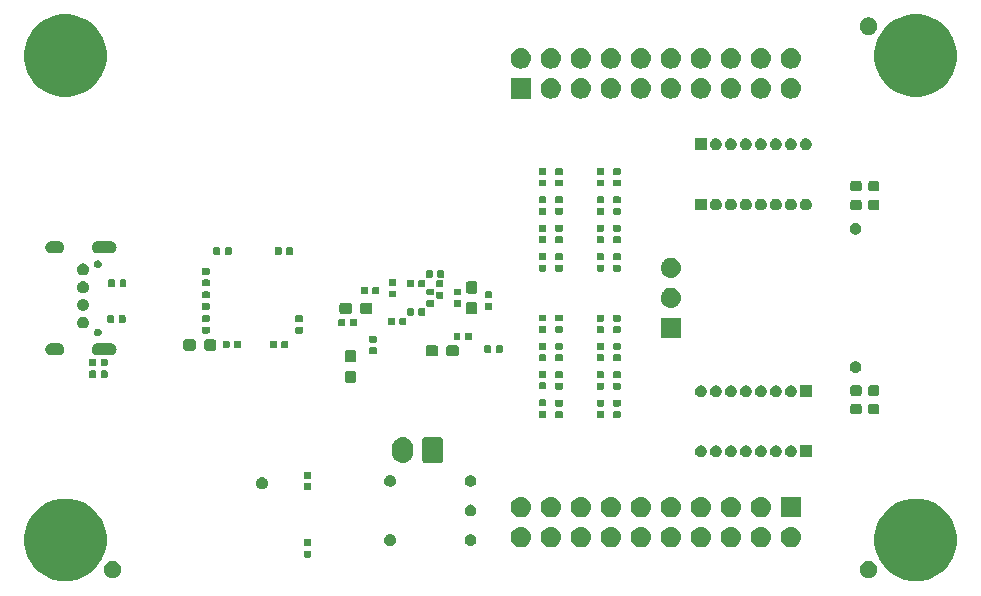
<source format=gbs>
G04 #@! TF.GenerationSoftware,KiCad,Pcbnew,(5.1.2)-1*
G04 #@! TF.CreationDate,2019-08-15T23:29:17+02:00*
G04 #@! TF.ProjectId,glasgow,676c6173-676f-4772-9e6b-696361645f70,rev?*
G04 #@! TF.SameCoordinates,Original*
G04 #@! TF.FileFunction,Soldermask,Bot*
G04 #@! TF.FilePolarity,Negative*
%FSLAX46Y46*%
G04 Gerber Fmt 4.6, Leading zero omitted, Abs format (unit mm)*
G04 Created by KiCad (PCBNEW (5.1.2)-1) date 2019-08-15 23:29:17*
%MOMM*%
%LPD*%
G04 APERTURE LIST*
%ADD10C,0.100000*%
G04 APERTURE END LIST*
D10*
G36*
X127020910Y-112634502D02*
G01*
X127020913Y-112634503D01*
X127020912Y-112634503D01*
X127656851Y-112897917D01*
X127657874Y-112898341D01*
X128231119Y-113281371D01*
X128718629Y-113768881D01*
X128942848Y-114104448D01*
X129101660Y-114342128D01*
X129166357Y-114498320D01*
X129365498Y-114979090D01*
X129500000Y-115655278D01*
X129500000Y-116344722D01*
X129365498Y-117020910D01*
X129365497Y-117020912D01*
X129148225Y-117545455D01*
X129101659Y-117657874D01*
X128718629Y-118231119D01*
X128231119Y-118718629D01*
X127657874Y-119101659D01*
X127657873Y-119101660D01*
X127657872Y-119101660D01*
X127369327Y-119221179D01*
X127020910Y-119365498D01*
X126344722Y-119500000D01*
X125655278Y-119500000D01*
X124979090Y-119365498D01*
X124630673Y-119221179D01*
X124342128Y-119101660D01*
X124342127Y-119101660D01*
X124342126Y-119101659D01*
X123768881Y-118718629D01*
X123281371Y-118231119D01*
X122898341Y-117657874D01*
X122851776Y-117545455D01*
X122634503Y-117020912D01*
X122634502Y-117020910D01*
X122500000Y-116344722D01*
X122500000Y-115655278D01*
X122634502Y-114979090D01*
X122833643Y-114498320D01*
X122898340Y-114342128D01*
X123057153Y-114104448D01*
X123281371Y-113768881D01*
X123768881Y-113281371D01*
X124342126Y-112898341D01*
X124343150Y-112897917D01*
X124979088Y-112634503D01*
X124979087Y-112634503D01*
X124979090Y-112634502D01*
X125655278Y-112500000D01*
X126344722Y-112500000D01*
X127020910Y-112634502D01*
X127020910Y-112634502D01*
G37*
G36*
X55020910Y-112634502D02*
G01*
X55020913Y-112634503D01*
X55020912Y-112634503D01*
X55656851Y-112897917D01*
X55657874Y-112898341D01*
X56231119Y-113281371D01*
X56718629Y-113768881D01*
X56942848Y-114104448D01*
X57101660Y-114342128D01*
X57166357Y-114498320D01*
X57365498Y-114979090D01*
X57500000Y-115655278D01*
X57500000Y-116344722D01*
X57365498Y-117020910D01*
X57365497Y-117020912D01*
X57148225Y-117545455D01*
X57101659Y-117657874D01*
X56718629Y-118231119D01*
X56231119Y-118718629D01*
X55657874Y-119101659D01*
X55657873Y-119101660D01*
X55657872Y-119101660D01*
X55369327Y-119221179D01*
X55020910Y-119365498D01*
X54344722Y-119500000D01*
X53655278Y-119500000D01*
X52979090Y-119365498D01*
X52630673Y-119221179D01*
X52342128Y-119101660D01*
X52342127Y-119101660D01*
X52342126Y-119101659D01*
X51768881Y-118718629D01*
X51281371Y-118231119D01*
X50898341Y-117657874D01*
X50851776Y-117545455D01*
X50634503Y-117020912D01*
X50634502Y-117020910D01*
X50500000Y-116344722D01*
X50500000Y-115655278D01*
X50634502Y-114979090D01*
X50833643Y-114498320D01*
X50898340Y-114342128D01*
X51057153Y-114104448D01*
X51281371Y-113768881D01*
X51768881Y-113281371D01*
X52342126Y-112898341D01*
X52343150Y-112897917D01*
X52979088Y-112634503D01*
X52979087Y-112634503D01*
X52979090Y-112634502D01*
X53655278Y-112500000D01*
X54344722Y-112500000D01*
X55020910Y-112634502D01*
X55020910Y-112634502D01*
G37*
G36*
X122218763Y-117778821D02*
G01*
X122218764Y-117778821D01*
X122218767Y-117778822D01*
X122355258Y-117835359D01*
X122355259Y-117835360D01*
X122355262Y-117835361D01*
X122478097Y-117917436D01*
X122582564Y-118021903D01*
X122664639Y-118144738D01*
X122664640Y-118144741D01*
X122664641Y-118144742D01*
X122721178Y-118281233D01*
X122721179Y-118281236D01*
X122721179Y-118281237D01*
X122750000Y-118426129D01*
X122750000Y-118573871D01*
X122721179Y-118718763D01*
X122721178Y-118718767D01*
X122664641Y-118855258D01*
X122664639Y-118855262D01*
X122582564Y-118978097D01*
X122478097Y-119082564D01*
X122355262Y-119164639D01*
X122355259Y-119164640D01*
X122355258Y-119164641D01*
X122218767Y-119221178D01*
X122218764Y-119221179D01*
X122218763Y-119221179D01*
X122073871Y-119250000D01*
X121926129Y-119250000D01*
X121781237Y-119221179D01*
X121781236Y-119221179D01*
X121781233Y-119221178D01*
X121644742Y-119164641D01*
X121644741Y-119164640D01*
X121644738Y-119164639D01*
X121521903Y-119082564D01*
X121417436Y-118978097D01*
X121335361Y-118855262D01*
X121335359Y-118855258D01*
X121278822Y-118718767D01*
X121278821Y-118718763D01*
X121250000Y-118573871D01*
X121250000Y-118426129D01*
X121278821Y-118281237D01*
X121278821Y-118281236D01*
X121278822Y-118281233D01*
X121335359Y-118144742D01*
X121335360Y-118144741D01*
X121335361Y-118144738D01*
X121417436Y-118021903D01*
X121521903Y-117917436D01*
X121644738Y-117835361D01*
X121644741Y-117835360D01*
X121644742Y-117835359D01*
X121781233Y-117778822D01*
X121781236Y-117778821D01*
X121781237Y-117778821D01*
X121926129Y-117750000D01*
X122073871Y-117750000D01*
X122218763Y-117778821D01*
X122218763Y-117778821D01*
G37*
G36*
X58218763Y-117778821D02*
G01*
X58218764Y-117778821D01*
X58218767Y-117778822D01*
X58355258Y-117835359D01*
X58355259Y-117835360D01*
X58355262Y-117835361D01*
X58478097Y-117917436D01*
X58582564Y-118021903D01*
X58664639Y-118144738D01*
X58664640Y-118144741D01*
X58664641Y-118144742D01*
X58721178Y-118281233D01*
X58721179Y-118281236D01*
X58721179Y-118281237D01*
X58750000Y-118426129D01*
X58750000Y-118573871D01*
X58721179Y-118718763D01*
X58721178Y-118718767D01*
X58664641Y-118855258D01*
X58664639Y-118855262D01*
X58582564Y-118978097D01*
X58478097Y-119082564D01*
X58355262Y-119164639D01*
X58355259Y-119164640D01*
X58355258Y-119164641D01*
X58218767Y-119221178D01*
X58218764Y-119221179D01*
X58218763Y-119221179D01*
X58073871Y-119250000D01*
X57926129Y-119250000D01*
X57781237Y-119221179D01*
X57781236Y-119221179D01*
X57781233Y-119221178D01*
X57644742Y-119164641D01*
X57644741Y-119164640D01*
X57644738Y-119164639D01*
X57521903Y-119082564D01*
X57417436Y-118978097D01*
X57335361Y-118855262D01*
X57335359Y-118855258D01*
X57278822Y-118718767D01*
X57278821Y-118718763D01*
X57250000Y-118573871D01*
X57250000Y-118426129D01*
X57278821Y-118281237D01*
X57278821Y-118281236D01*
X57278822Y-118281233D01*
X57335359Y-118144742D01*
X57335360Y-118144741D01*
X57335361Y-118144738D01*
X57417436Y-118021903D01*
X57521903Y-117917436D01*
X57644738Y-117835361D01*
X57644741Y-117835360D01*
X57644742Y-117835359D01*
X57781233Y-117778822D01*
X57781236Y-117778821D01*
X57781237Y-117778821D01*
X57926129Y-117750000D01*
X58073871Y-117750000D01*
X58218763Y-117778821D01*
X58218763Y-117778821D01*
G37*
G36*
X74719345Y-116907615D02*
G01*
X74742751Y-116914715D01*
X74764326Y-116926248D01*
X74783234Y-116941766D01*
X74798752Y-116960674D01*
X74810285Y-116982249D01*
X74817385Y-117005655D01*
X74820000Y-117032206D01*
X74820000Y-117367794D01*
X74817385Y-117394345D01*
X74810285Y-117417751D01*
X74798752Y-117439326D01*
X74783234Y-117458234D01*
X74764326Y-117473752D01*
X74742751Y-117485285D01*
X74719345Y-117492385D01*
X74692794Y-117495000D01*
X74307206Y-117495000D01*
X74280655Y-117492385D01*
X74257249Y-117485285D01*
X74235674Y-117473752D01*
X74216766Y-117458234D01*
X74201248Y-117439326D01*
X74189715Y-117417751D01*
X74182615Y-117394345D01*
X74180000Y-117367794D01*
X74180000Y-117032206D01*
X74182615Y-117005655D01*
X74189715Y-116982249D01*
X74201248Y-116960674D01*
X74216766Y-116941766D01*
X74235674Y-116926248D01*
X74257249Y-116914715D01*
X74280655Y-116907615D01*
X74307206Y-116905000D01*
X74692794Y-116905000D01*
X74719345Y-116907615D01*
X74719345Y-116907615D01*
G37*
G36*
X115578149Y-114916813D02*
G01*
X115599295Y-114918896D01*
X115648676Y-114933876D01*
X115762083Y-114968277D01*
X115912112Y-115048469D01*
X116043612Y-115156388D01*
X116151531Y-115287888D01*
X116231723Y-115437917D01*
X116250555Y-115500000D01*
X116281104Y-115600705D01*
X116282549Y-115615372D01*
X116297779Y-115770000D01*
X116286617Y-115883324D01*
X116281104Y-115939295D01*
X116277628Y-115950754D01*
X116231723Y-116102083D01*
X116151531Y-116252112D01*
X116043612Y-116383612D01*
X115912112Y-116491531D01*
X115762083Y-116571723D01*
X115648676Y-116606124D01*
X115599295Y-116621104D01*
X115578149Y-116623187D01*
X115472425Y-116633600D01*
X115387575Y-116633600D01*
X115281851Y-116623187D01*
X115260705Y-116621104D01*
X115211324Y-116606124D01*
X115097917Y-116571723D01*
X114947888Y-116491531D01*
X114816388Y-116383612D01*
X114708469Y-116252112D01*
X114628277Y-116102083D01*
X114582372Y-115950754D01*
X114578896Y-115939295D01*
X114573383Y-115883324D01*
X114562221Y-115770000D01*
X114577451Y-115615372D01*
X114578896Y-115600705D01*
X114609445Y-115500000D01*
X114628277Y-115437917D01*
X114708469Y-115287888D01*
X114816388Y-115156388D01*
X114947888Y-115048469D01*
X115097917Y-114968277D01*
X115211324Y-114933876D01*
X115260705Y-114918896D01*
X115281851Y-114916813D01*
X115387575Y-114906400D01*
X115472425Y-114906400D01*
X115578149Y-114916813D01*
X115578149Y-114916813D01*
G37*
G36*
X92718149Y-114916813D02*
G01*
X92739295Y-114918896D01*
X92788676Y-114933876D01*
X92902083Y-114968277D01*
X93052112Y-115048469D01*
X93183612Y-115156388D01*
X93291531Y-115287888D01*
X93371723Y-115437917D01*
X93390555Y-115500000D01*
X93421104Y-115600705D01*
X93422549Y-115615372D01*
X93437779Y-115770000D01*
X93426617Y-115883324D01*
X93421104Y-115939295D01*
X93417628Y-115950754D01*
X93371723Y-116102083D01*
X93291531Y-116252112D01*
X93183612Y-116383612D01*
X93052112Y-116491531D01*
X92902083Y-116571723D01*
X92788676Y-116606124D01*
X92739295Y-116621104D01*
X92718149Y-116623187D01*
X92612425Y-116633600D01*
X92527575Y-116633600D01*
X92421851Y-116623187D01*
X92400705Y-116621104D01*
X92351324Y-116606124D01*
X92237917Y-116571723D01*
X92087888Y-116491531D01*
X91956388Y-116383612D01*
X91848469Y-116252112D01*
X91768277Y-116102083D01*
X91722372Y-115950754D01*
X91718896Y-115939295D01*
X91713383Y-115883324D01*
X91702221Y-115770000D01*
X91717451Y-115615372D01*
X91718896Y-115600705D01*
X91749445Y-115500000D01*
X91768277Y-115437917D01*
X91848469Y-115287888D01*
X91956388Y-115156388D01*
X92087888Y-115048469D01*
X92237917Y-114968277D01*
X92351324Y-114933876D01*
X92400705Y-114918896D01*
X92421851Y-114916813D01*
X92527575Y-114906400D01*
X92612425Y-114906400D01*
X92718149Y-114916813D01*
X92718149Y-114916813D01*
G37*
G36*
X95258149Y-114916813D02*
G01*
X95279295Y-114918896D01*
X95328676Y-114933876D01*
X95442083Y-114968277D01*
X95592112Y-115048469D01*
X95723612Y-115156388D01*
X95831531Y-115287888D01*
X95911723Y-115437917D01*
X95930555Y-115500000D01*
X95961104Y-115600705D01*
X95962549Y-115615372D01*
X95977779Y-115770000D01*
X95966617Y-115883324D01*
X95961104Y-115939295D01*
X95957628Y-115950754D01*
X95911723Y-116102083D01*
X95831531Y-116252112D01*
X95723612Y-116383612D01*
X95592112Y-116491531D01*
X95442083Y-116571723D01*
X95328676Y-116606124D01*
X95279295Y-116621104D01*
X95258149Y-116623187D01*
X95152425Y-116633600D01*
X95067575Y-116633600D01*
X94961851Y-116623187D01*
X94940705Y-116621104D01*
X94891324Y-116606124D01*
X94777917Y-116571723D01*
X94627888Y-116491531D01*
X94496388Y-116383612D01*
X94388469Y-116252112D01*
X94308277Y-116102083D01*
X94262372Y-115950754D01*
X94258896Y-115939295D01*
X94253383Y-115883324D01*
X94242221Y-115770000D01*
X94257451Y-115615372D01*
X94258896Y-115600705D01*
X94289445Y-115500000D01*
X94308277Y-115437917D01*
X94388469Y-115287888D01*
X94496388Y-115156388D01*
X94627888Y-115048469D01*
X94777917Y-114968277D01*
X94891324Y-114933876D01*
X94940705Y-114918896D01*
X94961851Y-114916813D01*
X95067575Y-114906400D01*
X95152425Y-114906400D01*
X95258149Y-114916813D01*
X95258149Y-114916813D01*
G37*
G36*
X97798149Y-114916813D02*
G01*
X97819295Y-114918896D01*
X97868676Y-114933876D01*
X97982083Y-114968277D01*
X98132112Y-115048469D01*
X98263612Y-115156388D01*
X98371531Y-115287888D01*
X98451723Y-115437917D01*
X98470555Y-115500000D01*
X98501104Y-115600705D01*
X98502549Y-115615372D01*
X98517779Y-115770000D01*
X98506617Y-115883324D01*
X98501104Y-115939295D01*
X98497628Y-115950754D01*
X98451723Y-116102083D01*
X98371531Y-116252112D01*
X98263612Y-116383612D01*
X98132112Y-116491531D01*
X97982083Y-116571723D01*
X97868676Y-116606124D01*
X97819295Y-116621104D01*
X97798149Y-116623187D01*
X97692425Y-116633600D01*
X97607575Y-116633600D01*
X97501851Y-116623187D01*
X97480705Y-116621104D01*
X97431324Y-116606124D01*
X97317917Y-116571723D01*
X97167888Y-116491531D01*
X97036388Y-116383612D01*
X96928469Y-116252112D01*
X96848277Y-116102083D01*
X96802372Y-115950754D01*
X96798896Y-115939295D01*
X96793383Y-115883324D01*
X96782221Y-115770000D01*
X96797451Y-115615372D01*
X96798896Y-115600705D01*
X96829445Y-115500000D01*
X96848277Y-115437917D01*
X96928469Y-115287888D01*
X97036388Y-115156388D01*
X97167888Y-115048469D01*
X97317917Y-114968277D01*
X97431324Y-114933876D01*
X97480705Y-114918896D01*
X97501851Y-114916813D01*
X97607575Y-114906400D01*
X97692425Y-114906400D01*
X97798149Y-114916813D01*
X97798149Y-114916813D01*
G37*
G36*
X100338149Y-114916813D02*
G01*
X100359295Y-114918896D01*
X100408676Y-114933876D01*
X100522083Y-114968277D01*
X100672112Y-115048469D01*
X100803612Y-115156388D01*
X100911531Y-115287888D01*
X100991723Y-115437917D01*
X101010555Y-115500000D01*
X101041104Y-115600705D01*
X101042549Y-115615372D01*
X101057779Y-115770000D01*
X101046617Y-115883324D01*
X101041104Y-115939295D01*
X101037628Y-115950754D01*
X100991723Y-116102083D01*
X100911531Y-116252112D01*
X100803612Y-116383612D01*
X100672112Y-116491531D01*
X100522083Y-116571723D01*
X100408676Y-116606124D01*
X100359295Y-116621104D01*
X100338149Y-116623187D01*
X100232425Y-116633600D01*
X100147575Y-116633600D01*
X100041851Y-116623187D01*
X100020705Y-116621104D01*
X99971324Y-116606124D01*
X99857917Y-116571723D01*
X99707888Y-116491531D01*
X99576388Y-116383612D01*
X99468469Y-116252112D01*
X99388277Y-116102083D01*
X99342372Y-115950754D01*
X99338896Y-115939295D01*
X99333383Y-115883324D01*
X99322221Y-115770000D01*
X99337451Y-115615372D01*
X99338896Y-115600705D01*
X99369445Y-115500000D01*
X99388277Y-115437917D01*
X99468469Y-115287888D01*
X99576388Y-115156388D01*
X99707888Y-115048469D01*
X99857917Y-114968277D01*
X99971324Y-114933876D01*
X100020705Y-114918896D01*
X100041851Y-114916813D01*
X100147575Y-114906400D01*
X100232425Y-114906400D01*
X100338149Y-114916813D01*
X100338149Y-114916813D01*
G37*
G36*
X102878149Y-114916813D02*
G01*
X102899295Y-114918896D01*
X102948676Y-114933876D01*
X103062083Y-114968277D01*
X103212112Y-115048469D01*
X103343612Y-115156388D01*
X103451531Y-115287888D01*
X103531723Y-115437917D01*
X103550555Y-115500000D01*
X103581104Y-115600705D01*
X103582549Y-115615372D01*
X103597779Y-115770000D01*
X103586617Y-115883324D01*
X103581104Y-115939295D01*
X103577628Y-115950754D01*
X103531723Y-116102083D01*
X103451531Y-116252112D01*
X103343612Y-116383612D01*
X103212112Y-116491531D01*
X103062083Y-116571723D01*
X102948676Y-116606124D01*
X102899295Y-116621104D01*
X102878149Y-116623187D01*
X102772425Y-116633600D01*
X102687575Y-116633600D01*
X102581851Y-116623187D01*
X102560705Y-116621104D01*
X102511324Y-116606124D01*
X102397917Y-116571723D01*
X102247888Y-116491531D01*
X102116388Y-116383612D01*
X102008469Y-116252112D01*
X101928277Y-116102083D01*
X101882372Y-115950754D01*
X101878896Y-115939295D01*
X101873383Y-115883324D01*
X101862221Y-115770000D01*
X101877451Y-115615372D01*
X101878896Y-115600705D01*
X101909445Y-115500000D01*
X101928277Y-115437917D01*
X102008469Y-115287888D01*
X102116388Y-115156388D01*
X102247888Y-115048469D01*
X102397917Y-114968277D01*
X102511324Y-114933876D01*
X102560705Y-114918896D01*
X102581851Y-114916813D01*
X102687575Y-114906400D01*
X102772425Y-114906400D01*
X102878149Y-114916813D01*
X102878149Y-114916813D01*
G37*
G36*
X105418149Y-114916813D02*
G01*
X105439295Y-114918896D01*
X105488676Y-114933876D01*
X105602083Y-114968277D01*
X105752112Y-115048469D01*
X105883612Y-115156388D01*
X105991531Y-115287888D01*
X106071723Y-115437917D01*
X106090555Y-115500000D01*
X106121104Y-115600705D01*
X106122549Y-115615372D01*
X106137779Y-115770000D01*
X106126617Y-115883324D01*
X106121104Y-115939295D01*
X106117628Y-115950754D01*
X106071723Y-116102083D01*
X105991531Y-116252112D01*
X105883612Y-116383612D01*
X105752112Y-116491531D01*
X105602083Y-116571723D01*
X105488676Y-116606124D01*
X105439295Y-116621104D01*
X105418149Y-116623187D01*
X105312425Y-116633600D01*
X105227575Y-116633600D01*
X105121851Y-116623187D01*
X105100705Y-116621104D01*
X105051324Y-116606124D01*
X104937917Y-116571723D01*
X104787888Y-116491531D01*
X104656388Y-116383612D01*
X104548469Y-116252112D01*
X104468277Y-116102083D01*
X104422372Y-115950754D01*
X104418896Y-115939295D01*
X104413383Y-115883324D01*
X104402221Y-115770000D01*
X104417451Y-115615372D01*
X104418896Y-115600705D01*
X104449445Y-115500000D01*
X104468277Y-115437917D01*
X104548469Y-115287888D01*
X104656388Y-115156388D01*
X104787888Y-115048469D01*
X104937917Y-114968277D01*
X105051324Y-114933876D01*
X105100705Y-114918896D01*
X105121851Y-114916813D01*
X105227575Y-114906400D01*
X105312425Y-114906400D01*
X105418149Y-114916813D01*
X105418149Y-114916813D01*
G37*
G36*
X107958149Y-114916813D02*
G01*
X107979295Y-114918896D01*
X108028676Y-114933876D01*
X108142083Y-114968277D01*
X108292112Y-115048469D01*
X108423612Y-115156388D01*
X108531531Y-115287888D01*
X108611723Y-115437917D01*
X108630555Y-115500000D01*
X108661104Y-115600705D01*
X108662549Y-115615372D01*
X108677779Y-115770000D01*
X108666617Y-115883324D01*
X108661104Y-115939295D01*
X108657628Y-115950754D01*
X108611723Y-116102083D01*
X108531531Y-116252112D01*
X108423612Y-116383612D01*
X108292112Y-116491531D01*
X108142083Y-116571723D01*
X108028676Y-116606124D01*
X107979295Y-116621104D01*
X107958149Y-116623187D01*
X107852425Y-116633600D01*
X107767575Y-116633600D01*
X107661851Y-116623187D01*
X107640705Y-116621104D01*
X107591324Y-116606124D01*
X107477917Y-116571723D01*
X107327888Y-116491531D01*
X107196388Y-116383612D01*
X107088469Y-116252112D01*
X107008277Y-116102083D01*
X106962372Y-115950754D01*
X106958896Y-115939295D01*
X106953383Y-115883324D01*
X106942221Y-115770000D01*
X106957451Y-115615372D01*
X106958896Y-115600705D01*
X106989445Y-115500000D01*
X107008277Y-115437917D01*
X107088469Y-115287888D01*
X107196388Y-115156388D01*
X107327888Y-115048469D01*
X107477917Y-114968277D01*
X107591324Y-114933876D01*
X107640705Y-114918896D01*
X107661851Y-114916813D01*
X107767575Y-114906400D01*
X107852425Y-114906400D01*
X107958149Y-114916813D01*
X107958149Y-114916813D01*
G37*
G36*
X110498149Y-114916813D02*
G01*
X110519295Y-114918896D01*
X110568676Y-114933876D01*
X110682083Y-114968277D01*
X110832112Y-115048469D01*
X110963612Y-115156388D01*
X111071531Y-115287888D01*
X111151723Y-115437917D01*
X111170555Y-115500000D01*
X111201104Y-115600705D01*
X111202549Y-115615372D01*
X111217779Y-115770000D01*
X111206617Y-115883324D01*
X111201104Y-115939295D01*
X111197628Y-115950754D01*
X111151723Y-116102083D01*
X111071531Y-116252112D01*
X110963612Y-116383612D01*
X110832112Y-116491531D01*
X110682083Y-116571723D01*
X110568676Y-116606124D01*
X110519295Y-116621104D01*
X110498149Y-116623187D01*
X110392425Y-116633600D01*
X110307575Y-116633600D01*
X110201851Y-116623187D01*
X110180705Y-116621104D01*
X110131324Y-116606124D01*
X110017917Y-116571723D01*
X109867888Y-116491531D01*
X109736388Y-116383612D01*
X109628469Y-116252112D01*
X109548277Y-116102083D01*
X109502372Y-115950754D01*
X109498896Y-115939295D01*
X109493383Y-115883324D01*
X109482221Y-115770000D01*
X109497451Y-115615372D01*
X109498896Y-115600705D01*
X109529445Y-115500000D01*
X109548277Y-115437917D01*
X109628469Y-115287888D01*
X109736388Y-115156388D01*
X109867888Y-115048469D01*
X110017917Y-114968277D01*
X110131324Y-114933876D01*
X110180705Y-114918896D01*
X110201851Y-114916813D01*
X110307575Y-114906400D01*
X110392425Y-114906400D01*
X110498149Y-114916813D01*
X110498149Y-114916813D01*
G37*
G36*
X113038149Y-114916813D02*
G01*
X113059295Y-114918896D01*
X113108676Y-114933876D01*
X113222083Y-114968277D01*
X113372112Y-115048469D01*
X113503612Y-115156388D01*
X113611531Y-115287888D01*
X113691723Y-115437917D01*
X113710555Y-115500000D01*
X113741104Y-115600705D01*
X113742549Y-115615372D01*
X113757779Y-115770000D01*
X113746617Y-115883324D01*
X113741104Y-115939295D01*
X113737628Y-115950754D01*
X113691723Y-116102083D01*
X113611531Y-116252112D01*
X113503612Y-116383612D01*
X113372112Y-116491531D01*
X113222083Y-116571723D01*
X113108676Y-116606124D01*
X113059295Y-116621104D01*
X113038149Y-116623187D01*
X112932425Y-116633600D01*
X112847575Y-116633600D01*
X112741851Y-116623187D01*
X112720705Y-116621104D01*
X112671324Y-116606124D01*
X112557917Y-116571723D01*
X112407888Y-116491531D01*
X112276388Y-116383612D01*
X112168469Y-116252112D01*
X112088277Y-116102083D01*
X112042372Y-115950754D01*
X112038896Y-115939295D01*
X112033383Y-115883324D01*
X112022221Y-115770000D01*
X112037451Y-115615372D01*
X112038896Y-115600705D01*
X112069445Y-115500000D01*
X112088277Y-115437917D01*
X112168469Y-115287888D01*
X112276388Y-115156388D01*
X112407888Y-115048469D01*
X112557917Y-114968277D01*
X112671324Y-114933876D01*
X112720705Y-114918896D01*
X112741851Y-114916813D01*
X112847575Y-114906400D01*
X112932425Y-114906400D01*
X113038149Y-114916813D01*
X113038149Y-114916813D01*
G37*
G36*
X74719345Y-115937615D02*
G01*
X74742751Y-115944715D01*
X74764326Y-115956248D01*
X74783234Y-115971766D01*
X74798752Y-115990674D01*
X74810285Y-116012249D01*
X74817385Y-116035655D01*
X74820000Y-116062206D01*
X74820000Y-116397794D01*
X74817385Y-116424345D01*
X74810285Y-116447751D01*
X74798752Y-116469326D01*
X74783234Y-116488234D01*
X74764326Y-116503752D01*
X74742751Y-116515285D01*
X74719345Y-116522385D01*
X74692794Y-116525000D01*
X74307206Y-116525000D01*
X74280655Y-116522385D01*
X74257249Y-116515285D01*
X74235674Y-116503752D01*
X74216766Y-116488234D01*
X74201248Y-116469326D01*
X74189715Y-116447751D01*
X74182615Y-116424345D01*
X74180000Y-116397794D01*
X74180000Y-116062206D01*
X74182615Y-116035655D01*
X74189715Y-116012249D01*
X74201248Y-115990674D01*
X74216766Y-115971766D01*
X74235674Y-115956248D01*
X74257249Y-115944715D01*
X74280655Y-115937615D01*
X74307206Y-115935000D01*
X74692794Y-115935000D01*
X74719345Y-115937615D01*
X74719345Y-115937615D01*
G37*
G36*
X88445842Y-115519214D02*
G01*
X88445844Y-115519215D01*
X88445845Y-115519215D01*
X88536839Y-115556906D01*
X88536841Y-115556907D01*
X88618731Y-115611624D01*
X88688376Y-115681269D01*
X88743093Y-115763159D01*
X88780786Y-115854158D01*
X88800000Y-115950752D01*
X88800000Y-116049248D01*
X88780786Y-116145842D01*
X88743093Y-116236841D01*
X88688376Y-116318731D01*
X88618731Y-116388376D01*
X88536841Y-116443093D01*
X88536840Y-116443094D01*
X88536839Y-116443094D01*
X88445845Y-116480785D01*
X88445844Y-116480785D01*
X88445842Y-116480786D01*
X88349248Y-116500000D01*
X88250752Y-116500000D01*
X88154158Y-116480786D01*
X88154156Y-116480785D01*
X88154155Y-116480785D01*
X88063161Y-116443094D01*
X88063160Y-116443094D01*
X88063159Y-116443093D01*
X87981269Y-116388376D01*
X87911624Y-116318731D01*
X87856907Y-116236841D01*
X87819214Y-116145842D01*
X87800000Y-116049248D01*
X87800000Y-115950752D01*
X87819214Y-115854158D01*
X87856907Y-115763159D01*
X87911624Y-115681269D01*
X87981269Y-115611624D01*
X88063159Y-115556907D01*
X88063161Y-115556906D01*
X88154155Y-115519215D01*
X88154156Y-115519215D01*
X88154158Y-115519214D01*
X88250752Y-115500000D01*
X88349248Y-115500000D01*
X88445842Y-115519214D01*
X88445842Y-115519214D01*
G37*
G36*
X81645842Y-115519214D02*
G01*
X81645844Y-115519215D01*
X81645845Y-115519215D01*
X81736839Y-115556906D01*
X81736841Y-115556907D01*
X81818731Y-115611624D01*
X81888376Y-115681269D01*
X81943093Y-115763159D01*
X81980786Y-115854158D01*
X82000000Y-115950752D01*
X82000000Y-116049248D01*
X81980786Y-116145842D01*
X81943093Y-116236841D01*
X81888376Y-116318731D01*
X81818731Y-116388376D01*
X81736841Y-116443093D01*
X81736840Y-116443094D01*
X81736839Y-116443094D01*
X81645845Y-116480785D01*
X81645844Y-116480785D01*
X81645842Y-116480786D01*
X81549248Y-116500000D01*
X81450752Y-116500000D01*
X81354158Y-116480786D01*
X81354156Y-116480785D01*
X81354155Y-116480785D01*
X81263161Y-116443094D01*
X81263160Y-116443094D01*
X81263159Y-116443093D01*
X81181269Y-116388376D01*
X81111624Y-116318731D01*
X81056907Y-116236841D01*
X81019214Y-116145842D01*
X81000000Y-116049248D01*
X81000000Y-115950752D01*
X81019214Y-115854158D01*
X81056907Y-115763159D01*
X81111624Y-115681269D01*
X81181269Y-115611624D01*
X81263159Y-115556907D01*
X81263161Y-115556906D01*
X81354155Y-115519215D01*
X81354156Y-115519215D01*
X81354158Y-115519214D01*
X81450752Y-115500000D01*
X81549248Y-115500000D01*
X81645842Y-115519214D01*
X81645842Y-115519214D01*
G37*
G36*
X95258149Y-112376813D02*
G01*
X95279295Y-112378896D01*
X95328676Y-112393876D01*
X95442083Y-112428277D01*
X95592112Y-112508469D01*
X95723612Y-112616388D01*
X95831531Y-112747888D01*
X95911723Y-112897917D01*
X95939769Y-112990372D01*
X95959952Y-113056906D01*
X95961104Y-113060706D01*
X95977779Y-113230000D01*
X95961104Y-113399294D01*
X95911723Y-113562083D01*
X95831531Y-113712112D01*
X95723612Y-113843612D01*
X95592112Y-113951531D01*
X95442083Y-114031723D01*
X95328676Y-114066124D01*
X95279295Y-114081104D01*
X95258149Y-114083187D01*
X95152425Y-114093600D01*
X95067575Y-114093600D01*
X94961851Y-114083187D01*
X94940705Y-114081104D01*
X94891324Y-114066124D01*
X94777917Y-114031723D01*
X94627888Y-113951531D01*
X94496388Y-113843612D01*
X94388469Y-113712112D01*
X94308277Y-113562083D01*
X94258896Y-113399294D01*
X94242221Y-113230000D01*
X94258896Y-113060706D01*
X94260049Y-113056906D01*
X94280231Y-112990372D01*
X94308277Y-112897917D01*
X94388469Y-112747888D01*
X94496388Y-112616388D01*
X94627888Y-112508469D01*
X94777917Y-112428277D01*
X94891324Y-112393876D01*
X94940705Y-112378896D01*
X94961851Y-112376813D01*
X95067575Y-112366400D01*
X95152425Y-112366400D01*
X95258149Y-112376813D01*
X95258149Y-112376813D01*
G37*
G36*
X107958149Y-112376813D02*
G01*
X107979295Y-112378896D01*
X108028676Y-112393876D01*
X108142083Y-112428277D01*
X108292112Y-112508469D01*
X108423612Y-112616388D01*
X108531531Y-112747888D01*
X108611723Y-112897917D01*
X108639769Y-112990372D01*
X108659952Y-113056906D01*
X108661104Y-113060706D01*
X108677779Y-113230000D01*
X108661104Y-113399294D01*
X108611723Y-113562083D01*
X108531531Y-113712112D01*
X108423612Y-113843612D01*
X108292112Y-113951531D01*
X108142083Y-114031723D01*
X108028676Y-114066124D01*
X107979295Y-114081104D01*
X107958149Y-114083187D01*
X107852425Y-114093600D01*
X107767575Y-114093600D01*
X107661851Y-114083187D01*
X107640705Y-114081104D01*
X107591324Y-114066124D01*
X107477917Y-114031723D01*
X107327888Y-113951531D01*
X107196388Y-113843612D01*
X107088469Y-113712112D01*
X107008277Y-113562083D01*
X106958896Y-113399294D01*
X106942221Y-113230000D01*
X106958896Y-113060706D01*
X106960049Y-113056906D01*
X106980231Y-112990372D01*
X107008277Y-112897917D01*
X107088469Y-112747888D01*
X107196388Y-112616388D01*
X107327888Y-112508469D01*
X107477917Y-112428277D01*
X107591324Y-112393876D01*
X107640705Y-112378896D01*
X107661851Y-112376813D01*
X107767575Y-112366400D01*
X107852425Y-112366400D01*
X107958149Y-112376813D01*
X107958149Y-112376813D01*
G37*
G36*
X92718149Y-112376813D02*
G01*
X92739295Y-112378896D01*
X92788676Y-112393876D01*
X92902083Y-112428277D01*
X93052112Y-112508469D01*
X93183612Y-112616388D01*
X93291531Y-112747888D01*
X93371723Y-112897917D01*
X93399769Y-112990372D01*
X93419952Y-113056906D01*
X93421104Y-113060706D01*
X93437779Y-113230000D01*
X93421104Y-113399294D01*
X93371723Y-113562083D01*
X93291531Y-113712112D01*
X93183612Y-113843612D01*
X93052112Y-113951531D01*
X92902083Y-114031723D01*
X92788676Y-114066124D01*
X92739295Y-114081104D01*
X92718149Y-114083187D01*
X92612425Y-114093600D01*
X92527575Y-114093600D01*
X92421851Y-114083187D01*
X92400705Y-114081104D01*
X92351324Y-114066124D01*
X92237917Y-114031723D01*
X92087888Y-113951531D01*
X91956388Y-113843612D01*
X91848469Y-113712112D01*
X91768277Y-113562083D01*
X91718896Y-113399294D01*
X91702221Y-113230000D01*
X91718896Y-113060706D01*
X91720049Y-113056906D01*
X91740231Y-112990372D01*
X91768277Y-112897917D01*
X91848469Y-112747888D01*
X91956388Y-112616388D01*
X92087888Y-112508469D01*
X92237917Y-112428277D01*
X92351324Y-112393876D01*
X92400705Y-112378896D01*
X92421851Y-112376813D01*
X92527575Y-112366400D01*
X92612425Y-112366400D01*
X92718149Y-112376813D01*
X92718149Y-112376813D01*
G37*
G36*
X116293600Y-114093600D02*
G01*
X114566400Y-114093600D01*
X114566400Y-112366400D01*
X116293600Y-112366400D01*
X116293600Y-114093600D01*
X116293600Y-114093600D01*
G37*
G36*
X113038149Y-112376813D02*
G01*
X113059295Y-112378896D01*
X113108676Y-112393876D01*
X113222083Y-112428277D01*
X113372112Y-112508469D01*
X113503612Y-112616388D01*
X113611531Y-112747888D01*
X113691723Y-112897917D01*
X113719769Y-112990372D01*
X113739952Y-113056906D01*
X113741104Y-113060706D01*
X113757779Y-113230000D01*
X113741104Y-113399294D01*
X113691723Y-113562083D01*
X113611531Y-113712112D01*
X113503612Y-113843612D01*
X113372112Y-113951531D01*
X113222083Y-114031723D01*
X113108676Y-114066124D01*
X113059295Y-114081104D01*
X113038149Y-114083187D01*
X112932425Y-114093600D01*
X112847575Y-114093600D01*
X112741851Y-114083187D01*
X112720705Y-114081104D01*
X112671324Y-114066124D01*
X112557917Y-114031723D01*
X112407888Y-113951531D01*
X112276388Y-113843612D01*
X112168469Y-113712112D01*
X112088277Y-113562083D01*
X112038896Y-113399294D01*
X112022221Y-113230000D01*
X112038896Y-113060706D01*
X112040049Y-113056906D01*
X112060231Y-112990372D01*
X112088277Y-112897917D01*
X112168469Y-112747888D01*
X112276388Y-112616388D01*
X112407888Y-112508469D01*
X112557917Y-112428277D01*
X112671324Y-112393876D01*
X112720705Y-112378896D01*
X112741851Y-112376813D01*
X112847575Y-112366400D01*
X112932425Y-112366400D01*
X113038149Y-112376813D01*
X113038149Y-112376813D01*
G37*
G36*
X110498149Y-112376813D02*
G01*
X110519295Y-112378896D01*
X110568676Y-112393876D01*
X110682083Y-112428277D01*
X110832112Y-112508469D01*
X110963612Y-112616388D01*
X111071531Y-112747888D01*
X111151723Y-112897917D01*
X111179769Y-112990372D01*
X111199952Y-113056906D01*
X111201104Y-113060706D01*
X111217779Y-113230000D01*
X111201104Y-113399294D01*
X111151723Y-113562083D01*
X111071531Y-113712112D01*
X110963612Y-113843612D01*
X110832112Y-113951531D01*
X110682083Y-114031723D01*
X110568676Y-114066124D01*
X110519295Y-114081104D01*
X110498149Y-114083187D01*
X110392425Y-114093600D01*
X110307575Y-114093600D01*
X110201851Y-114083187D01*
X110180705Y-114081104D01*
X110131324Y-114066124D01*
X110017917Y-114031723D01*
X109867888Y-113951531D01*
X109736388Y-113843612D01*
X109628469Y-113712112D01*
X109548277Y-113562083D01*
X109498896Y-113399294D01*
X109482221Y-113230000D01*
X109498896Y-113060706D01*
X109500049Y-113056906D01*
X109520231Y-112990372D01*
X109548277Y-112897917D01*
X109628469Y-112747888D01*
X109736388Y-112616388D01*
X109867888Y-112508469D01*
X110017917Y-112428277D01*
X110131324Y-112393876D01*
X110180705Y-112378896D01*
X110201851Y-112376813D01*
X110307575Y-112366400D01*
X110392425Y-112366400D01*
X110498149Y-112376813D01*
X110498149Y-112376813D01*
G37*
G36*
X105418149Y-112376813D02*
G01*
X105439295Y-112378896D01*
X105488676Y-112393876D01*
X105602083Y-112428277D01*
X105752112Y-112508469D01*
X105883612Y-112616388D01*
X105991531Y-112747888D01*
X106071723Y-112897917D01*
X106099769Y-112990372D01*
X106119952Y-113056906D01*
X106121104Y-113060706D01*
X106137779Y-113230000D01*
X106121104Y-113399294D01*
X106071723Y-113562083D01*
X105991531Y-113712112D01*
X105883612Y-113843612D01*
X105752112Y-113951531D01*
X105602083Y-114031723D01*
X105488676Y-114066124D01*
X105439295Y-114081104D01*
X105418149Y-114083187D01*
X105312425Y-114093600D01*
X105227575Y-114093600D01*
X105121851Y-114083187D01*
X105100705Y-114081104D01*
X105051324Y-114066124D01*
X104937917Y-114031723D01*
X104787888Y-113951531D01*
X104656388Y-113843612D01*
X104548469Y-113712112D01*
X104468277Y-113562083D01*
X104418896Y-113399294D01*
X104402221Y-113230000D01*
X104418896Y-113060706D01*
X104420049Y-113056906D01*
X104440231Y-112990372D01*
X104468277Y-112897917D01*
X104548469Y-112747888D01*
X104656388Y-112616388D01*
X104787888Y-112508469D01*
X104937917Y-112428277D01*
X105051324Y-112393876D01*
X105100705Y-112378896D01*
X105121851Y-112376813D01*
X105227575Y-112366400D01*
X105312425Y-112366400D01*
X105418149Y-112376813D01*
X105418149Y-112376813D01*
G37*
G36*
X102878149Y-112376813D02*
G01*
X102899295Y-112378896D01*
X102948676Y-112393876D01*
X103062083Y-112428277D01*
X103212112Y-112508469D01*
X103343612Y-112616388D01*
X103451531Y-112747888D01*
X103531723Y-112897917D01*
X103559769Y-112990372D01*
X103579952Y-113056906D01*
X103581104Y-113060706D01*
X103597779Y-113230000D01*
X103581104Y-113399294D01*
X103531723Y-113562083D01*
X103451531Y-113712112D01*
X103343612Y-113843612D01*
X103212112Y-113951531D01*
X103062083Y-114031723D01*
X102948676Y-114066124D01*
X102899295Y-114081104D01*
X102878149Y-114083187D01*
X102772425Y-114093600D01*
X102687575Y-114093600D01*
X102581851Y-114083187D01*
X102560705Y-114081104D01*
X102511324Y-114066124D01*
X102397917Y-114031723D01*
X102247888Y-113951531D01*
X102116388Y-113843612D01*
X102008469Y-113712112D01*
X101928277Y-113562083D01*
X101878896Y-113399294D01*
X101862221Y-113230000D01*
X101878896Y-113060706D01*
X101880049Y-113056906D01*
X101900231Y-112990372D01*
X101928277Y-112897917D01*
X102008469Y-112747888D01*
X102116388Y-112616388D01*
X102247888Y-112508469D01*
X102397917Y-112428277D01*
X102511324Y-112393876D01*
X102560705Y-112378896D01*
X102581851Y-112376813D01*
X102687575Y-112366400D01*
X102772425Y-112366400D01*
X102878149Y-112376813D01*
X102878149Y-112376813D01*
G37*
G36*
X100338149Y-112376813D02*
G01*
X100359295Y-112378896D01*
X100408676Y-112393876D01*
X100522083Y-112428277D01*
X100672112Y-112508469D01*
X100803612Y-112616388D01*
X100911531Y-112747888D01*
X100991723Y-112897917D01*
X101019769Y-112990372D01*
X101039952Y-113056906D01*
X101041104Y-113060706D01*
X101057779Y-113230000D01*
X101041104Y-113399294D01*
X100991723Y-113562083D01*
X100911531Y-113712112D01*
X100803612Y-113843612D01*
X100672112Y-113951531D01*
X100522083Y-114031723D01*
X100408676Y-114066124D01*
X100359295Y-114081104D01*
X100338149Y-114083187D01*
X100232425Y-114093600D01*
X100147575Y-114093600D01*
X100041851Y-114083187D01*
X100020705Y-114081104D01*
X99971324Y-114066124D01*
X99857917Y-114031723D01*
X99707888Y-113951531D01*
X99576388Y-113843612D01*
X99468469Y-113712112D01*
X99388277Y-113562083D01*
X99338896Y-113399294D01*
X99322221Y-113230000D01*
X99338896Y-113060706D01*
X99340049Y-113056906D01*
X99360231Y-112990372D01*
X99388277Y-112897917D01*
X99468469Y-112747888D01*
X99576388Y-112616388D01*
X99707888Y-112508469D01*
X99857917Y-112428277D01*
X99971324Y-112393876D01*
X100020705Y-112378896D01*
X100041851Y-112376813D01*
X100147575Y-112366400D01*
X100232425Y-112366400D01*
X100338149Y-112376813D01*
X100338149Y-112376813D01*
G37*
G36*
X97798149Y-112376813D02*
G01*
X97819295Y-112378896D01*
X97868676Y-112393876D01*
X97982083Y-112428277D01*
X98132112Y-112508469D01*
X98263612Y-112616388D01*
X98371531Y-112747888D01*
X98451723Y-112897917D01*
X98479769Y-112990372D01*
X98499952Y-113056906D01*
X98501104Y-113060706D01*
X98517779Y-113230000D01*
X98501104Y-113399294D01*
X98451723Y-113562083D01*
X98371531Y-113712112D01*
X98263612Y-113843612D01*
X98132112Y-113951531D01*
X97982083Y-114031723D01*
X97868676Y-114066124D01*
X97819295Y-114081104D01*
X97798149Y-114083187D01*
X97692425Y-114093600D01*
X97607575Y-114093600D01*
X97501851Y-114083187D01*
X97480705Y-114081104D01*
X97431324Y-114066124D01*
X97317917Y-114031723D01*
X97167888Y-113951531D01*
X97036388Y-113843612D01*
X96928469Y-113712112D01*
X96848277Y-113562083D01*
X96798896Y-113399294D01*
X96782221Y-113230000D01*
X96798896Y-113060706D01*
X96800049Y-113056906D01*
X96820231Y-112990372D01*
X96848277Y-112897917D01*
X96928469Y-112747888D01*
X97036388Y-112616388D01*
X97167888Y-112508469D01*
X97317917Y-112428277D01*
X97431324Y-112393876D01*
X97480705Y-112378896D01*
X97501851Y-112376813D01*
X97607575Y-112366400D01*
X97692425Y-112366400D01*
X97798149Y-112376813D01*
X97798149Y-112376813D01*
G37*
G36*
X88445842Y-113019214D02*
G01*
X88445844Y-113019215D01*
X88445845Y-113019215D01*
X88536839Y-113056906D01*
X88536841Y-113056907D01*
X88618731Y-113111624D01*
X88688376Y-113181269D01*
X88743093Y-113263159D01*
X88780786Y-113354158D01*
X88800000Y-113450752D01*
X88800000Y-113549248D01*
X88780786Y-113645842D01*
X88743093Y-113736841D01*
X88688376Y-113818731D01*
X88618731Y-113888376D01*
X88536841Y-113943093D01*
X88536840Y-113943094D01*
X88536839Y-113943094D01*
X88445845Y-113980785D01*
X88445844Y-113980785D01*
X88445842Y-113980786D01*
X88349248Y-114000000D01*
X88250752Y-114000000D01*
X88154158Y-113980786D01*
X88154156Y-113980785D01*
X88154155Y-113980785D01*
X88063161Y-113943094D01*
X88063160Y-113943094D01*
X88063159Y-113943093D01*
X87981269Y-113888376D01*
X87911624Y-113818731D01*
X87856907Y-113736841D01*
X87819214Y-113645842D01*
X87800000Y-113549248D01*
X87800000Y-113450752D01*
X87819214Y-113354158D01*
X87856907Y-113263159D01*
X87911624Y-113181269D01*
X87981269Y-113111624D01*
X88063159Y-113056907D01*
X88063161Y-113056906D01*
X88154155Y-113019215D01*
X88154156Y-113019215D01*
X88154158Y-113019214D01*
X88250752Y-113000000D01*
X88349248Y-113000000D01*
X88445842Y-113019214D01*
X88445842Y-113019214D01*
G37*
G36*
X74719345Y-111207615D02*
G01*
X74742751Y-111214715D01*
X74764326Y-111226248D01*
X74783234Y-111241766D01*
X74798752Y-111260674D01*
X74810285Y-111282249D01*
X74817385Y-111305655D01*
X74820000Y-111332206D01*
X74820000Y-111667794D01*
X74817385Y-111694345D01*
X74810285Y-111717751D01*
X74798752Y-111739326D01*
X74783234Y-111758234D01*
X74764326Y-111773752D01*
X74742751Y-111785285D01*
X74719345Y-111792385D01*
X74692794Y-111795000D01*
X74307206Y-111795000D01*
X74280655Y-111792385D01*
X74257249Y-111785285D01*
X74235674Y-111773752D01*
X74216766Y-111758234D01*
X74201248Y-111739326D01*
X74189715Y-111717751D01*
X74182615Y-111694345D01*
X74180000Y-111667794D01*
X74180000Y-111332206D01*
X74182615Y-111305655D01*
X74189715Y-111282249D01*
X74201248Y-111260674D01*
X74216766Y-111241766D01*
X74235674Y-111226248D01*
X74257249Y-111214715D01*
X74280655Y-111207615D01*
X74307206Y-111205000D01*
X74692794Y-111205000D01*
X74719345Y-111207615D01*
X74719345Y-111207615D01*
G37*
G36*
X70795842Y-110719214D02*
G01*
X70795844Y-110719215D01*
X70795845Y-110719215D01*
X70886839Y-110756906D01*
X70886841Y-110756907D01*
X70968731Y-110811624D01*
X71038376Y-110881269D01*
X71084804Y-110950754D01*
X71093094Y-110963161D01*
X71128752Y-111049246D01*
X71130786Y-111054158D01*
X71150000Y-111150752D01*
X71150000Y-111249248D01*
X71130786Y-111345842D01*
X71093093Y-111436841D01*
X71038376Y-111518731D01*
X70968731Y-111588376D01*
X70886841Y-111643093D01*
X70886840Y-111643094D01*
X70886839Y-111643094D01*
X70795845Y-111680785D01*
X70795844Y-111680785D01*
X70795842Y-111680786D01*
X70699248Y-111700000D01*
X70600752Y-111700000D01*
X70504158Y-111680786D01*
X70504156Y-111680785D01*
X70504155Y-111680785D01*
X70413161Y-111643094D01*
X70413160Y-111643094D01*
X70413159Y-111643093D01*
X70331269Y-111588376D01*
X70261624Y-111518731D01*
X70206907Y-111436841D01*
X70169214Y-111345842D01*
X70150000Y-111249248D01*
X70150000Y-111150752D01*
X70169214Y-111054158D01*
X70171249Y-111049246D01*
X70206906Y-110963161D01*
X70215196Y-110950754D01*
X70261624Y-110881269D01*
X70331269Y-110811624D01*
X70413159Y-110756907D01*
X70413161Y-110756906D01*
X70504155Y-110719215D01*
X70504156Y-110719215D01*
X70504158Y-110719214D01*
X70600752Y-110700000D01*
X70699248Y-110700000D01*
X70795842Y-110719214D01*
X70795842Y-110719214D01*
G37*
G36*
X81645842Y-110519214D02*
G01*
X81645844Y-110519215D01*
X81645845Y-110519215D01*
X81736839Y-110556906D01*
X81736841Y-110556907D01*
X81818731Y-110611624D01*
X81888376Y-110681269D01*
X81943093Y-110763159D01*
X81943094Y-110763161D01*
X81968709Y-110825000D01*
X81980786Y-110854158D01*
X82000000Y-110950752D01*
X82000000Y-111049246D01*
X81980785Y-111145845D01*
X81943094Y-111236839D01*
X81943093Y-111236841D01*
X81888376Y-111318731D01*
X81818731Y-111388376D01*
X81736841Y-111443093D01*
X81736840Y-111443094D01*
X81736839Y-111443094D01*
X81645845Y-111480785D01*
X81645844Y-111480785D01*
X81645842Y-111480786D01*
X81549248Y-111500000D01*
X81450752Y-111500000D01*
X81354158Y-111480786D01*
X81354156Y-111480785D01*
X81354155Y-111480785D01*
X81263161Y-111443094D01*
X81263160Y-111443094D01*
X81263159Y-111443093D01*
X81181269Y-111388376D01*
X81111624Y-111318731D01*
X81056907Y-111236841D01*
X81056906Y-111236839D01*
X81019215Y-111145845D01*
X81000000Y-111049246D01*
X81000000Y-110950752D01*
X81019214Y-110854158D01*
X81031292Y-110825000D01*
X81056906Y-110763161D01*
X81056907Y-110763159D01*
X81111624Y-110681269D01*
X81181269Y-110611624D01*
X81263159Y-110556907D01*
X81263161Y-110556906D01*
X81354155Y-110519215D01*
X81354156Y-110519215D01*
X81354158Y-110519214D01*
X81450752Y-110500000D01*
X81549248Y-110500000D01*
X81645842Y-110519214D01*
X81645842Y-110519214D01*
G37*
G36*
X88445842Y-110519214D02*
G01*
X88445844Y-110519215D01*
X88445845Y-110519215D01*
X88536839Y-110556906D01*
X88536841Y-110556907D01*
X88618731Y-110611624D01*
X88688376Y-110681269D01*
X88743093Y-110763159D01*
X88743094Y-110763161D01*
X88768709Y-110825000D01*
X88780786Y-110854158D01*
X88800000Y-110950752D01*
X88800000Y-111049246D01*
X88780785Y-111145845D01*
X88743094Y-111236839D01*
X88743093Y-111236841D01*
X88688376Y-111318731D01*
X88618731Y-111388376D01*
X88536841Y-111443093D01*
X88536840Y-111443094D01*
X88536839Y-111443094D01*
X88445845Y-111480785D01*
X88445844Y-111480785D01*
X88445842Y-111480786D01*
X88349248Y-111500000D01*
X88250752Y-111500000D01*
X88154158Y-111480786D01*
X88154156Y-111480785D01*
X88154155Y-111480785D01*
X88063161Y-111443094D01*
X88063160Y-111443094D01*
X88063159Y-111443093D01*
X87981269Y-111388376D01*
X87911624Y-111318731D01*
X87856907Y-111236841D01*
X87856906Y-111236839D01*
X87819215Y-111145845D01*
X87800000Y-111049246D01*
X87800000Y-110950752D01*
X87819214Y-110854158D01*
X87831292Y-110825000D01*
X87856906Y-110763161D01*
X87856907Y-110763159D01*
X87911624Y-110681269D01*
X87981269Y-110611624D01*
X88063159Y-110556907D01*
X88063161Y-110556906D01*
X88154155Y-110519215D01*
X88154156Y-110519215D01*
X88154158Y-110519214D01*
X88250752Y-110500000D01*
X88349248Y-110500000D01*
X88445842Y-110519214D01*
X88445842Y-110519214D01*
G37*
G36*
X74719345Y-110237615D02*
G01*
X74742751Y-110244715D01*
X74764326Y-110256248D01*
X74783234Y-110271766D01*
X74798752Y-110290674D01*
X74810285Y-110312249D01*
X74817385Y-110335655D01*
X74820000Y-110362206D01*
X74820000Y-110697794D01*
X74817385Y-110724345D01*
X74810285Y-110747751D01*
X74798752Y-110769326D01*
X74783234Y-110788234D01*
X74764326Y-110803752D01*
X74742751Y-110815285D01*
X74719345Y-110822385D01*
X74692794Y-110825000D01*
X74307206Y-110825000D01*
X74280655Y-110822385D01*
X74257249Y-110815285D01*
X74235674Y-110803752D01*
X74216766Y-110788234D01*
X74201248Y-110769326D01*
X74189715Y-110747751D01*
X74182615Y-110724345D01*
X74180000Y-110697794D01*
X74180000Y-110362206D01*
X74182615Y-110335655D01*
X74189715Y-110312249D01*
X74201248Y-110290674D01*
X74216766Y-110271766D01*
X74235674Y-110256248D01*
X74257249Y-110244715D01*
X74280655Y-110237615D01*
X74307206Y-110235000D01*
X74692794Y-110235000D01*
X74719345Y-110237615D01*
X74719345Y-110237615D01*
G37*
G36*
X82730551Y-107312589D02*
G01*
X82894542Y-107362334D01*
X83045685Y-107443121D01*
X83178159Y-107551841D01*
X83286879Y-107684315D01*
X83367666Y-107835458D01*
X83417411Y-107999449D01*
X83430000Y-108127262D01*
X83430000Y-108672739D01*
X83417411Y-108800551D01*
X83367666Y-108964542D01*
X83286879Y-109115685D01*
X83178159Y-109248159D01*
X83045684Y-109356878D01*
X82894541Y-109437666D01*
X82730550Y-109487411D01*
X82560000Y-109504210D01*
X82389449Y-109487411D01*
X82225458Y-109437666D01*
X82074315Y-109356879D01*
X81941841Y-109248159D01*
X81833122Y-109115684D01*
X81752334Y-108964541D01*
X81702589Y-108800550D01*
X81690000Y-108672738D01*
X81690000Y-108127261D01*
X81702589Y-107999449D01*
X81752334Y-107835460D01*
X81752335Y-107835458D01*
X81752336Y-107835455D01*
X81833122Y-107684316D01*
X81941842Y-107551841D01*
X81980471Y-107520139D01*
X82074316Y-107443121D01*
X82225459Y-107362334D01*
X82389450Y-107312589D01*
X82560000Y-107295790D01*
X82730551Y-107312589D01*
X82730551Y-107312589D01*
G37*
G36*
X85794544Y-107304401D02*
G01*
X85835383Y-107316789D01*
X85873025Y-107336910D01*
X85906016Y-107363984D01*
X85933090Y-107396975D01*
X85953211Y-107434617D01*
X85965599Y-107475456D01*
X85970000Y-107520139D01*
X85970000Y-109279861D01*
X85965599Y-109324544D01*
X85953211Y-109365383D01*
X85933090Y-109403025D01*
X85906016Y-109436016D01*
X85873025Y-109463090D01*
X85835383Y-109483211D01*
X85794544Y-109495599D01*
X85749861Y-109500000D01*
X84450139Y-109500000D01*
X84405456Y-109495599D01*
X84364617Y-109483211D01*
X84326975Y-109463090D01*
X84293984Y-109436016D01*
X84266910Y-109403025D01*
X84246789Y-109365383D01*
X84234401Y-109324544D01*
X84230000Y-109279861D01*
X84230000Y-107520139D01*
X84234401Y-107475456D01*
X84246789Y-107434617D01*
X84266910Y-107396975D01*
X84293984Y-107363984D01*
X84326975Y-107336910D01*
X84364617Y-107316789D01*
X84405456Y-107304401D01*
X84450139Y-107300000D01*
X85749861Y-107300000D01*
X85794544Y-107304401D01*
X85794544Y-107304401D01*
G37*
G36*
X114258018Y-108007235D02*
G01*
X114352264Y-108035823D01*
X114439129Y-108082253D01*
X114515264Y-108144736D01*
X114577747Y-108220871D01*
X114624177Y-108307736D01*
X114652765Y-108401982D01*
X114662420Y-108500000D01*
X114652765Y-108598018D01*
X114624177Y-108692264D01*
X114577747Y-108779129D01*
X114515264Y-108855264D01*
X114439129Y-108917747D01*
X114352264Y-108964177D01*
X114258018Y-108992765D01*
X114184565Y-109000000D01*
X114135435Y-109000000D01*
X114061982Y-108992765D01*
X113967736Y-108964177D01*
X113880871Y-108917747D01*
X113804736Y-108855264D01*
X113742253Y-108779129D01*
X113695823Y-108692264D01*
X113667235Y-108598018D01*
X113657580Y-108500000D01*
X113667235Y-108401982D01*
X113695823Y-108307736D01*
X113742253Y-108220871D01*
X113804736Y-108144736D01*
X113880871Y-108082253D01*
X113967736Y-108035823D01*
X114061982Y-108007235D01*
X114135435Y-108000000D01*
X114184565Y-108000000D01*
X114258018Y-108007235D01*
X114258018Y-108007235D01*
G37*
G36*
X112988018Y-108007235D02*
G01*
X113082264Y-108035823D01*
X113169129Y-108082253D01*
X113245264Y-108144736D01*
X113307747Y-108220871D01*
X113354177Y-108307736D01*
X113382765Y-108401982D01*
X113392420Y-108500000D01*
X113382765Y-108598018D01*
X113354177Y-108692264D01*
X113307747Y-108779129D01*
X113245264Y-108855264D01*
X113169129Y-108917747D01*
X113082264Y-108964177D01*
X112988018Y-108992765D01*
X112914565Y-109000000D01*
X112865435Y-109000000D01*
X112791982Y-108992765D01*
X112697736Y-108964177D01*
X112610871Y-108917747D01*
X112534736Y-108855264D01*
X112472253Y-108779129D01*
X112425823Y-108692264D01*
X112397235Y-108598018D01*
X112387580Y-108500000D01*
X112397235Y-108401982D01*
X112425823Y-108307736D01*
X112472253Y-108220871D01*
X112534736Y-108144736D01*
X112610871Y-108082253D01*
X112697736Y-108035823D01*
X112791982Y-108007235D01*
X112865435Y-108000000D01*
X112914565Y-108000000D01*
X112988018Y-108007235D01*
X112988018Y-108007235D01*
G37*
G36*
X115528018Y-108007235D02*
G01*
X115622264Y-108035823D01*
X115709129Y-108082253D01*
X115785264Y-108144736D01*
X115847747Y-108220871D01*
X115894177Y-108307736D01*
X115922765Y-108401982D01*
X115932420Y-108500000D01*
X115922765Y-108598018D01*
X115894177Y-108692264D01*
X115847747Y-108779129D01*
X115785264Y-108855264D01*
X115709129Y-108917747D01*
X115622264Y-108964177D01*
X115528018Y-108992765D01*
X115454565Y-109000000D01*
X115405435Y-109000000D01*
X115331982Y-108992765D01*
X115237736Y-108964177D01*
X115150871Y-108917747D01*
X115074736Y-108855264D01*
X115012253Y-108779129D01*
X114965823Y-108692264D01*
X114937235Y-108598018D01*
X114927580Y-108500000D01*
X114937235Y-108401982D01*
X114965823Y-108307736D01*
X115012253Y-108220871D01*
X115074736Y-108144736D01*
X115150871Y-108082253D01*
X115237736Y-108035823D01*
X115331982Y-108007235D01*
X115405435Y-108000000D01*
X115454565Y-108000000D01*
X115528018Y-108007235D01*
X115528018Y-108007235D01*
G37*
G36*
X111718018Y-108007235D02*
G01*
X111812264Y-108035823D01*
X111899129Y-108082253D01*
X111975264Y-108144736D01*
X112037747Y-108220871D01*
X112084177Y-108307736D01*
X112112765Y-108401982D01*
X112122420Y-108500000D01*
X112112765Y-108598018D01*
X112084177Y-108692264D01*
X112037747Y-108779129D01*
X111975264Y-108855264D01*
X111899129Y-108917747D01*
X111812264Y-108964177D01*
X111718018Y-108992765D01*
X111644565Y-109000000D01*
X111595435Y-109000000D01*
X111521982Y-108992765D01*
X111427736Y-108964177D01*
X111340871Y-108917747D01*
X111264736Y-108855264D01*
X111202253Y-108779129D01*
X111155823Y-108692264D01*
X111127235Y-108598018D01*
X111117580Y-108500000D01*
X111127235Y-108401982D01*
X111155823Y-108307736D01*
X111202253Y-108220871D01*
X111264736Y-108144736D01*
X111340871Y-108082253D01*
X111427736Y-108035823D01*
X111521982Y-108007235D01*
X111595435Y-108000000D01*
X111644565Y-108000000D01*
X111718018Y-108007235D01*
X111718018Y-108007235D01*
G37*
G36*
X117200000Y-109000000D02*
G01*
X116200000Y-109000000D01*
X116200000Y-108000000D01*
X117200000Y-108000000D01*
X117200000Y-109000000D01*
X117200000Y-109000000D01*
G37*
G36*
X110448018Y-108007235D02*
G01*
X110542264Y-108035823D01*
X110629129Y-108082253D01*
X110705264Y-108144736D01*
X110767747Y-108220871D01*
X110814177Y-108307736D01*
X110842765Y-108401982D01*
X110852420Y-108500000D01*
X110842765Y-108598018D01*
X110814177Y-108692264D01*
X110767747Y-108779129D01*
X110705264Y-108855264D01*
X110629129Y-108917747D01*
X110542264Y-108964177D01*
X110448018Y-108992765D01*
X110374565Y-109000000D01*
X110325435Y-109000000D01*
X110251982Y-108992765D01*
X110157736Y-108964177D01*
X110070871Y-108917747D01*
X109994736Y-108855264D01*
X109932253Y-108779129D01*
X109885823Y-108692264D01*
X109857235Y-108598018D01*
X109847580Y-108500000D01*
X109857235Y-108401982D01*
X109885823Y-108307736D01*
X109932253Y-108220871D01*
X109994736Y-108144736D01*
X110070871Y-108082253D01*
X110157736Y-108035823D01*
X110251982Y-108007235D01*
X110325435Y-108000000D01*
X110374565Y-108000000D01*
X110448018Y-108007235D01*
X110448018Y-108007235D01*
G37*
G36*
X109178018Y-108007235D02*
G01*
X109272264Y-108035823D01*
X109359129Y-108082253D01*
X109435264Y-108144736D01*
X109497747Y-108220871D01*
X109544177Y-108307736D01*
X109572765Y-108401982D01*
X109582420Y-108500000D01*
X109572765Y-108598018D01*
X109544177Y-108692264D01*
X109497747Y-108779129D01*
X109435264Y-108855264D01*
X109359129Y-108917747D01*
X109272264Y-108964177D01*
X109178018Y-108992765D01*
X109104565Y-109000000D01*
X109055435Y-109000000D01*
X108981982Y-108992765D01*
X108887736Y-108964177D01*
X108800871Y-108917747D01*
X108724736Y-108855264D01*
X108662253Y-108779129D01*
X108615823Y-108692264D01*
X108587235Y-108598018D01*
X108577580Y-108500000D01*
X108587235Y-108401982D01*
X108615823Y-108307736D01*
X108662253Y-108220871D01*
X108724736Y-108144736D01*
X108800871Y-108082253D01*
X108887736Y-108035823D01*
X108981982Y-108007235D01*
X109055435Y-108000000D01*
X109104565Y-108000000D01*
X109178018Y-108007235D01*
X109178018Y-108007235D01*
G37*
G36*
X107908018Y-108007235D02*
G01*
X108002264Y-108035823D01*
X108089129Y-108082253D01*
X108165264Y-108144736D01*
X108227747Y-108220871D01*
X108274177Y-108307736D01*
X108302765Y-108401982D01*
X108312420Y-108500000D01*
X108302765Y-108598018D01*
X108274177Y-108692264D01*
X108227747Y-108779129D01*
X108165264Y-108855264D01*
X108089129Y-108917747D01*
X108002264Y-108964177D01*
X107908018Y-108992765D01*
X107834565Y-109000000D01*
X107785435Y-109000000D01*
X107711982Y-108992765D01*
X107617736Y-108964177D01*
X107530871Y-108917747D01*
X107454736Y-108855264D01*
X107392253Y-108779129D01*
X107345823Y-108692264D01*
X107317235Y-108598018D01*
X107307580Y-108500000D01*
X107317235Y-108401982D01*
X107345823Y-108307736D01*
X107392253Y-108220871D01*
X107454736Y-108144736D01*
X107530871Y-108082253D01*
X107617736Y-108035823D01*
X107711982Y-108007235D01*
X107785435Y-108000000D01*
X107834565Y-108000000D01*
X107908018Y-108007235D01*
X107908018Y-108007235D01*
G37*
G36*
X100919345Y-105092615D02*
G01*
X100942751Y-105099715D01*
X100964326Y-105111248D01*
X100983234Y-105126766D01*
X100998752Y-105145674D01*
X101010285Y-105167249D01*
X101017385Y-105190655D01*
X101020000Y-105217206D01*
X101020000Y-105552794D01*
X101017385Y-105579345D01*
X101010285Y-105602751D01*
X100998752Y-105624326D01*
X100983234Y-105643234D01*
X100964326Y-105658752D01*
X100942751Y-105670285D01*
X100919345Y-105677385D01*
X100892794Y-105680000D01*
X100507206Y-105680000D01*
X100480655Y-105677385D01*
X100457249Y-105670285D01*
X100435674Y-105658752D01*
X100416766Y-105643234D01*
X100401248Y-105624326D01*
X100389715Y-105602751D01*
X100382615Y-105579345D01*
X100380000Y-105552794D01*
X100380000Y-105217206D01*
X100382615Y-105190655D01*
X100389715Y-105167249D01*
X100401248Y-105145674D01*
X100416766Y-105126766D01*
X100435674Y-105111248D01*
X100457249Y-105099715D01*
X100480655Y-105092615D01*
X100507206Y-105090000D01*
X100892794Y-105090000D01*
X100919345Y-105092615D01*
X100919345Y-105092615D01*
G37*
G36*
X96019345Y-105092615D02*
G01*
X96042751Y-105099715D01*
X96064326Y-105111248D01*
X96083234Y-105126766D01*
X96098752Y-105145674D01*
X96110285Y-105167249D01*
X96117385Y-105190655D01*
X96120000Y-105217206D01*
X96120000Y-105552794D01*
X96117385Y-105579345D01*
X96110285Y-105602751D01*
X96098752Y-105624326D01*
X96083234Y-105643234D01*
X96064326Y-105658752D01*
X96042751Y-105670285D01*
X96019345Y-105677385D01*
X95992794Y-105680000D01*
X95607206Y-105680000D01*
X95580655Y-105677385D01*
X95557249Y-105670285D01*
X95535674Y-105658752D01*
X95516766Y-105643234D01*
X95501248Y-105624326D01*
X95489715Y-105602751D01*
X95482615Y-105579345D01*
X95480000Y-105552794D01*
X95480000Y-105217206D01*
X95482615Y-105190655D01*
X95489715Y-105167249D01*
X95501248Y-105145674D01*
X95516766Y-105126766D01*
X95535674Y-105111248D01*
X95557249Y-105099715D01*
X95580655Y-105092615D01*
X95607206Y-105090000D01*
X95992794Y-105090000D01*
X96019345Y-105092615D01*
X96019345Y-105092615D01*
G37*
G36*
X99519345Y-105092615D02*
G01*
X99542751Y-105099715D01*
X99564326Y-105111248D01*
X99583234Y-105126766D01*
X99598752Y-105145674D01*
X99610285Y-105167249D01*
X99617385Y-105190655D01*
X99620000Y-105217206D01*
X99620000Y-105552794D01*
X99617385Y-105579345D01*
X99610285Y-105602751D01*
X99598752Y-105624326D01*
X99583234Y-105643234D01*
X99564326Y-105658752D01*
X99542751Y-105670285D01*
X99519345Y-105677385D01*
X99492794Y-105680000D01*
X99107206Y-105680000D01*
X99080655Y-105677385D01*
X99057249Y-105670285D01*
X99035674Y-105658752D01*
X99016766Y-105643234D01*
X99001248Y-105624326D01*
X98989715Y-105602751D01*
X98982615Y-105579345D01*
X98980000Y-105552794D01*
X98980000Y-105217206D01*
X98982615Y-105190655D01*
X98989715Y-105167249D01*
X99001248Y-105145674D01*
X99016766Y-105126766D01*
X99035674Y-105111248D01*
X99057249Y-105099715D01*
X99080655Y-105092615D01*
X99107206Y-105090000D01*
X99492794Y-105090000D01*
X99519345Y-105092615D01*
X99519345Y-105092615D01*
G37*
G36*
X94619345Y-105077615D02*
G01*
X94642751Y-105084715D01*
X94664326Y-105096248D01*
X94683234Y-105111766D01*
X94698752Y-105130674D01*
X94710285Y-105152249D01*
X94717385Y-105175655D01*
X94720000Y-105202206D01*
X94720000Y-105537794D01*
X94717385Y-105564345D01*
X94710285Y-105587751D01*
X94698752Y-105609326D01*
X94683236Y-105628233D01*
X94664326Y-105643752D01*
X94642751Y-105655285D01*
X94619345Y-105662385D01*
X94592794Y-105665000D01*
X94207206Y-105665000D01*
X94180655Y-105662385D01*
X94157249Y-105655285D01*
X94135674Y-105643752D01*
X94116764Y-105628233D01*
X94101248Y-105609326D01*
X94089715Y-105587751D01*
X94082615Y-105564345D01*
X94080000Y-105537794D01*
X94080000Y-105202206D01*
X94082615Y-105175655D01*
X94089715Y-105152249D01*
X94101248Y-105130674D01*
X94116766Y-105111766D01*
X94135674Y-105096248D01*
X94157249Y-105084715D01*
X94180655Y-105077615D01*
X94207206Y-105075000D01*
X94592794Y-105075000D01*
X94619345Y-105077615D01*
X94619345Y-105077615D01*
G37*
G36*
X122766990Y-104503984D02*
G01*
X122803770Y-104515141D01*
X122837660Y-104533256D01*
X122867366Y-104557634D01*
X122891744Y-104587340D01*
X122909859Y-104621230D01*
X122921016Y-104658010D01*
X122925000Y-104698458D01*
X122925000Y-105176542D01*
X122921016Y-105216990D01*
X122909859Y-105253770D01*
X122891744Y-105287660D01*
X122867366Y-105317366D01*
X122837660Y-105341744D01*
X122803770Y-105359859D01*
X122766990Y-105371016D01*
X122726542Y-105375000D01*
X122173458Y-105375000D01*
X122133010Y-105371016D01*
X122096230Y-105359859D01*
X122062340Y-105341744D01*
X122032634Y-105317366D01*
X122008256Y-105287660D01*
X121990141Y-105253770D01*
X121978984Y-105216990D01*
X121975000Y-105176542D01*
X121975000Y-104698458D01*
X121978984Y-104658010D01*
X121990141Y-104621230D01*
X122008256Y-104587340D01*
X122032634Y-104557634D01*
X122062340Y-104533256D01*
X122096230Y-104515141D01*
X122133010Y-104503984D01*
X122173458Y-104500000D01*
X122726542Y-104500000D01*
X122766990Y-104503984D01*
X122766990Y-104503984D01*
G37*
G36*
X121266990Y-104503984D02*
G01*
X121303770Y-104515141D01*
X121337660Y-104533256D01*
X121367366Y-104557634D01*
X121391744Y-104587340D01*
X121409859Y-104621230D01*
X121421016Y-104658010D01*
X121425000Y-104698458D01*
X121425000Y-105176542D01*
X121421016Y-105216990D01*
X121409859Y-105253770D01*
X121391744Y-105287660D01*
X121367366Y-105317366D01*
X121337660Y-105341744D01*
X121303770Y-105359859D01*
X121266990Y-105371016D01*
X121226542Y-105375000D01*
X120673458Y-105375000D01*
X120633010Y-105371016D01*
X120596230Y-105359859D01*
X120562340Y-105341744D01*
X120532634Y-105317366D01*
X120508256Y-105287660D01*
X120490141Y-105253770D01*
X120478984Y-105216990D01*
X120475000Y-105176542D01*
X120475000Y-104698458D01*
X120478984Y-104658010D01*
X120490141Y-104621230D01*
X120508256Y-104587340D01*
X120532634Y-104557634D01*
X120562340Y-104533256D01*
X120596230Y-104515141D01*
X120633010Y-104503984D01*
X120673458Y-104500000D01*
X121226542Y-104500000D01*
X121266990Y-104503984D01*
X121266990Y-104503984D01*
G37*
G36*
X100919345Y-104122615D02*
G01*
X100942751Y-104129715D01*
X100964326Y-104141248D01*
X100983234Y-104156766D01*
X100998752Y-104175674D01*
X101010285Y-104197249D01*
X101017385Y-104220655D01*
X101020000Y-104247206D01*
X101020000Y-104582794D01*
X101017385Y-104609345D01*
X101010285Y-104632751D01*
X100998752Y-104654326D01*
X100983234Y-104673234D01*
X100964326Y-104688752D01*
X100942751Y-104700285D01*
X100919345Y-104707385D01*
X100892794Y-104710000D01*
X100507206Y-104710000D01*
X100480655Y-104707385D01*
X100457249Y-104700285D01*
X100435674Y-104688752D01*
X100416766Y-104673234D01*
X100401248Y-104654326D01*
X100389715Y-104632751D01*
X100382615Y-104609345D01*
X100380000Y-104582794D01*
X100380000Y-104247206D01*
X100382615Y-104220655D01*
X100389715Y-104197249D01*
X100401248Y-104175674D01*
X100416766Y-104156766D01*
X100435674Y-104141248D01*
X100457249Y-104129715D01*
X100480655Y-104122615D01*
X100507206Y-104120000D01*
X100892794Y-104120000D01*
X100919345Y-104122615D01*
X100919345Y-104122615D01*
G37*
G36*
X99519345Y-104122615D02*
G01*
X99542751Y-104129715D01*
X99564326Y-104141248D01*
X99583234Y-104156766D01*
X99598752Y-104175674D01*
X99610285Y-104197249D01*
X99617385Y-104220655D01*
X99620000Y-104247206D01*
X99620000Y-104582794D01*
X99617385Y-104609345D01*
X99610285Y-104632751D01*
X99598752Y-104654326D01*
X99583234Y-104673234D01*
X99564326Y-104688752D01*
X99542751Y-104700285D01*
X99519345Y-104707385D01*
X99492794Y-104710000D01*
X99107206Y-104710000D01*
X99080655Y-104707385D01*
X99057249Y-104700285D01*
X99035674Y-104688752D01*
X99016766Y-104673234D01*
X99001248Y-104654326D01*
X98989715Y-104632751D01*
X98982615Y-104609345D01*
X98980000Y-104582794D01*
X98980000Y-104247206D01*
X98982615Y-104220655D01*
X98989715Y-104197249D01*
X99001248Y-104175674D01*
X99016766Y-104156766D01*
X99035674Y-104141248D01*
X99057249Y-104129715D01*
X99080655Y-104122615D01*
X99107206Y-104120000D01*
X99492794Y-104120000D01*
X99519345Y-104122615D01*
X99519345Y-104122615D01*
G37*
G36*
X96019345Y-104122615D02*
G01*
X96042751Y-104129715D01*
X96064326Y-104141248D01*
X96083234Y-104156766D01*
X96098752Y-104175674D01*
X96110285Y-104197249D01*
X96117385Y-104220655D01*
X96120000Y-104247206D01*
X96120000Y-104582794D01*
X96117385Y-104609345D01*
X96110285Y-104632751D01*
X96098752Y-104654326D01*
X96083234Y-104673234D01*
X96064326Y-104688752D01*
X96042751Y-104700285D01*
X96019345Y-104707385D01*
X95992794Y-104710000D01*
X95607206Y-104710000D01*
X95580655Y-104707385D01*
X95557249Y-104700285D01*
X95535674Y-104688752D01*
X95516766Y-104673234D01*
X95501248Y-104654326D01*
X95489715Y-104632751D01*
X95482615Y-104609345D01*
X95480000Y-104582794D01*
X95480000Y-104247206D01*
X95482615Y-104220655D01*
X95489715Y-104197249D01*
X95501248Y-104175674D01*
X95516766Y-104156766D01*
X95535674Y-104141248D01*
X95557249Y-104129715D01*
X95580655Y-104122615D01*
X95607206Y-104120000D01*
X95992794Y-104120000D01*
X96019345Y-104122615D01*
X96019345Y-104122615D01*
G37*
G36*
X94619345Y-104107615D02*
G01*
X94642751Y-104114715D01*
X94664326Y-104126248D01*
X94683234Y-104141766D01*
X94698752Y-104160674D01*
X94710285Y-104182249D01*
X94717385Y-104205655D01*
X94720000Y-104232206D01*
X94720000Y-104567794D01*
X94717385Y-104594345D01*
X94710285Y-104617751D01*
X94698752Y-104639326D01*
X94683236Y-104658233D01*
X94664326Y-104673752D01*
X94642751Y-104685285D01*
X94619345Y-104692385D01*
X94592794Y-104695000D01*
X94207206Y-104695000D01*
X94180655Y-104692385D01*
X94157249Y-104685285D01*
X94135674Y-104673752D01*
X94116764Y-104658233D01*
X94101248Y-104639326D01*
X94089715Y-104617751D01*
X94082615Y-104594345D01*
X94080000Y-104567794D01*
X94080000Y-104232206D01*
X94082615Y-104205655D01*
X94089715Y-104182249D01*
X94101248Y-104160674D01*
X94116766Y-104141766D01*
X94135674Y-104126248D01*
X94157249Y-104114715D01*
X94180655Y-104107615D01*
X94207206Y-104105000D01*
X94592794Y-104105000D01*
X94619345Y-104107615D01*
X94619345Y-104107615D01*
G37*
G36*
X109178018Y-102927235D02*
G01*
X109272264Y-102955823D01*
X109359129Y-103002253D01*
X109435264Y-103064736D01*
X109497747Y-103140871D01*
X109544177Y-103227736D01*
X109572765Y-103321982D01*
X109582420Y-103420000D01*
X109572765Y-103518018D01*
X109544177Y-103612264D01*
X109497747Y-103699129D01*
X109435264Y-103775264D01*
X109359129Y-103837747D01*
X109272264Y-103884177D01*
X109178018Y-103912765D01*
X109104565Y-103920000D01*
X109055435Y-103920000D01*
X108981982Y-103912765D01*
X108887736Y-103884177D01*
X108800871Y-103837747D01*
X108724736Y-103775264D01*
X108662253Y-103699129D01*
X108615823Y-103612264D01*
X108587235Y-103518018D01*
X108577580Y-103420000D01*
X108587235Y-103321982D01*
X108615823Y-103227736D01*
X108662253Y-103140871D01*
X108724736Y-103064736D01*
X108800871Y-103002253D01*
X108887736Y-102955823D01*
X108981982Y-102927235D01*
X109055435Y-102920000D01*
X109104565Y-102920000D01*
X109178018Y-102927235D01*
X109178018Y-102927235D01*
G37*
G36*
X110448018Y-102927235D02*
G01*
X110542264Y-102955823D01*
X110629129Y-103002253D01*
X110705264Y-103064736D01*
X110767747Y-103140871D01*
X110814177Y-103227736D01*
X110842765Y-103321982D01*
X110852420Y-103420000D01*
X110842765Y-103518018D01*
X110814177Y-103612264D01*
X110767747Y-103699129D01*
X110705264Y-103775264D01*
X110629129Y-103837747D01*
X110542264Y-103884177D01*
X110448018Y-103912765D01*
X110374565Y-103920000D01*
X110325435Y-103920000D01*
X110251982Y-103912765D01*
X110157736Y-103884177D01*
X110070871Y-103837747D01*
X109994736Y-103775264D01*
X109932253Y-103699129D01*
X109885823Y-103612264D01*
X109857235Y-103518018D01*
X109847580Y-103420000D01*
X109857235Y-103321982D01*
X109885823Y-103227736D01*
X109932253Y-103140871D01*
X109994736Y-103064736D01*
X110070871Y-103002253D01*
X110157736Y-102955823D01*
X110251982Y-102927235D01*
X110325435Y-102920000D01*
X110374565Y-102920000D01*
X110448018Y-102927235D01*
X110448018Y-102927235D01*
G37*
G36*
X107908018Y-102927235D02*
G01*
X108002264Y-102955823D01*
X108089129Y-103002253D01*
X108165264Y-103064736D01*
X108227747Y-103140871D01*
X108274177Y-103227736D01*
X108302765Y-103321982D01*
X108312420Y-103420000D01*
X108302765Y-103518018D01*
X108274177Y-103612264D01*
X108227747Y-103699129D01*
X108165264Y-103775264D01*
X108089129Y-103837747D01*
X108002264Y-103884177D01*
X107908018Y-103912765D01*
X107834565Y-103920000D01*
X107785435Y-103920000D01*
X107711982Y-103912765D01*
X107617736Y-103884177D01*
X107530871Y-103837747D01*
X107454736Y-103775264D01*
X107392253Y-103699129D01*
X107345823Y-103612264D01*
X107317235Y-103518018D01*
X107307580Y-103420000D01*
X107317235Y-103321982D01*
X107345823Y-103227736D01*
X107392253Y-103140871D01*
X107454736Y-103064736D01*
X107530871Y-103002253D01*
X107617736Y-102955823D01*
X107711982Y-102927235D01*
X107785435Y-102920000D01*
X107834565Y-102920000D01*
X107908018Y-102927235D01*
X107908018Y-102927235D01*
G37*
G36*
X111718018Y-102927235D02*
G01*
X111812264Y-102955823D01*
X111899129Y-103002253D01*
X111975264Y-103064736D01*
X112037747Y-103140871D01*
X112084177Y-103227736D01*
X112112765Y-103321982D01*
X112122420Y-103420000D01*
X112112765Y-103518018D01*
X112084177Y-103612264D01*
X112037747Y-103699129D01*
X111975264Y-103775264D01*
X111899129Y-103837747D01*
X111812264Y-103884177D01*
X111718018Y-103912765D01*
X111644565Y-103920000D01*
X111595435Y-103920000D01*
X111521982Y-103912765D01*
X111427736Y-103884177D01*
X111340871Y-103837747D01*
X111264736Y-103775264D01*
X111202253Y-103699129D01*
X111155823Y-103612264D01*
X111127235Y-103518018D01*
X111117580Y-103420000D01*
X111127235Y-103321982D01*
X111155823Y-103227736D01*
X111202253Y-103140871D01*
X111264736Y-103064736D01*
X111340871Y-103002253D01*
X111427736Y-102955823D01*
X111521982Y-102927235D01*
X111595435Y-102920000D01*
X111644565Y-102920000D01*
X111718018Y-102927235D01*
X111718018Y-102927235D01*
G37*
G36*
X114258018Y-102927235D02*
G01*
X114352264Y-102955823D01*
X114439129Y-103002253D01*
X114515264Y-103064736D01*
X114577747Y-103140871D01*
X114624177Y-103227736D01*
X114652765Y-103321982D01*
X114662420Y-103420000D01*
X114652765Y-103518018D01*
X114624177Y-103612264D01*
X114577747Y-103699129D01*
X114515264Y-103775264D01*
X114439129Y-103837747D01*
X114352264Y-103884177D01*
X114258018Y-103912765D01*
X114184565Y-103920000D01*
X114135435Y-103920000D01*
X114061982Y-103912765D01*
X113967736Y-103884177D01*
X113880871Y-103837747D01*
X113804736Y-103775264D01*
X113742253Y-103699129D01*
X113695823Y-103612264D01*
X113667235Y-103518018D01*
X113657580Y-103420000D01*
X113667235Y-103321982D01*
X113695823Y-103227736D01*
X113742253Y-103140871D01*
X113804736Y-103064736D01*
X113880871Y-103002253D01*
X113967736Y-102955823D01*
X114061982Y-102927235D01*
X114135435Y-102920000D01*
X114184565Y-102920000D01*
X114258018Y-102927235D01*
X114258018Y-102927235D01*
G37*
G36*
X112988018Y-102927235D02*
G01*
X113082264Y-102955823D01*
X113169129Y-103002253D01*
X113245264Y-103064736D01*
X113307747Y-103140871D01*
X113354177Y-103227736D01*
X113382765Y-103321982D01*
X113392420Y-103420000D01*
X113382765Y-103518018D01*
X113354177Y-103612264D01*
X113307747Y-103699129D01*
X113245264Y-103775264D01*
X113169129Y-103837747D01*
X113082264Y-103884177D01*
X112988018Y-103912765D01*
X112914565Y-103920000D01*
X112865435Y-103920000D01*
X112791982Y-103912765D01*
X112697736Y-103884177D01*
X112610871Y-103837747D01*
X112534736Y-103775264D01*
X112472253Y-103699129D01*
X112425823Y-103612264D01*
X112397235Y-103518018D01*
X112387580Y-103420000D01*
X112397235Y-103321982D01*
X112425823Y-103227736D01*
X112472253Y-103140871D01*
X112534736Y-103064736D01*
X112610871Y-103002253D01*
X112697736Y-102955823D01*
X112791982Y-102927235D01*
X112865435Y-102920000D01*
X112914565Y-102920000D01*
X112988018Y-102927235D01*
X112988018Y-102927235D01*
G37*
G36*
X117200000Y-103920000D02*
G01*
X116200000Y-103920000D01*
X116200000Y-102920000D01*
X117200000Y-102920000D01*
X117200000Y-103920000D01*
X117200000Y-103920000D01*
G37*
G36*
X115528018Y-102927235D02*
G01*
X115622264Y-102955823D01*
X115709129Y-103002253D01*
X115785264Y-103064736D01*
X115847747Y-103140871D01*
X115894177Y-103227736D01*
X115922765Y-103321982D01*
X115932420Y-103420000D01*
X115922765Y-103518018D01*
X115894177Y-103612264D01*
X115847747Y-103699129D01*
X115785264Y-103775264D01*
X115709129Y-103837747D01*
X115622264Y-103884177D01*
X115528018Y-103912765D01*
X115454565Y-103920000D01*
X115405435Y-103920000D01*
X115331982Y-103912765D01*
X115237736Y-103884177D01*
X115150871Y-103837747D01*
X115074736Y-103775264D01*
X115012253Y-103699129D01*
X114965823Y-103612264D01*
X114937235Y-103518018D01*
X114927580Y-103420000D01*
X114937235Y-103321982D01*
X114965823Y-103227736D01*
X115012253Y-103140871D01*
X115074736Y-103064736D01*
X115150871Y-103002253D01*
X115237736Y-102955823D01*
X115331982Y-102927235D01*
X115405435Y-102920000D01*
X115454565Y-102920000D01*
X115528018Y-102927235D01*
X115528018Y-102927235D01*
G37*
G36*
X122766990Y-102928984D02*
G01*
X122803770Y-102940141D01*
X122837660Y-102958256D01*
X122867366Y-102982634D01*
X122891744Y-103012340D01*
X122909859Y-103046230D01*
X122921016Y-103083010D01*
X122925000Y-103123458D01*
X122925000Y-103601542D01*
X122921016Y-103641990D01*
X122909859Y-103678770D01*
X122891744Y-103712660D01*
X122867366Y-103742366D01*
X122837660Y-103766744D01*
X122803770Y-103784859D01*
X122766990Y-103796016D01*
X122726542Y-103800000D01*
X122173458Y-103800000D01*
X122133010Y-103796016D01*
X122096230Y-103784859D01*
X122062340Y-103766744D01*
X122032634Y-103742366D01*
X122008256Y-103712660D01*
X121990141Y-103678770D01*
X121978984Y-103641990D01*
X121975000Y-103601542D01*
X121975000Y-103123458D01*
X121978984Y-103083010D01*
X121990141Y-103046230D01*
X122008256Y-103012340D01*
X122032634Y-102982634D01*
X122062340Y-102958256D01*
X122096230Y-102940141D01*
X122133010Y-102928984D01*
X122173458Y-102925000D01*
X122726542Y-102925000D01*
X122766990Y-102928984D01*
X122766990Y-102928984D01*
G37*
G36*
X121266990Y-102928984D02*
G01*
X121303770Y-102940141D01*
X121337660Y-102958256D01*
X121367366Y-102982634D01*
X121391744Y-103012340D01*
X121409859Y-103046230D01*
X121421016Y-103083010D01*
X121425000Y-103123458D01*
X121425000Y-103601542D01*
X121421016Y-103641990D01*
X121409859Y-103678770D01*
X121391744Y-103712660D01*
X121367366Y-103742366D01*
X121337660Y-103766744D01*
X121303770Y-103784859D01*
X121266990Y-103796016D01*
X121226542Y-103800000D01*
X120673458Y-103800000D01*
X120633010Y-103796016D01*
X120596230Y-103784859D01*
X120562340Y-103766744D01*
X120532634Y-103742366D01*
X120508256Y-103712660D01*
X120490141Y-103678770D01*
X120478984Y-103641990D01*
X120475000Y-103601542D01*
X120475000Y-103123458D01*
X120478984Y-103083010D01*
X120490141Y-103046230D01*
X120508256Y-103012340D01*
X120532634Y-102982634D01*
X120562340Y-102958256D01*
X120596230Y-102940141D01*
X120633010Y-102928984D01*
X120673458Y-102925000D01*
X121226542Y-102925000D01*
X121266990Y-102928984D01*
X121266990Y-102928984D01*
G37*
G36*
X99519345Y-102692615D02*
G01*
X99542751Y-102699715D01*
X99564326Y-102711248D01*
X99583234Y-102726766D01*
X99598752Y-102745674D01*
X99610285Y-102767249D01*
X99617385Y-102790655D01*
X99620000Y-102817206D01*
X99620000Y-103152794D01*
X99617385Y-103179345D01*
X99610285Y-103202751D01*
X99598752Y-103224326D01*
X99583234Y-103243234D01*
X99564326Y-103258752D01*
X99542751Y-103270285D01*
X99519345Y-103277385D01*
X99492794Y-103280000D01*
X99107206Y-103280000D01*
X99080655Y-103277385D01*
X99057249Y-103270285D01*
X99035674Y-103258752D01*
X99016766Y-103243234D01*
X99001248Y-103224326D01*
X98989715Y-103202751D01*
X98982615Y-103179345D01*
X98980000Y-103152794D01*
X98980000Y-102817206D01*
X98982615Y-102790655D01*
X98989715Y-102767249D01*
X99001248Y-102745674D01*
X99016766Y-102726766D01*
X99035674Y-102711248D01*
X99057249Y-102699715D01*
X99080655Y-102692615D01*
X99107206Y-102690000D01*
X99492794Y-102690000D01*
X99519345Y-102692615D01*
X99519345Y-102692615D01*
G37*
G36*
X96019345Y-102692615D02*
G01*
X96042751Y-102699715D01*
X96064326Y-102711248D01*
X96083234Y-102726766D01*
X96098752Y-102745674D01*
X96110285Y-102767249D01*
X96117385Y-102790655D01*
X96120000Y-102817206D01*
X96120000Y-103152794D01*
X96117385Y-103179345D01*
X96110285Y-103202751D01*
X96098752Y-103224326D01*
X96083234Y-103243234D01*
X96064326Y-103258752D01*
X96042751Y-103270285D01*
X96019345Y-103277385D01*
X95992794Y-103280000D01*
X95607206Y-103280000D01*
X95580655Y-103277385D01*
X95557249Y-103270285D01*
X95535674Y-103258752D01*
X95516766Y-103243234D01*
X95501248Y-103224326D01*
X95489715Y-103202751D01*
X95482615Y-103179345D01*
X95480000Y-103152794D01*
X95480000Y-102817206D01*
X95482615Y-102790655D01*
X95489715Y-102767249D01*
X95501248Y-102745674D01*
X95516766Y-102726766D01*
X95535674Y-102711248D01*
X95557249Y-102699715D01*
X95580655Y-102692615D01*
X95607206Y-102690000D01*
X95992794Y-102690000D01*
X96019345Y-102692615D01*
X96019345Y-102692615D01*
G37*
G36*
X100919345Y-102692615D02*
G01*
X100942751Y-102699715D01*
X100964326Y-102711248D01*
X100983234Y-102726766D01*
X100998752Y-102745674D01*
X101010285Y-102767249D01*
X101017385Y-102790655D01*
X101020000Y-102817206D01*
X101020000Y-103152794D01*
X101017385Y-103179345D01*
X101010285Y-103202751D01*
X100998752Y-103224326D01*
X100983234Y-103243234D01*
X100964326Y-103258752D01*
X100942751Y-103270285D01*
X100919345Y-103277385D01*
X100892794Y-103280000D01*
X100507206Y-103280000D01*
X100480655Y-103277385D01*
X100457249Y-103270285D01*
X100435674Y-103258752D01*
X100416766Y-103243234D01*
X100401248Y-103224326D01*
X100389715Y-103202751D01*
X100382615Y-103179345D01*
X100380000Y-103152794D01*
X100380000Y-102817206D01*
X100382615Y-102790655D01*
X100389715Y-102767249D01*
X100401248Y-102745674D01*
X100416766Y-102726766D01*
X100435674Y-102711248D01*
X100457249Y-102699715D01*
X100480655Y-102692615D01*
X100507206Y-102690000D01*
X100892794Y-102690000D01*
X100919345Y-102692615D01*
X100919345Y-102692615D01*
G37*
G36*
X94619345Y-102677615D02*
G01*
X94642751Y-102684715D01*
X94664326Y-102696248D01*
X94683234Y-102711766D01*
X94698752Y-102730674D01*
X94710285Y-102752249D01*
X94717385Y-102775655D01*
X94720000Y-102802206D01*
X94720000Y-103137794D01*
X94717385Y-103164345D01*
X94710285Y-103187751D01*
X94698752Y-103209326D01*
X94683236Y-103228233D01*
X94664326Y-103243752D01*
X94642751Y-103255285D01*
X94619345Y-103262385D01*
X94592794Y-103265000D01*
X94207206Y-103265000D01*
X94180655Y-103262385D01*
X94157249Y-103255285D01*
X94135674Y-103243752D01*
X94116764Y-103228233D01*
X94101248Y-103209326D01*
X94089715Y-103187751D01*
X94082615Y-103164345D01*
X94080000Y-103137794D01*
X94080000Y-102802206D01*
X94082615Y-102775655D01*
X94089715Y-102752249D01*
X94101248Y-102730674D01*
X94116766Y-102711766D01*
X94135674Y-102696248D01*
X94157249Y-102684715D01*
X94180655Y-102677615D01*
X94207206Y-102675000D01*
X94592794Y-102675000D01*
X94619345Y-102677615D01*
X94619345Y-102677615D01*
G37*
G36*
X78451903Y-101679345D02*
G01*
X78492188Y-101691565D01*
X78529329Y-101711417D01*
X78561874Y-101738126D01*
X78588583Y-101770671D01*
X78608435Y-101807812D01*
X78620655Y-101848097D01*
X78625000Y-101892208D01*
X78625000Y-102507792D01*
X78620655Y-102551903D01*
X78608435Y-102592188D01*
X78588583Y-102629329D01*
X78561874Y-102661874D01*
X78529329Y-102688583D01*
X78492188Y-102708435D01*
X78451903Y-102720655D01*
X78407792Y-102725000D01*
X77892208Y-102725000D01*
X77848097Y-102720655D01*
X77807812Y-102708435D01*
X77770671Y-102688583D01*
X77738126Y-102661874D01*
X77711417Y-102629329D01*
X77691565Y-102592188D01*
X77679345Y-102551903D01*
X77675000Y-102507792D01*
X77675000Y-101892208D01*
X77679345Y-101848097D01*
X77691565Y-101807812D01*
X77711417Y-101770671D01*
X77738126Y-101738126D01*
X77770671Y-101711417D01*
X77807812Y-101691565D01*
X77848097Y-101679345D01*
X77892208Y-101675000D01*
X78407792Y-101675000D01*
X78451903Y-101679345D01*
X78451903Y-101679345D01*
G37*
G36*
X100919345Y-101722615D02*
G01*
X100942751Y-101729715D01*
X100964326Y-101741248D01*
X100983234Y-101756766D01*
X100998752Y-101775674D01*
X101010285Y-101797249D01*
X101017385Y-101820655D01*
X101020000Y-101847206D01*
X101020000Y-102182794D01*
X101017385Y-102209345D01*
X101010285Y-102232751D01*
X100998752Y-102254326D01*
X100983234Y-102273234D01*
X100964326Y-102288752D01*
X100942751Y-102300285D01*
X100919345Y-102307385D01*
X100892794Y-102310000D01*
X100507206Y-102310000D01*
X100480655Y-102307385D01*
X100457249Y-102300285D01*
X100435674Y-102288752D01*
X100416766Y-102273234D01*
X100401248Y-102254326D01*
X100389715Y-102232751D01*
X100382615Y-102209345D01*
X100380000Y-102182794D01*
X100380000Y-101847206D01*
X100382615Y-101820655D01*
X100389715Y-101797249D01*
X100401248Y-101775674D01*
X100416766Y-101756766D01*
X100435674Y-101741248D01*
X100457249Y-101729715D01*
X100480655Y-101722615D01*
X100507206Y-101720000D01*
X100892794Y-101720000D01*
X100919345Y-101722615D01*
X100919345Y-101722615D01*
G37*
G36*
X99519345Y-101722615D02*
G01*
X99542751Y-101729715D01*
X99564326Y-101741248D01*
X99583234Y-101756766D01*
X99598752Y-101775674D01*
X99610285Y-101797249D01*
X99617385Y-101820655D01*
X99620000Y-101847206D01*
X99620000Y-102182794D01*
X99617385Y-102209345D01*
X99610285Y-102232751D01*
X99598752Y-102254326D01*
X99583234Y-102273234D01*
X99564326Y-102288752D01*
X99542751Y-102300285D01*
X99519345Y-102307385D01*
X99492794Y-102310000D01*
X99107206Y-102310000D01*
X99080655Y-102307385D01*
X99057249Y-102300285D01*
X99035674Y-102288752D01*
X99016766Y-102273234D01*
X99001248Y-102254326D01*
X98989715Y-102232751D01*
X98982615Y-102209345D01*
X98980000Y-102182794D01*
X98980000Y-101847206D01*
X98982615Y-101820655D01*
X98989715Y-101797249D01*
X99001248Y-101775674D01*
X99016766Y-101756766D01*
X99035674Y-101741248D01*
X99057249Y-101729715D01*
X99080655Y-101722615D01*
X99107206Y-101720000D01*
X99492794Y-101720000D01*
X99519345Y-101722615D01*
X99519345Y-101722615D01*
G37*
G36*
X96019345Y-101722615D02*
G01*
X96042751Y-101729715D01*
X96064326Y-101741248D01*
X96083234Y-101756766D01*
X96098752Y-101775674D01*
X96110285Y-101797249D01*
X96117385Y-101820655D01*
X96120000Y-101847206D01*
X96120000Y-102182794D01*
X96117385Y-102209345D01*
X96110285Y-102232751D01*
X96098752Y-102254326D01*
X96083234Y-102273234D01*
X96064326Y-102288752D01*
X96042751Y-102300285D01*
X96019345Y-102307385D01*
X95992794Y-102310000D01*
X95607206Y-102310000D01*
X95580655Y-102307385D01*
X95557249Y-102300285D01*
X95535674Y-102288752D01*
X95516766Y-102273234D01*
X95501248Y-102254326D01*
X95489715Y-102232751D01*
X95482615Y-102209345D01*
X95480000Y-102182794D01*
X95480000Y-101847206D01*
X95482615Y-101820655D01*
X95489715Y-101797249D01*
X95501248Y-101775674D01*
X95516766Y-101756766D01*
X95535674Y-101741248D01*
X95557249Y-101729715D01*
X95580655Y-101722615D01*
X95607206Y-101720000D01*
X95992794Y-101720000D01*
X96019345Y-101722615D01*
X96019345Y-101722615D01*
G37*
G36*
X57479345Y-101662615D02*
G01*
X57502751Y-101669715D01*
X57524326Y-101681248D01*
X57543234Y-101696766D01*
X57558752Y-101715674D01*
X57570285Y-101737249D01*
X57577385Y-101760655D01*
X57580000Y-101787206D01*
X57580000Y-102172794D01*
X57577385Y-102199345D01*
X57570285Y-102222751D01*
X57558752Y-102244326D01*
X57543234Y-102263234D01*
X57524326Y-102278752D01*
X57502751Y-102290285D01*
X57479345Y-102297385D01*
X57452794Y-102300000D01*
X57117206Y-102300000D01*
X57090655Y-102297385D01*
X57067249Y-102290285D01*
X57045674Y-102278752D01*
X57026766Y-102263234D01*
X57011248Y-102244326D01*
X56999715Y-102222751D01*
X56992615Y-102199345D01*
X56990000Y-102172794D01*
X56990000Y-101787206D01*
X56992615Y-101760655D01*
X56999715Y-101737249D01*
X57011248Y-101715674D01*
X57026766Y-101696766D01*
X57045674Y-101681248D01*
X57067249Y-101669715D01*
X57090655Y-101662615D01*
X57117206Y-101660000D01*
X57452794Y-101660000D01*
X57479345Y-101662615D01*
X57479345Y-101662615D01*
G37*
G36*
X56509345Y-101662615D02*
G01*
X56532751Y-101669715D01*
X56554326Y-101681248D01*
X56573234Y-101696766D01*
X56588752Y-101715674D01*
X56600285Y-101737249D01*
X56607385Y-101760655D01*
X56610000Y-101787206D01*
X56610000Y-102172794D01*
X56607385Y-102199345D01*
X56600285Y-102222751D01*
X56588752Y-102244326D01*
X56573234Y-102263234D01*
X56554326Y-102278752D01*
X56532751Y-102290285D01*
X56509345Y-102297385D01*
X56482794Y-102300000D01*
X56147206Y-102300000D01*
X56120655Y-102297385D01*
X56097249Y-102290285D01*
X56075674Y-102278752D01*
X56056766Y-102263234D01*
X56041248Y-102244326D01*
X56029715Y-102222751D01*
X56022615Y-102199345D01*
X56020000Y-102172794D01*
X56020000Y-101787206D01*
X56022615Y-101760655D01*
X56029715Y-101737249D01*
X56041248Y-101715674D01*
X56056766Y-101696766D01*
X56075674Y-101681248D01*
X56097249Y-101669715D01*
X56120655Y-101662615D01*
X56147206Y-101660000D01*
X56482794Y-101660000D01*
X56509345Y-101662615D01*
X56509345Y-101662615D01*
G37*
G36*
X94619345Y-101707615D02*
G01*
X94642751Y-101714715D01*
X94664326Y-101726248D01*
X94683234Y-101741766D01*
X94698752Y-101760674D01*
X94710285Y-101782249D01*
X94717385Y-101805655D01*
X94720000Y-101832206D01*
X94720000Y-102167794D01*
X94717385Y-102194345D01*
X94710285Y-102217751D01*
X94698752Y-102239326D01*
X94683236Y-102258233D01*
X94664326Y-102273752D01*
X94642751Y-102285285D01*
X94619345Y-102292385D01*
X94592794Y-102295000D01*
X94207206Y-102295000D01*
X94180655Y-102292385D01*
X94157249Y-102285285D01*
X94135674Y-102273752D01*
X94116764Y-102258233D01*
X94101248Y-102239326D01*
X94089715Y-102217751D01*
X94082615Y-102194345D01*
X94080000Y-102167794D01*
X94080000Y-101832206D01*
X94082615Y-101805655D01*
X94089715Y-101782249D01*
X94101248Y-101760674D01*
X94116766Y-101741766D01*
X94135674Y-101726248D01*
X94157249Y-101714715D01*
X94180655Y-101707615D01*
X94207206Y-101705000D01*
X94592794Y-101705000D01*
X94619345Y-101707615D01*
X94619345Y-101707615D01*
G37*
G36*
X121045842Y-100869214D02*
G01*
X121045844Y-100869215D01*
X121045845Y-100869215D01*
X121048428Y-100870285D01*
X121136841Y-100906907D01*
X121218731Y-100961624D01*
X121288376Y-101031269D01*
X121343093Y-101113159D01*
X121343094Y-101113161D01*
X121378793Y-101199345D01*
X121380786Y-101204158D01*
X121400000Y-101300752D01*
X121400000Y-101399248D01*
X121380786Y-101495842D01*
X121343093Y-101586841D01*
X121288376Y-101668731D01*
X121218731Y-101738376D01*
X121136841Y-101793093D01*
X121136840Y-101793094D01*
X121136839Y-101793094D01*
X121045845Y-101830785D01*
X121045844Y-101830785D01*
X121045842Y-101830786D01*
X120949248Y-101850000D01*
X120850752Y-101850000D01*
X120754158Y-101830786D01*
X120754156Y-101830785D01*
X120754155Y-101830785D01*
X120663161Y-101793094D01*
X120663160Y-101793094D01*
X120663159Y-101793093D01*
X120581269Y-101738376D01*
X120511624Y-101668731D01*
X120456907Y-101586841D01*
X120419214Y-101495842D01*
X120400000Y-101399248D01*
X120400000Y-101300752D01*
X120419214Y-101204158D01*
X120421208Y-101199345D01*
X120456906Y-101113161D01*
X120456907Y-101113159D01*
X120511624Y-101031269D01*
X120581269Y-100961624D01*
X120663159Y-100906907D01*
X120751572Y-100870285D01*
X120754155Y-100869215D01*
X120754156Y-100869215D01*
X120754158Y-100869214D01*
X120850752Y-100850000D01*
X120949248Y-100850000D01*
X121045842Y-100869214D01*
X121045842Y-100869214D01*
G37*
G36*
X56509345Y-100662615D02*
G01*
X56532751Y-100669715D01*
X56554326Y-100681248D01*
X56573234Y-100696766D01*
X56588752Y-100715674D01*
X56600285Y-100737249D01*
X56607385Y-100760655D01*
X56610000Y-100787206D01*
X56610000Y-101172794D01*
X56607385Y-101199345D01*
X56600285Y-101222751D01*
X56588752Y-101244326D01*
X56573234Y-101263234D01*
X56554326Y-101278752D01*
X56532751Y-101290285D01*
X56509345Y-101297385D01*
X56482794Y-101300000D01*
X56147206Y-101300000D01*
X56120655Y-101297385D01*
X56097249Y-101290285D01*
X56075674Y-101278752D01*
X56056766Y-101263234D01*
X56041248Y-101244326D01*
X56029715Y-101222751D01*
X56022615Y-101199345D01*
X56020000Y-101172794D01*
X56020000Y-100787206D01*
X56022615Y-100760655D01*
X56029715Y-100737249D01*
X56041248Y-100715674D01*
X56056766Y-100696766D01*
X56075674Y-100681248D01*
X56097249Y-100669715D01*
X56120655Y-100662615D01*
X56147206Y-100660000D01*
X56482794Y-100660000D01*
X56509345Y-100662615D01*
X56509345Y-100662615D01*
G37*
G36*
X57479345Y-100662615D02*
G01*
X57502751Y-100669715D01*
X57524326Y-100681248D01*
X57543234Y-100696766D01*
X57558752Y-100715674D01*
X57570285Y-100737249D01*
X57577385Y-100760655D01*
X57580000Y-100787206D01*
X57580000Y-101172794D01*
X57577385Y-101199345D01*
X57570285Y-101222751D01*
X57558752Y-101244326D01*
X57543234Y-101263234D01*
X57524326Y-101278752D01*
X57502751Y-101290285D01*
X57479345Y-101297385D01*
X57452794Y-101300000D01*
X57117206Y-101300000D01*
X57090655Y-101297385D01*
X57067249Y-101290285D01*
X57045674Y-101278752D01*
X57026766Y-101263234D01*
X57011248Y-101244326D01*
X56999715Y-101222751D01*
X56992615Y-101199345D01*
X56990000Y-101172794D01*
X56990000Y-100787206D01*
X56992615Y-100760655D01*
X56999715Y-100737249D01*
X57011248Y-100715674D01*
X57026766Y-100696766D01*
X57045674Y-100681248D01*
X57067249Y-100669715D01*
X57090655Y-100662615D01*
X57117206Y-100660000D01*
X57452794Y-100660000D01*
X57479345Y-100662615D01*
X57479345Y-100662615D01*
G37*
G36*
X78451903Y-99929345D02*
G01*
X78492188Y-99941565D01*
X78529329Y-99961417D01*
X78561874Y-99988126D01*
X78588583Y-100020671D01*
X78608435Y-100057812D01*
X78620655Y-100098097D01*
X78625000Y-100142208D01*
X78625000Y-100757792D01*
X78620655Y-100801903D01*
X78608435Y-100842188D01*
X78588583Y-100879329D01*
X78561874Y-100911874D01*
X78529329Y-100938583D01*
X78492188Y-100958435D01*
X78451903Y-100970655D01*
X78407792Y-100975000D01*
X77892208Y-100975000D01*
X77848097Y-100970655D01*
X77807812Y-100958435D01*
X77770671Y-100938583D01*
X77738126Y-100911874D01*
X77711417Y-100879329D01*
X77691565Y-100842188D01*
X77679345Y-100801903D01*
X77675000Y-100757792D01*
X77675000Y-100142208D01*
X77679345Y-100098097D01*
X77691565Y-100057812D01*
X77711417Y-100020671D01*
X77738126Y-99988126D01*
X77770671Y-99961417D01*
X77807812Y-99941565D01*
X77848097Y-99929345D01*
X77892208Y-99925000D01*
X78407792Y-99925000D01*
X78451903Y-99929345D01*
X78451903Y-99929345D01*
G37*
G36*
X100919345Y-100292615D02*
G01*
X100942751Y-100299715D01*
X100964326Y-100311248D01*
X100983234Y-100326766D01*
X100998752Y-100345674D01*
X101010285Y-100367249D01*
X101017385Y-100390655D01*
X101020000Y-100417206D01*
X101020000Y-100752794D01*
X101017385Y-100779345D01*
X101010285Y-100802751D01*
X100998752Y-100824326D01*
X100983234Y-100843234D01*
X100964326Y-100858752D01*
X100942751Y-100870285D01*
X100919345Y-100877385D01*
X100892794Y-100880000D01*
X100507206Y-100880000D01*
X100480655Y-100877385D01*
X100457249Y-100870285D01*
X100435674Y-100858752D01*
X100416766Y-100843234D01*
X100401248Y-100824326D01*
X100389715Y-100802751D01*
X100382615Y-100779345D01*
X100380000Y-100752794D01*
X100380000Y-100417206D01*
X100382615Y-100390655D01*
X100389715Y-100367249D01*
X100401248Y-100345674D01*
X100416766Y-100326766D01*
X100435674Y-100311248D01*
X100457249Y-100299715D01*
X100480655Y-100292615D01*
X100507206Y-100290000D01*
X100892794Y-100290000D01*
X100919345Y-100292615D01*
X100919345Y-100292615D01*
G37*
G36*
X99519345Y-100292615D02*
G01*
X99542751Y-100299715D01*
X99564326Y-100311248D01*
X99583234Y-100326766D01*
X99598752Y-100345674D01*
X99610285Y-100367249D01*
X99617385Y-100390655D01*
X99620000Y-100417206D01*
X99620000Y-100752794D01*
X99617385Y-100779345D01*
X99610285Y-100802751D01*
X99598752Y-100824326D01*
X99583234Y-100843234D01*
X99564326Y-100858752D01*
X99542751Y-100870285D01*
X99519345Y-100877385D01*
X99492794Y-100880000D01*
X99107206Y-100880000D01*
X99080655Y-100877385D01*
X99057249Y-100870285D01*
X99035674Y-100858752D01*
X99016766Y-100843234D01*
X99001248Y-100824326D01*
X98989715Y-100802751D01*
X98982615Y-100779345D01*
X98980000Y-100752794D01*
X98980000Y-100417206D01*
X98982615Y-100390655D01*
X98989715Y-100367249D01*
X99001248Y-100345674D01*
X99016766Y-100326766D01*
X99035674Y-100311248D01*
X99057249Y-100299715D01*
X99080655Y-100292615D01*
X99107206Y-100290000D01*
X99492794Y-100290000D01*
X99519345Y-100292615D01*
X99519345Y-100292615D01*
G37*
G36*
X96019345Y-100292615D02*
G01*
X96042751Y-100299715D01*
X96064326Y-100311248D01*
X96083234Y-100326766D01*
X96098752Y-100345674D01*
X96110285Y-100367249D01*
X96117385Y-100390655D01*
X96120000Y-100417206D01*
X96120000Y-100752794D01*
X96117385Y-100779345D01*
X96110285Y-100802751D01*
X96098752Y-100824326D01*
X96083234Y-100843234D01*
X96064326Y-100858752D01*
X96042751Y-100870285D01*
X96019345Y-100877385D01*
X95992794Y-100880000D01*
X95607206Y-100880000D01*
X95580655Y-100877385D01*
X95557249Y-100870285D01*
X95535674Y-100858752D01*
X95516766Y-100843234D01*
X95501248Y-100824326D01*
X95489715Y-100802751D01*
X95482615Y-100779345D01*
X95480000Y-100752794D01*
X95480000Y-100417206D01*
X95482615Y-100390655D01*
X95489715Y-100367249D01*
X95501248Y-100345674D01*
X95516766Y-100326766D01*
X95535674Y-100311248D01*
X95557249Y-100299715D01*
X95580655Y-100292615D01*
X95607206Y-100290000D01*
X95992794Y-100290000D01*
X96019345Y-100292615D01*
X96019345Y-100292615D01*
G37*
G36*
X94619345Y-100292615D02*
G01*
X94642751Y-100299715D01*
X94664326Y-100311248D01*
X94683234Y-100326766D01*
X94698752Y-100345674D01*
X94710285Y-100367249D01*
X94717385Y-100390655D01*
X94720000Y-100417206D01*
X94720000Y-100752794D01*
X94717385Y-100779345D01*
X94710285Y-100802751D01*
X94698752Y-100824326D01*
X94683234Y-100843234D01*
X94664326Y-100858752D01*
X94642751Y-100870285D01*
X94619345Y-100877385D01*
X94592794Y-100880000D01*
X94207206Y-100880000D01*
X94180655Y-100877385D01*
X94157249Y-100870285D01*
X94135674Y-100858752D01*
X94116766Y-100843234D01*
X94101248Y-100824326D01*
X94089715Y-100802751D01*
X94082615Y-100779345D01*
X94080000Y-100752794D01*
X94080000Y-100417206D01*
X94082615Y-100390655D01*
X94089715Y-100367249D01*
X94101248Y-100345674D01*
X94116766Y-100326766D01*
X94135674Y-100311248D01*
X94157249Y-100299715D01*
X94180655Y-100292615D01*
X94207206Y-100290000D01*
X94592794Y-100290000D01*
X94619345Y-100292615D01*
X94619345Y-100292615D01*
G37*
G36*
X85376903Y-99529345D02*
G01*
X85417188Y-99541565D01*
X85454329Y-99561417D01*
X85486874Y-99588126D01*
X85513583Y-99620671D01*
X85533435Y-99657812D01*
X85545655Y-99698097D01*
X85550000Y-99742208D01*
X85550000Y-100257792D01*
X85545655Y-100301903D01*
X85533435Y-100342188D01*
X85513583Y-100379329D01*
X85486874Y-100411874D01*
X85454329Y-100438583D01*
X85417188Y-100458435D01*
X85376903Y-100470655D01*
X85332792Y-100475000D01*
X84717208Y-100475000D01*
X84673097Y-100470655D01*
X84632812Y-100458435D01*
X84595671Y-100438583D01*
X84563126Y-100411874D01*
X84536417Y-100379329D01*
X84516565Y-100342188D01*
X84504345Y-100301903D01*
X84500000Y-100257792D01*
X84500000Y-99742208D01*
X84504345Y-99698097D01*
X84516565Y-99657812D01*
X84536417Y-99620671D01*
X84563126Y-99588126D01*
X84595671Y-99561417D01*
X84632812Y-99541565D01*
X84673097Y-99529345D01*
X84717208Y-99525000D01*
X85332792Y-99525000D01*
X85376903Y-99529345D01*
X85376903Y-99529345D01*
G37*
G36*
X87126903Y-99529345D02*
G01*
X87167188Y-99541565D01*
X87204329Y-99561417D01*
X87236874Y-99588126D01*
X87263583Y-99620671D01*
X87283435Y-99657812D01*
X87295655Y-99698097D01*
X87300000Y-99742208D01*
X87300000Y-100257792D01*
X87295655Y-100301903D01*
X87283435Y-100342188D01*
X87263583Y-100379329D01*
X87236874Y-100411874D01*
X87204329Y-100438583D01*
X87167188Y-100458435D01*
X87126903Y-100470655D01*
X87082792Y-100475000D01*
X86467208Y-100475000D01*
X86423097Y-100470655D01*
X86382812Y-100458435D01*
X86345671Y-100438583D01*
X86313126Y-100411874D01*
X86286417Y-100379329D01*
X86266565Y-100342188D01*
X86254345Y-100301903D01*
X86250000Y-100257792D01*
X86250000Y-99742208D01*
X86254345Y-99698097D01*
X86266565Y-99657812D01*
X86286417Y-99620671D01*
X86313126Y-99588126D01*
X86345671Y-99561417D01*
X86382812Y-99541565D01*
X86423097Y-99529345D01*
X86467208Y-99525000D01*
X87082792Y-99525000D01*
X87126903Y-99529345D01*
X87126903Y-99529345D01*
G37*
G36*
X53508018Y-99367235D02*
G01*
X53602264Y-99395823D01*
X53689129Y-99442253D01*
X53765264Y-99504736D01*
X53827747Y-99580871D01*
X53874177Y-99667736D01*
X53902765Y-99761982D01*
X53912420Y-99860000D01*
X53902765Y-99958018D01*
X53874177Y-100052264D01*
X53827747Y-100139129D01*
X53765264Y-100215264D01*
X53689129Y-100277747D01*
X53602264Y-100324177D01*
X53508018Y-100352765D01*
X53434565Y-100360000D01*
X52785435Y-100360000D01*
X52711982Y-100352765D01*
X52617736Y-100324177D01*
X52530871Y-100277747D01*
X52454736Y-100215264D01*
X52392253Y-100139129D01*
X52345823Y-100052264D01*
X52317235Y-99958018D01*
X52307580Y-99860000D01*
X52317235Y-99761982D01*
X52345823Y-99667736D01*
X52392253Y-99580871D01*
X52454736Y-99504736D01*
X52530871Y-99442253D01*
X52617736Y-99395823D01*
X52711982Y-99367235D01*
X52785435Y-99360000D01*
X53434565Y-99360000D01*
X53508018Y-99367235D01*
X53508018Y-99367235D01*
G37*
G36*
X57938018Y-99367235D02*
G01*
X58032264Y-99395823D01*
X58119129Y-99442253D01*
X58195264Y-99504736D01*
X58257747Y-99580871D01*
X58304177Y-99667736D01*
X58332765Y-99761982D01*
X58342420Y-99860000D01*
X58332765Y-99958018D01*
X58304177Y-100052264D01*
X58257747Y-100139129D01*
X58195264Y-100215264D01*
X58119129Y-100277747D01*
X58032264Y-100324177D01*
X57938018Y-100352765D01*
X57864565Y-100360000D01*
X56715435Y-100360000D01*
X56641982Y-100352765D01*
X56547736Y-100324177D01*
X56460871Y-100277747D01*
X56384736Y-100215264D01*
X56322253Y-100139129D01*
X56275823Y-100052264D01*
X56247235Y-99958018D01*
X56237580Y-99860000D01*
X56247235Y-99761982D01*
X56275823Y-99667736D01*
X56322253Y-99580871D01*
X56384736Y-99504736D01*
X56460871Y-99442253D01*
X56547736Y-99395823D01*
X56641982Y-99367235D01*
X56715435Y-99360000D01*
X57864565Y-99360000D01*
X57938018Y-99367235D01*
X57938018Y-99367235D01*
G37*
G36*
X80269345Y-99692615D02*
G01*
X80292751Y-99699715D01*
X80314326Y-99711248D01*
X80333234Y-99726766D01*
X80348752Y-99745674D01*
X80360285Y-99767249D01*
X80367385Y-99790655D01*
X80370000Y-99817206D01*
X80370000Y-100152794D01*
X80367385Y-100179345D01*
X80360285Y-100202751D01*
X80348752Y-100224326D01*
X80333234Y-100243234D01*
X80314326Y-100258752D01*
X80292751Y-100270285D01*
X80269345Y-100277385D01*
X80242794Y-100280000D01*
X79857206Y-100280000D01*
X79830655Y-100277385D01*
X79807249Y-100270285D01*
X79785674Y-100258752D01*
X79766766Y-100243234D01*
X79751248Y-100224326D01*
X79739715Y-100202751D01*
X79732615Y-100179345D01*
X79730000Y-100152794D01*
X79730000Y-99817206D01*
X79732615Y-99790655D01*
X79739715Y-99767249D01*
X79751248Y-99745674D01*
X79766766Y-99726766D01*
X79785674Y-99711248D01*
X79807249Y-99699715D01*
X79830655Y-99692615D01*
X79857206Y-99690000D01*
X80242794Y-99690000D01*
X80269345Y-99692615D01*
X80269345Y-99692615D01*
G37*
G36*
X90929345Y-99532615D02*
G01*
X90952751Y-99539715D01*
X90974326Y-99551248D01*
X90993234Y-99566766D01*
X91008752Y-99585674D01*
X91020285Y-99607249D01*
X91027385Y-99630655D01*
X91030000Y-99657206D01*
X91030000Y-100042794D01*
X91027385Y-100069345D01*
X91020285Y-100092751D01*
X91008752Y-100114326D01*
X90993234Y-100133234D01*
X90974326Y-100148752D01*
X90952751Y-100160285D01*
X90929345Y-100167385D01*
X90902794Y-100170000D01*
X90567206Y-100170000D01*
X90540655Y-100167385D01*
X90517249Y-100160285D01*
X90495674Y-100148752D01*
X90476766Y-100133234D01*
X90461248Y-100114326D01*
X90449715Y-100092751D01*
X90442615Y-100069345D01*
X90440000Y-100042794D01*
X90440000Y-99657206D01*
X90442615Y-99630655D01*
X90449715Y-99607249D01*
X90461248Y-99585674D01*
X90476766Y-99566766D01*
X90495674Y-99551248D01*
X90517249Y-99539715D01*
X90540655Y-99532615D01*
X90567206Y-99530000D01*
X90902794Y-99530000D01*
X90929345Y-99532615D01*
X90929345Y-99532615D01*
G37*
G36*
X89959345Y-99532615D02*
G01*
X89982751Y-99539715D01*
X90004326Y-99551248D01*
X90023234Y-99566766D01*
X90038752Y-99585674D01*
X90050285Y-99607249D01*
X90057385Y-99630655D01*
X90060000Y-99657206D01*
X90060000Y-100042794D01*
X90057385Y-100069345D01*
X90050285Y-100092751D01*
X90038752Y-100114326D01*
X90023234Y-100133234D01*
X90004326Y-100148752D01*
X89982751Y-100160285D01*
X89959345Y-100167385D01*
X89932794Y-100170000D01*
X89597206Y-100170000D01*
X89570655Y-100167385D01*
X89547249Y-100160285D01*
X89525674Y-100148752D01*
X89506766Y-100133234D01*
X89491248Y-100114326D01*
X89479715Y-100092751D01*
X89472615Y-100069345D01*
X89470000Y-100042794D01*
X89470000Y-99657206D01*
X89472615Y-99630655D01*
X89479715Y-99607249D01*
X89491248Y-99585674D01*
X89506766Y-99566766D01*
X89525674Y-99551248D01*
X89547249Y-99539715D01*
X89570655Y-99532615D01*
X89597206Y-99530000D01*
X89932794Y-99530000D01*
X89959345Y-99532615D01*
X89959345Y-99532615D01*
G37*
G36*
X66626903Y-99029345D02*
G01*
X66667188Y-99041565D01*
X66704329Y-99061417D01*
X66736874Y-99088126D01*
X66763583Y-99120671D01*
X66783435Y-99157812D01*
X66795655Y-99198097D01*
X66800000Y-99242208D01*
X66800000Y-99757792D01*
X66795655Y-99801903D01*
X66783435Y-99842188D01*
X66763583Y-99879329D01*
X66736874Y-99911874D01*
X66704329Y-99938583D01*
X66667188Y-99958435D01*
X66626903Y-99970655D01*
X66582792Y-99975000D01*
X65967208Y-99975000D01*
X65923097Y-99970655D01*
X65882812Y-99958435D01*
X65845671Y-99938583D01*
X65813126Y-99911874D01*
X65786417Y-99879329D01*
X65766565Y-99842188D01*
X65754345Y-99801903D01*
X65750000Y-99757792D01*
X65750000Y-99242208D01*
X65754345Y-99198097D01*
X65766565Y-99157812D01*
X65786417Y-99120671D01*
X65813126Y-99088126D01*
X65845671Y-99061417D01*
X65882812Y-99041565D01*
X65923097Y-99029345D01*
X65967208Y-99025000D01*
X66582792Y-99025000D01*
X66626903Y-99029345D01*
X66626903Y-99029345D01*
G37*
G36*
X64876903Y-99029345D02*
G01*
X64917188Y-99041565D01*
X64954329Y-99061417D01*
X64986874Y-99088126D01*
X65013583Y-99120671D01*
X65033435Y-99157812D01*
X65045655Y-99198097D01*
X65050000Y-99242208D01*
X65050000Y-99757792D01*
X65045655Y-99801903D01*
X65033435Y-99842188D01*
X65013583Y-99879329D01*
X64986874Y-99911874D01*
X64954329Y-99938583D01*
X64917188Y-99958435D01*
X64876903Y-99970655D01*
X64832792Y-99975000D01*
X64217208Y-99975000D01*
X64173097Y-99970655D01*
X64132812Y-99958435D01*
X64095671Y-99938583D01*
X64063126Y-99911874D01*
X64036417Y-99879329D01*
X64016565Y-99842188D01*
X64004345Y-99801903D01*
X64000000Y-99757792D01*
X64000000Y-99242208D01*
X64004345Y-99198097D01*
X64016565Y-99157812D01*
X64036417Y-99120671D01*
X64063126Y-99088126D01*
X64095671Y-99061417D01*
X64132812Y-99041565D01*
X64173097Y-99029345D01*
X64217208Y-99025000D01*
X64832792Y-99025000D01*
X64876903Y-99029345D01*
X64876903Y-99029345D01*
G37*
G36*
X99519345Y-99322615D02*
G01*
X99542751Y-99329715D01*
X99564326Y-99341248D01*
X99583234Y-99356766D01*
X99598752Y-99375674D01*
X99610285Y-99397249D01*
X99617385Y-99420655D01*
X99620000Y-99447206D01*
X99620000Y-99782794D01*
X99617385Y-99809345D01*
X99610285Y-99832751D01*
X99598752Y-99854326D01*
X99583234Y-99873234D01*
X99564326Y-99888752D01*
X99542751Y-99900285D01*
X99519345Y-99907385D01*
X99492794Y-99910000D01*
X99107206Y-99910000D01*
X99080655Y-99907385D01*
X99057249Y-99900285D01*
X99035674Y-99888752D01*
X99016766Y-99873234D01*
X99001248Y-99854326D01*
X98989715Y-99832751D01*
X98982615Y-99809345D01*
X98980000Y-99782794D01*
X98980000Y-99447206D01*
X98982615Y-99420655D01*
X98989715Y-99397249D01*
X99001248Y-99375674D01*
X99016766Y-99356766D01*
X99035674Y-99341248D01*
X99057249Y-99329715D01*
X99080655Y-99322615D01*
X99107206Y-99320000D01*
X99492794Y-99320000D01*
X99519345Y-99322615D01*
X99519345Y-99322615D01*
G37*
G36*
X100919345Y-99322615D02*
G01*
X100942751Y-99329715D01*
X100964326Y-99341248D01*
X100983234Y-99356766D01*
X100998752Y-99375674D01*
X101010285Y-99397249D01*
X101017385Y-99420655D01*
X101020000Y-99447206D01*
X101020000Y-99782794D01*
X101017385Y-99809345D01*
X101010285Y-99832751D01*
X100998752Y-99854326D01*
X100983234Y-99873234D01*
X100964326Y-99888752D01*
X100942751Y-99900285D01*
X100919345Y-99907385D01*
X100892794Y-99910000D01*
X100507206Y-99910000D01*
X100480655Y-99907385D01*
X100457249Y-99900285D01*
X100435674Y-99888752D01*
X100416766Y-99873234D01*
X100401248Y-99854326D01*
X100389715Y-99832751D01*
X100382615Y-99809345D01*
X100380000Y-99782794D01*
X100380000Y-99447206D01*
X100382615Y-99420655D01*
X100389715Y-99397249D01*
X100401248Y-99375674D01*
X100416766Y-99356766D01*
X100435674Y-99341248D01*
X100457249Y-99329715D01*
X100480655Y-99322615D01*
X100507206Y-99320000D01*
X100892794Y-99320000D01*
X100919345Y-99322615D01*
X100919345Y-99322615D01*
G37*
G36*
X96019345Y-99322615D02*
G01*
X96042751Y-99329715D01*
X96064326Y-99341248D01*
X96083234Y-99356766D01*
X96098752Y-99375674D01*
X96110285Y-99397249D01*
X96117385Y-99420655D01*
X96120000Y-99447206D01*
X96120000Y-99782794D01*
X96117385Y-99809345D01*
X96110285Y-99832751D01*
X96098752Y-99854326D01*
X96083234Y-99873234D01*
X96064326Y-99888752D01*
X96042751Y-99900285D01*
X96019345Y-99907385D01*
X95992794Y-99910000D01*
X95607206Y-99910000D01*
X95580655Y-99907385D01*
X95557249Y-99900285D01*
X95535674Y-99888752D01*
X95516766Y-99873234D01*
X95501248Y-99854326D01*
X95489715Y-99832751D01*
X95482615Y-99809345D01*
X95480000Y-99782794D01*
X95480000Y-99447206D01*
X95482615Y-99420655D01*
X95489715Y-99397249D01*
X95501248Y-99375674D01*
X95516766Y-99356766D01*
X95535674Y-99341248D01*
X95557249Y-99329715D01*
X95580655Y-99322615D01*
X95607206Y-99320000D01*
X95992794Y-99320000D01*
X96019345Y-99322615D01*
X96019345Y-99322615D01*
G37*
G36*
X94619345Y-99322615D02*
G01*
X94642751Y-99329715D01*
X94664326Y-99341248D01*
X94683234Y-99356766D01*
X94698752Y-99375674D01*
X94710285Y-99397249D01*
X94717385Y-99420655D01*
X94720000Y-99447206D01*
X94720000Y-99782794D01*
X94717385Y-99809345D01*
X94710285Y-99832751D01*
X94698752Y-99854326D01*
X94683234Y-99873234D01*
X94664326Y-99888752D01*
X94642751Y-99900285D01*
X94619345Y-99907385D01*
X94592794Y-99910000D01*
X94207206Y-99910000D01*
X94180655Y-99907385D01*
X94157249Y-99900285D01*
X94135674Y-99888752D01*
X94116766Y-99873234D01*
X94101248Y-99854326D01*
X94089715Y-99832751D01*
X94082615Y-99809345D01*
X94080000Y-99782794D01*
X94080000Y-99447206D01*
X94082615Y-99420655D01*
X94089715Y-99397249D01*
X94101248Y-99375674D01*
X94116766Y-99356766D01*
X94135674Y-99341248D01*
X94157249Y-99329715D01*
X94180655Y-99322615D01*
X94207206Y-99320000D01*
X94592794Y-99320000D01*
X94619345Y-99322615D01*
X94619345Y-99322615D01*
G37*
G36*
X72779345Y-99132615D02*
G01*
X72802751Y-99139715D01*
X72824326Y-99151248D01*
X72843234Y-99166766D01*
X72858752Y-99185674D01*
X72870285Y-99207249D01*
X72877385Y-99230655D01*
X72880000Y-99257206D01*
X72880000Y-99642794D01*
X72877385Y-99669345D01*
X72870285Y-99692751D01*
X72858752Y-99714326D01*
X72843234Y-99733234D01*
X72824326Y-99748752D01*
X72802751Y-99760285D01*
X72779345Y-99767385D01*
X72752794Y-99770000D01*
X72417206Y-99770000D01*
X72390655Y-99767385D01*
X72367249Y-99760285D01*
X72345674Y-99748752D01*
X72326766Y-99733234D01*
X72311248Y-99714326D01*
X72299715Y-99692751D01*
X72292615Y-99669345D01*
X72290000Y-99642794D01*
X72290000Y-99257206D01*
X72292615Y-99230655D01*
X72299715Y-99207249D01*
X72311248Y-99185674D01*
X72326766Y-99166766D01*
X72345674Y-99151248D01*
X72367249Y-99139715D01*
X72390655Y-99132615D01*
X72417206Y-99130000D01*
X72752794Y-99130000D01*
X72779345Y-99132615D01*
X72779345Y-99132615D01*
G37*
G36*
X67809345Y-99132615D02*
G01*
X67832751Y-99139715D01*
X67854326Y-99151248D01*
X67873234Y-99166766D01*
X67888752Y-99185674D01*
X67900285Y-99207249D01*
X67907385Y-99230655D01*
X67910000Y-99257206D01*
X67910000Y-99642794D01*
X67907385Y-99669345D01*
X67900285Y-99692751D01*
X67888752Y-99714326D01*
X67873234Y-99733234D01*
X67854326Y-99748752D01*
X67832751Y-99760285D01*
X67809345Y-99767385D01*
X67782794Y-99770000D01*
X67447206Y-99770000D01*
X67420655Y-99767385D01*
X67397249Y-99760285D01*
X67375674Y-99748752D01*
X67356766Y-99733234D01*
X67341248Y-99714326D01*
X67329715Y-99692751D01*
X67322615Y-99669345D01*
X67320000Y-99642794D01*
X67320000Y-99257206D01*
X67322615Y-99230655D01*
X67329715Y-99207249D01*
X67341248Y-99185674D01*
X67356766Y-99166766D01*
X67375674Y-99151248D01*
X67397249Y-99139715D01*
X67420655Y-99132615D01*
X67447206Y-99130000D01*
X67782794Y-99130000D01*
X67809345Y-99132615D01*
X67809345Y-99132615D01*
G37*
G36*
X71809345Y-99132615D02*
G01*
X71832751Y-99139715D01*
X71854326Y-99151248D01*
X71873234Y-99166766D01*
X71888752Y-99185674D01*
X71900285Y-99207249D01*
X71907385Y-99230655D01*
X71910000Y-99257206D01*
X71910000Y-99642794D01*
X71907385Y-99669345D01*
X71900285Y-99692751D01*
X71888752Y-99714326D01*
X71873234Y-99733234D01*
X71854326Y-99748752D01*
X71832751Y-99760285D01*
X71809345Y-99767385D01*
X71782794Y-99770000D01*
X71447206Y-99770000D01*
X71420655Y-99767385D01*
X71397249Y-99760285D01*
X71375674Y-99748752D01*
X71356766Y-99733234D01*
X71341248Y-99714326D01*
X71329715Y-99692751D01*
X71322615Y-99669345D01*
X71320000Y-99642794D01*
X71320000Y-99257206D01*
X71322615Y-99230655D01*
X71329715Y-99207249D01*
X71341248Y-99185674D01*
X71356766Y-99166766D01*
X71375674Y-99151248D01*
X71397249Y-99139715D01*
X71420655Y-99132615D01*
X71447206Y-99130000D01*
X71782794Y-99130000D01*
X71809345Y-99132615D01*
X71809345Y-99132615D01*
G37*
G36*
X68779345Y-99132615D02*
G01*
X68802751Y-99139715D01*
X68824326Y-99151248D01*
X68843234Y-99166766D01*
X68858752Y-99185674D01*
X68870285Y-99207249D01*
X68877385Y-99230655D01*
X68880000Y-99257206D01*
X68880000Y-99642794D01*
X68877385Y-99669345D01*
X68870285Y-99692751D01*
X68858752Y-99714326D01*
X68843234Y-99733234D01*
X68824326Y-99748752D01*
X68802751Y-99760285D01*
X68779345Y-99767385D01*
X68752794Y-99770000D01*
X68417206Y-99770000D01*
X68390655Y-99767385D01*
X68367249Y-99760285D01*
X68345674Y-99748752D01*
X68326766Y-99733234D01*
X68311248Y-99714326D01*
X68299715Y-99692751D01*
X68292615Y-99669345D01*
X68290000Y-99642794D01*
X68290000Y-99257206D01*
X68292615Y-99230655D01*
X68299715Y-99207249D01*
X68311248Y-99185674D01*
X68326766Y-99166766D01*
X68345674Y-99151248D01*
X68367249Y-99139715D01*
X68390655Y-99132615D01*
X68417206Y-99130000D01*
X68752794Y-99130000D01*
X68779345Y-99132615D01*
X68779345Y-99132615D01*
G37*
G36*
X80269345Y-98722615D02*
G01*
X80292751Y-98729715D01*
X80314326Y-98741248D01*
X80333234Y-98756766D01*
X80348752Y-98775674D01*
X80360285Y-98797249D01*
X80367385Y-98820655D01*
X80370000Y-98847206D01*
X80370000Y-99182794D01*
X80367385Y-99209345D01*
X80360285Y-99232751D01*
X80348752Y-99254326D01*
X80333234Y-99273234D01*
X80314326Y-99288752D01*
X80292751Y-99300285D01*
X80269345Y-99307385D01*
X80242794Y-99310000D01*
X79857206Y-99310000D01*
X79830655Y-99307385D01*
X79807249Y-99300285D01*
X79785674Y-99288752D01*
X79766766Y-99273234D01*
X79751248Y-99254326D01*
X79739715Y-99232751D01*
X79732615Y-99209345D01*
X79730000Y-99182794D01*
X79730000Y-98847206D01*
X79732615Y-98820655D01*
X79739715Y-98797249D01*
X79751248Y-98775674D01*
X79766766Y-98756766D01*
X79785674Y-98741248D01*
X79807249Y-98729715D01*
X79830655Y-98722615D01*
X79857206Y-98720000D01*
X80242794Y-98720000D01*
X80269345Y-98722615D01*
X80269345Y-98722615D01*
G37*
G36*
X88329345Y-98482615D02*
G01*
X88352751Y-98489715D01*
X88374326Y-98501248D01*
X88393234Y-98516766D01*
X88408752Y-98535674D01*
X88420285Y-98557249D01*
X88427385Y-98580655D01*
X88430000Y-98607206D01*
X88430000Y-98992794D01*
X88427385Y-99019345D01*
X88420285Y-99042751D01*
X88408752Y-99064326D01*
X88393234Y-99083234D01*
X88374326Y-99098752D01*
X88352751Y-99110285D01*
X88329345Y-99117385D01*
X88302794Y-99120000D01*
X87967206Y-99120000D01*
X87940655Y-99117385D01*
X87917249Y-99110285D01*
X87895674Y-99098752D01*
X87876766Y-99083234D01*
X87861248Y-99064326D01*
X87849715Y-99042751D01*
X87842615Y-99019345D01*
X87840000Y-98992794D01*
X87840000Y-98607206D01*
X87842615Y-98580655D01*
X87849715Y-98557249D01*
X87861248Y-98535674D01*
X87876766Y-98516766D01*
X87895674Y-98501248D01*
X87917249Y-98489715D01*
X87940655Y-98482615D01*
X87967206Y-98480000D01*
X88302794Y-98480000D01*
X88329345Y-98482615D01*
X88329345Y-98482615D01*
G37*
G36*
X87359345Y-98482615D02*
G01*
X87382751Y-98489715D01*
X87404326Y-98501248D01*
X87423234Y-98516766D01*
X87438752Y-98535674D01*
X87450285Y-98557249D01*
X87457385Y-98580655D01*
X87460000Y-98607206D01*
X87460000Y-98992794D01*
X87457385Y-99019345D01*
X87450285Y-99042751D01*
X87438752Y-99064326D01*
X87423234Y-99083234D01*
X87404326Y-99098752D01*
X87382751Y-99110285D01*
X87359345Y-99117385D01*
X87332794Y-99120000D01*
X86997206Y-99120000D01*
X86970655Y-99117385D01*
X86947249Y-99110285D01*
X86925674Y-99098752D01*
X86906766Y-99083234D01*
X86891248Y-99064326D01*
X86879715Y-99042751D01*
X86872615Y-99019345D01*
X86870000Y-98992794D01*
X86870000Y-98607206D01*
X86872615Y-98580655D01*
X86879715Y-98557249D01*
X86891248Y-98535674D01*
X86906766Y-98516766D01*
X86925674Y-98501248D01*
X86947249Y-98489715D01*
X86970655Y-98482615D01*
X86997206Y-98480000D01*
X87332794Y-98480000D01*
X87359345Y-98482615D01*
X87359345Y-98482615D01*
G37*
G36*
X106120000Y-98890000D02*
G01*
X104420000Y-98890000D01*
X104420000Y-97190000D01*
X106120000Y-97190000D01*
X106120000Y-98890000D01*
X106120000Y-98890000D01*
G37*
G36*
X56823404Y-98111244D02*
G01*
X56854799Y-98117489D01*
X56913945Y-98141988D01*
X56967176Y-98177556D01*
X57012444Y-98222824D01*
X57048012Y-98276055D01*
X57072511Y-98335201D01*
X57072511Y-98335203D01*
X57085000Y-98397988D01*
X57085000Y-98462012D01*
X57080371Y-98485285D01*
X57072511Y-98524799D01*
X57048012Y-98583945D01*
X57012444Y-98637176D01*
X56967176Y-98682444D01*
X56913945Y-98718012D01*
X56854799Y-98742511D01*
X56823405Y-98748755D01*
X56792012Y-98755000D01*
X56727988Y-98755000D01*
X56696595Y-98748755D01*
X56665201Y-98742511D01*
X56606055Y-98718012D01*
X56552824Y-98682444D01*
X56507556Y-98637176D01*
X56471988Y-98583945D01*
X56447489Y-98524799D01*
X56439629Y-98485285D01*
X56435000Y-98462012D01*
X56435000Y-98397988D01*
X56447489Y-98335203D01*
X56447489Y-98335201D01*
X56471988Y-98276055D01*
X56507556Y-98222824D01*
X56552824Y-98177556D01*
X56606055Y-98141988D01*
X56665201Y-98117489D01*
X56696596Y-98111244D01*
X56727988Y-98105000D01*
X56792012Y-98105000D01*
X56823404Y-98111244D01*
X56823404Y-98111244D01*
G37*
G36*
X74019345Y-97957615D02*
G01*
X74042751Y-97964715D01*
X74064326Y-97976248D01*
X74083234Y-97991766D01*
X74098752Y-98010674D01*
X74110285Y-98032249D01*
X74117385Y-98055655D01*
X74120000Y-98082206D01*
X74120000Y-98417794D01*
X74117385Y-98444345D01*
X74110285Y-98467751D01*
X74098752Y-98489326D01*
X74083234Y-98508234D01*
X74064326Y-98523752D01*
X74042751Y-98535285D01*
X74019345Y-98542385D01*
X73992794Y-98545000D01*
X73607206Y-98545000D01*
X73580655Y-98542385D01*
X73557249Y-98535285D01*
X73535674Y-98523752D01*
X73516766Y-98508234D01*
X73501248Y-98489326D01*
X73489715Y-98467751D01*
X73482615Y-98444345D01*
X73480000Y-98417794D01*
X73480000Y-98082206D01*
X73482615Y-98055655D01*
X73489715Y-98032249D01*
X73501248Y-98010674D01*
X73516766Y-97991766D01*
X73535674Y-97976248D01*
X73557249Y-97964715D01*
X73580655Y-97957615D01*
X73607206Y-97955000D01*
X73992794Y-97955000D01*
X74019345Y-97957615D01*
X74019345Y-97957615D01*
G37*
G36*
X66119345Y-97942615D02*
G01*
X66142751Y-97949715D01*
X66164326Y-97961248D01*
X66183234Y-97976766D01*
X66198752Y-97995674D01*
X66210285Y-98017249D01*
X66217385Y-98040655D01*
X66220000Y-98067206D01*
X66220000Y-98402794D01*
X66217385Y-98429345D01*
X66210285Y-98452751D01*
X66198752Y-98474326D01*
X66183236Y-98493233D01*
X66164326Y-98508752D01*
X66142751Y-98520285D01*
X66119345Y-98527385D01*
X66092794Y-98530000D01*
X65707206Y-98530000D01*
X65680655Y-98527385D01*
X65657249Y-98520285D01*
X65635674Y-98508752D01*
X65616764Y-98493233D01*
X65601248Y-98474326D01*
X65589715Y-98452751D01*
X65582615Y-98429345D01*
X65580000Y-98402794D01*
X65580000Y-98067206D01*
X65582615Y-98040655D01*
X65589715Y-98017249D01*
X65601248Y-97995674D01*
X65616766Y-97976766D01*
X65635674Y-97961248D01*
X65657249Y-97949715D01*
X65680655Y-97942615D01*
X65707206Y-97940000D01*
X66092794Y-97940000D01*
X66119345Y-97942615D01*
X66119345Y-97942615D01*
G37*
G36*
X100919345Y-97907615D02*
G01*
X100942751Y-97914715D01*
X100964326Y-97926248D01*
X100983234Y-97941766D01*
X100998752Y-97960674D01*
X101010285Y-97982249D01*
X101017385Y-98005655D01*
X101020000Y-98032206D01*
X101020000Y-98367794D01*
X101017385Y-98394345D01*
X101010285Y-98417751D01*
X100998752Y-98439326D01*
X100983234Y-98458234D01*
X100964326Y-98473752D01*
X100942751Y-98485285D01*
X100919345Y-98492385D01*
X100892794Y-98495000D01*
X100507206Y-98495000D01*
X100480655Y-98492385D01*
X100457249Y-98485285D01*
X100435674Y-98473752D01*
X100416766Y-98458234D01*
X100401248Y-98439326D01*
X100389715Y-98417751D01*
X100382615Y-98394345D01*
X100380000Y-98367794D01*
X100380000Y-98032206D01*
X100382615Y-98005655D01*
X100389715Y-97982249D01*
X100401248Y-97960674D01*
X100416766Y-97941766D01*
X100435674Y-97926248D01*
X100457249Y-97914715D01*
X100480655Y-97907615D01*
X100507206Y-97905000D01*
X100892794Y-97905000D01*
X100919345Y-97907615D01*
X100919345Y-97907615D01*
G37*
G36*
X99519345Y-97907615D02*
G01*
X99542751Y-97914715D01*
X99564326Y-97926248D01*
X99583234Y-97941766D01*
X99598752Y-97960674D01*
X99610285Y-97982249D01*
X99617385Y-98005655D01*
X99620000Y-98032206D01*
X99620000Y-98367794D01*
X99617385Y-98394345D01*
X99610285Y-98417751D01*
X99598752Y-98439326D01*
X99583234Y-98458234D01*
X99564326Y-98473752D01*
X99542751Y-98485285D01*
X99519345Y-98492385D01*
X99492794Y-98495000D01*
X99107206Y-98495000D01*
X99080655Y-98492385D01*
X99057249Y-98485285D01*
X99035674Y-98473752D01*
X99016766Y-98458234D01*
X99001248Y-98439326D01*
X98989715Y-98417751D01*
X98982615Y-98394345D01*
X98980000Y-98367794D01*
X98980000Y-98032206D01*
X98982615Y-98005655D01*
X98989715Y-97982249D01*
X99001248Y-97960674D01*
X99016766Y-97941766D01*
X99035674Y-97926248D01*
X99057249Y-97914715D01*
X99080655Y-97907615D01*
X99107206Y-97905000D01*
X99492794Y-97905000D01*
X99519345Y-97907615D01*
X99519345Y-97907615D01*
G37*
G36*
X94619345Y-97892615D02*
G01*
X94642751Y-97899715D01*
X94664326Y-97911248D01*
X94683234Y-97926766D01*
X94698752Y-97945674D01*
X94710285Y-97967249D01*
X94717385Y-97990655D01*
X94720000Y-98017206D01*
X94720000Y-98352794D01*
X94717385Y-98379345D01*
X94710285Y-98402751D01*
X94698752Y-98424326D01*
X94683236Y-98443233D01*
X94664326Y-98458752D01*
X94642751Y-98470285D01*
X94619345Y-98477385D01*
X94592794Y-98480000D01*
X94207206Y-98480000D01*
X94180655Y-98477385D01*
X94157249Y-98470285D01*
X94135674Y-98458752D01*
X94116764Y-98443233D01*
X94101248Y-98424326D01*
X94089715Y-98402751D01*
X94082615Y-98379345D01*
X94080000Y-98352794D01*
X94080000Y-98017206D01*
X94082615Y-97990655D01*
X94089715Y-97967249D01*
X94101248Y-97945674D01*
X94116766Y-97926766D01*
X94135674Y-97911248D01*
X94157249Y-97899715D01*
X94180655Y-97892615D01*
X94207206Y-97890000D01*
X94592794Y-97890000D01*
X94619345Y-97892615D01*
X94619345Y-97892615D01*
G37*
G36*
X96019345Y-97892615D02*
G01*
X96042751Y-97899715D01*
X96064326Y-97911248D01*
X96083234Y-97926766D01*
X96098752Y-97945674D01*
X96110285Y-97967249D01*
X96117385Y-97990655D01*
X96120000Y-98017206D01*
X96120000Y-98352794D01*
X96117385Y-98379345D01*
X96110285Y-98402751D01*
X96098752Y-98424326D01*
X96083236Y-98443233D01*
X96064326Y-98458752D01*
X96042751Y-98470285D01*
X96019345Y-98477385D01*
X95992794Y-98480000D01*
X95607206Y-98480000D01*
X95580655Y-98477385D01*
X95557249Y-98470285D01*
X95535674Y-98458752D01*
X95516764Y-98443233D01*
X95501248Y-98424326D01*
X95489715Y-98402751D01*
X95482615Y-98379345D01*
X95480000Y-98352794D01*
X95480000Y-98017206D01*
X95482615Y-97990655D01*
X95489715Y-97967249D01*
X95501248Y-97945674D01*
X95516766Y-97926766D01*
X95535674Y-97911248D01*
X95557249Y-97899715D01*
X95580655Y-97892615D01*
X95607206Y-97890000D01*
X95992794Y-97890000D01*
X96019345Y-97892615D01*
X96019345Y-97892615D01*
G37*
G36*
X55645842Y-97119214D02*
G01*
X55645844Y-97119215D01*
X55645845Y-97119215D01*
X55736839Y-97156906D01*
X55736841Y-97156907D01*
X55818731Y-97211624D01*
X55888376Y-97281269D01*
X55943093Y-97363159D01*
X55943094Y-97363161D01*
X55957825Y-97398724D01*
X55980786Y-97454158D01*
X56000000Y-97550752D01*
X56000000Y-97649248D01*
X55981401Y-97742751D01*
X55980785Y-97745845D01*
X55954720Y-97808772D01*
X55943093Y-97836841D01*
X55888376Y-97918731D01*
X55818731Y-97988376D01*
X55736841Y-98043093D01*
X55736840Y-98043094D01*
X55736839Y-98043094D01*
X55645845Y-98080785D01*
X55645844Y-98080785D01*
X55645842Y-98080786D01*
X55549248Y-98100000D01*
X55450752Y-98100000D01*
X55354158Y-98080786D01*
X55354156Y-98080785D01*
X55354155Y-98080785D01*
X55263161Y-98043094D01*
X55263160Y-98043094D01*
X55263159Y-98043093D01*
X55181269Y-97988376D01*
X55111624Y-97918731D01*
X55056907Y-97836841D01*
X55045280Y-97808772D01*
X55019215Y-97745845D01*
X55018600Y-97742751D01*
X55000000Y-97649248D01*
X55000000Y-97550752D01*
X55019214Y-97454158D01*
X55042176Y-97398724D01*
X55056906Y-97363161D01*
X55056907Y-97363159D01*
X55111624Y-97281269D01*
X55181269Y-97211624D01*
X55263159Y-97156907D01*
X55263161Y-97156906D01*
X55354155Y-97119215D01*
X55354156Y-97119215D01*
X55354158Y-97119214D01*
X55450752Y-97100000D01*
X55549248Y-97100000D01*
X55645842Y-97119214D01*
X55645842Y-97119214D01*
G37*
G36*
X78579345Y-97282615D02*
G01*
X78602751Y-97289715D01*
X78624326Y-97301248D01*
X78643234Y-97316766D01*
X78658752Y-97335674D01*
X78670285Y-97357249D01*
X78677385Y-97380655D01*
X78680000Y-97407206D01*
X78680000Y-97792794D01*
X78677385Y-97819345D01*
X78670285Y-97842751D01*
X78658752Y-97864326D01*
X78643234Y-97883234D01*
X78624326Y-97898752D01*
X78602751Y-97910285D01*
X78579345Y-97917385D01*
X78552794Y-97920000D01*
X78217206Y-97920000D01*
X78190655Y-97917385D01*
X78167249Y-97910285D01*
X78145674Y-97898752D01*
X78126766Y-97883234D01*
X78111248Y-97864326D01*
X78099715Y-97842751D01*
X78092615Y-97819345D01*
X78090000Y-97792794D01*
X78090000Y-97407206D01*
X78092615Y-97380655D01*
X78099715Y-97357249D01*
X78111248Y-97335674D01*
X78126766Y-97316766D01*
X78145674Y-97301248D01*
X78167249Y-97289715D01*
X78190655Y-97282615D01*
X78217206Y-97280000D01*
X78552794Y-97280000D01*
X78579345Y-97282615D01*
X78579345Y-97282615D01*
G37*
G36*
X77609345Y-97282615D02*
G01*
X77632751Y-97289715D01*
X77654326Y-97301248D01*
X77673234Y-97316766D01*
X77688752Y-97335674D01*
X77700285Y-97357249D01*
X77707385Y-97380655D01*
X77710000Y-97407206D01*
X77710000Y-97792794D01*
X77707385Y-97819345D01*
X77700285Y-97842751D01*
X77688752Y-97864326D01*
X77673234Y-97883234D01*
X77654326Y-97898752D01*
X77632751Y-97910285D01*
X77609345Y-97917385D01*
X77582794Y-97920000D01*
X77247206Y-97920000D01*
X77220655Y-97917385D01*
X77197249Y-97910285D01*
X77175674Y-97898752D01*
X77156766Y-97883234D01*
X77141248Y-97864326D01*
X77129715Y-97842751D01*
X77122615Y-97819345D01*
X77120000Y-97792794D01*
X77120000Y-97407206D01*
X77122615Y-97380655D01*
X77129715Y-97357249D01*
X77141248Y-97335674D01*
X77156766Y-97316766D01*
X77175674Y-97301248D01*
X77197249Y-97289715D01*
X77220655Y-97282615D01*
X77247206Y-97280000D01*
X77582794Y-97280000D01*
X77609345Y-97282615D01*
X77609345Y-97282615D01*
G37*
G36*
X81809345Y-97182615D02*
G01*
X81832751Y-97189715D01*
X81854326Y-97201248D01*
X81873234Y-97216766D01*
X81888752Y-97235674D01*
X81900285Y-97257249D01*
X81907385Y-97280655D01*
X81910000Y-97307206D01*
X81910000Y-97692794D01*
X81907385Y-97719345D01*
X81900285Y-97742751D01*
X81888752Y-97764326D01*
X81873234Y-97783234D01*
X81854326Y-97798752D01*
X81832751Y-97810285D01*
X81809345Y-97817385D01*
X81782794Y-97820000D01*
X81447206Y-97820000D01*
X81420655Y-97817385D01*
X81397249Y-97810285D01*
X81375674Y-97798752D01*
X81356766Y-97783234D01*
X81341248Y-97764326D01*
X81329715Y-97742751D01*
X81322615Y-97719345D01*
X81320000Y-97692794D01*
X81320000Y-97307206D01*
X81322615Y-97280655D01*
X81329715Y-97257249D01*
X81341248Y-97235674D01*
X81356766Y-97216766D01*
X81375674Y-97201248D01*
X81397249Y-97189715D01*
X81420655Y-97182615D01*
X81447206Y-97180000D01*
X81782794Y-97180000D01*
X81809345Y-97182615D01*
X81809345Y-97182615D01*
G37*
G36*
X82779345Y-97182615D02*
G01*
X82802751Y-97189715D01*
X82824326Y-97201248D01*
X82843234Y-97216766D01*
X82858752Y-97235674D01*
X82870285Y-97257249D01*
X82877385Y-97280655D01*
X82880000Y-97307206D01*
X82880000Y-97692794D01*
X82877385Y-97719345D01*
X82870285Y-97742751D01*
X82858752Y-97764326D01*
X82843234Y-97783234D01*
X82824326Y-97798752D01*
X82802751Y-97810285D01*
X82779345Y-97817385D01*
X82752794Y-97820000D01*
X82417206Y-97820000D01*
X82390655Y-97817385D01*
X82367249Y-97810285D01*
X82345674Y-97798752D01*
X82326766Y-97783234D01*
X82311248Y-97764326D01*
X82299715Y-97742751D01*
X82292615Y-97719345D01*
X82290000Y-97692794D01*
X82290000Y-97307206D01*
X82292615Y-97280655D01*
X82299715Y-97257249D01*
X82311248Y-97235674D01*
X82326766Y-97216766D01*
X82345674Y-97201248D01*
X82367249Y-97189715D01*
X82390655Y-97182615D01*
X82417206Y-97180000D01*
X82752794Y-97180000D01*
X82779345Y-97182615D01*
X82779345Y-97182615D01*
G37*
G36*
X58999345Y-96982615D02*
G01*
X59022751Y-96989715D01*
X59044326Y-97001248D01*
X59063234Y-97016766D01*
X59078752Y-97035674D01*
X59090285Y-97057249D01*
X59097385Y-97080655D01*
X59100000Y-97107206D01*
X59100000Y-97492794D01*
X59097385Y-97519345D01*
X59090285Y-97542751D01*
X59078752Y-97564326D01*
X59063234Y-97583234D01*
X59044326Y-97598752D01*
X59022751Y-97610285D01*
X58999345Y-97617385D01*
X58972794Y-97620000D01*
X58637206Y-97620000D01*
X58610655Y-97617385D01*
X58587249Y-97610285D01*
X58565674Y-97598752D01*
X58546766Y-97583234D01*
X58531248Y-97564326D01*
X58519715Y-97542751D01*
X58512615Y-97519345D01*
X58510000Y-97492794D01*
X58510000Y-97107206D01*
X58512615Y-97080655D01*
X58519715Y-97057249D01*
X58531248Y-97035674D01*
X58546766Y-97016766D01*
X58565674Y-97001248D01*
X58587249Y-96989715D01*
X58610655Y-96982615D01*
X58637206Y-96980000D01*
X58972794Y-96980000D01*
X58999345Y-96982615D01*
X58999345Y-96982615D01*
G37*
G36*
X58029345Y-96982615D02*
G01*
X58052751Y-96989715D01*
X58074326Y-97001248D01*
X58093234Y-97016766D01*
X58108752Y-97035674D01*
X58120285Y-97057249D01*
X58127385Y-97080655D01*
X58130000Y-97107206D01*
X58130000Y-97492794D01*
X58127385Y-97519345D01*
X58120285Y-97542751D01*
X58108752Y-97564326D01*
X58093234Y-97583234D01*
X58074326Y-97598752D01*
X58052751Y-97610285D01*
X58029345Y-97617385D01*
X58002794Y-97620000D01*
X57667206Y-97620000D01*
X57640655Y-97617385D01*
X57617249Y-97610285D01*
X57595674Y-97598752D01*
X57576766Y-97583234D01*
X57561248Y-97564326D01*
X57549715Y-97542751D01*
X57542615Y-97519345D01*
X57540000Y-97492794D01*
X57540000Y-97107206D01*
X57542615Y-97080655D01*
X57549715Y-97057249D01*
X57561248Y-97035674D01*
X57576766Y-97016766D01*
X57595674Y-97001248D01*
X57617249Y-96989715D01*
X57640655Y-96982615D01*
X57667206Y-96980000D01*
X58002794Y-96980000D01*
X58029345Y-96982615D01*
X58029345Y-96982615D01*
G37*
G36*
X74019345Y-96987615D02*
G01*
X74042751Y-96994715D01*
X74064326Y-97006248D01*
X74083234Y-97021766D01*
X74098752Y-97040674D01*
X74110285Y-97062249D01*
X74117385Y-97085655D01*
X74120000Y-97112206D01*
X74120000Y-97447794D01*
X74117385Y-97474345D01*
X74110285Y-97497751D01*
X74098752Y-97519326D01*
X74083234Y-97538234D01*
X74064326Y-97553752D01*
X74042751Y-97565285D01*
X74019345Y-97572385D01*
X73992794Y-97575000D01*
X73607206Y-97575000D01*
X73580655Y-97572385D01*
X73557249Y-97565285D01*
X73535674Y-97553752D01*
X73516766Y-97538234D01*
X73501248Y-97519326D01*
X73489715Y-97497751D01*
X73482615Y-97474345D01*
X73480000Y-97447794D01*
X73480000Y-97112206D01*
X73482615Y-97085655D01*
X73489715Y-97062249D01*
X73501248Y-97040674D01*
X73516766Y-97021766D01*
X73535674Y-97006248D01*
X73557249Y-96994715D01*
X73580655Y-96987615D01*
X73607206Y-96985000D01*
X73992794Y-96985000D01*
X74019345Y-96987615D01*
X74019345Y-96987615D01*
G37*
G36*
X66119345Y-96972615D02*
G01*
X66142751Y-96979715D01*
X66164326Y-96991248D01*
X66183234Y-97006766D01*
X66198752Y-97025674D01*
X66210285Y-97047249D01*
X66217385Y-97070655D01*
X66220000Y-97097206D01*
X66220000Y-97432794D01*
X66217385Y-97459345D01*
X66210285Y-97482751D01*
X66198752Y-97504326D01*
X66183236Y-97523233D01*
X66164326Y-97538752D01*
X66142751Y-97550285D01*
X66119345Y-97557385D01*
X66092794Y-97560000D01*
X65707206Y-97560000D01*
X65680655Y-97557385D01*
X65657249Y-97550285D01*
X65635674Y-97538752D01*
X65616764Y-97523233D01*
X65601248Y-97504326D01*
X65589715Y-97482751D01*
X65582615Y-97459345D01*
X65580000Y-97432794D01*
X65580000Y-97097206D01*
X65582615Y-97070655D01*
X65589715Y-97047249D01*
X65601248Y-97025674D01*
X65616766Y-97006766D01*
X65635674Y-96991248D01*
X65657249Y-96979715D01*
X65680655Y-96972615D01*
X65707206Y-96970000D01*
X66092794Y-96970000D01*
X66119345Y-96972615D01*
X66119345Y-96972615D01*
G37*
G36*
X100919345Y-96937615D02*
G01*
X100942751Y-96944715D01*
X100964326Y-96956248D01*
X100983234Y-96971766D01*
X100998752Y-96990674D01*
X101010285Y-97012249D01*
X101017385Y-97035655D01*
X101020000Y-97062206D01*
X101020000Y-97397794D01*
X101017385Y-97424345D01*
X101010285Y-97447751D01*
X100998752Y-97469326D01*
X100983234Y-97488234D01*
X100964326Y-97503752D01*
X100942751Y-97515285D01*
X100919345Y-97522385D01*
X100892794Y-97525000D01*
X100507206Y-97525000D01*
X100480655Y-97522385D01*
X100457249Y-97515285D01*
X100435674Y-97503752D01*
X100416766Y-97488234D01*
X100401248Y-97469326D01*
X100389715Y-97447751D01*
X100382615Y-97424345D01*
X100380000Y-97397794D01*
X100380000Y-97062206D01*
X100382615Y-97035655D01*
X100389715Y-97012249D01*
X100401248Y-96990674D01*
X100416766Y-96971766D01*
X100435674Y-96956248D01*
X100457249Y-96944715D01*
X100480655Y-96937615D01*
X100507206Y-96935000D01*
X100892794Y-96935000D01*
X100919345Y-96937615D01*
X100919345Y-96937615D01*
G37*
G36*
X99519345Y-96937615D02*
G01*
X99542751Y-96944715D01*
X99564326Y-96956248D01*
X99583234Y-96971766D01*
X99598752Y-96990674D01*
X99610285Y-97012249D01*
X99617385Y-97035655D01*
X99620000Y-97062206D01*
X99620000Y-97397794D01*
X99617385Y-97424345D01*
X99610285Y-97447751D01*
X99598752Y-97469326D01*
X99583234Y-97488234D01*
X99564326Y-97503752D01*
X99542751Y-97515285D01*
X99519345Y-97522385D01*
X99492794Y-97525000D01*
X99107206Y-97525000D01*
X99080655Y-97522385D01*
X99057249Y-97515285D01*
X99035674Y-97503752D01*
X99016766Y-97488234D01*
X99001248Y-97469326D01*
X98989715Y-97447751D01*
X98982615Y-97424345D01*
X98980000Y-97397794D01*
X98980000Y-97062206D01*
X98982615Y-97035655D01*
X98989715Y-97012249D01*
X99001248Y-96990674D01*
X99016766Y-96971766D01*
X99035674Y-96956248D01*
X99057249Y-96944715D01*
X99080655Y-96937615D01*
X99107206Y-96935000D01*
X99492794Y-96935000D01*
X99519345Y-96937615D01*
X99519345Y-96937615D01*
G37*
G36*
X96019345Y-96922615D02*
G01*
X96042751Y-96929715D01*
X96064326Y-96941248D01*
X96083234Y-96956766D01*
X96098752Y-96975674D01*
X96110285Y-96997249D01*
X96117385Y-97020655D01*
X96120000Y-97047206D01*
X96120000Y-97382794D01*
X96117385Y-97409345D01*
X96110285Y-97432751D01*
X96098752Y-97454326D01*
X96083236Y-97473233D01*
X96064326Y-97488752D01*
X96042751Y-97500285D01*
X96019345Y-97507385D01*
X95992794Y-97510000D01*
X95607206Y-97510000D01*
X95580655Y-97507385D01*
X95557249Y-97500285D01*
X95535674Y-97488752D01*
X95516764Y-97473233D01*
X95501248Y-97454326D01*
X95489715Y-97432751D01*
X95482615Y-97409345D01*
X95480000Y-97382794D01*
X95480000Y-97047206D01*
X95482615Y-97020655D01*
X95489715Y-96997249D01*
X95501248Y-96975674D01*
X95516766Y-96956766D01*
X95535674Y-96941248D01*
X95557249Y-96929715D01*
X95580655Y-96922615D01*
X95607206Y-96920000D01*
X95992794Y-96920000D01*
X96019345Y-96922615D01*
X96019345Y-96922615D01*
G37*
G36*
X94619345Y-96922615D02*
G01*
X94642751Y-96929715D01*
X94664326Y-96941248D01*
X94683234Y-96956766D01*
X94698752Y-96975674D01*
X94710285Y-96997249D01*
X94717385Y-97020655D01*
X94720000Y-97047206D01*
X94720000Y-97382794D01*
X94717385Y-97409345D01*
X94710285Y-97432751D01*
X94698752Y-97454326D01*
X94683236Y-97473233D01*
X94664326Y-97488752D01*
X94642751Y-97500285D01*
X94619345Y-97507385D01*
X94592794Y-97510000D01*
X94207206Y-97510000D01*
X94180655Y-97507385D01*
X94157249Y-97500285D01*
X94135674Y-97488752D01*
X94116764Y-97473233D01*
X94101248Y-97454326D01*
X94089715Y-97432751D01*
X94082615Y-97409345D01*
X94080000Y-97382794D01*
X94080000Y-97047206D01*
X94082615Y-97020655D01*
X94089715Y-96997249D01*
X94101248Y-96975674D01*
X94116766Y-96956766D01*
X94135674Y-96941248D01*
X94157249Y-96929715D01*
X94180655Y-96922615D01*
X94207206Y-96920000D01*
X94592794Y-96920000D01*
X94619345Y-96922615D01*
X94619345Y-96922615D01*
G37*
G36*
X84379345Y-96382615D02*
G01*
X84402751Y-96389715D01*
X84424326Y-96401248D01*
X84443234Y-96416766D01*
X84458752Y-96435674D01*
X84470285Y-96457249D01*
X84477385Y-96480655D01*
X84480000Y-96507206D01*
X84480000Y-96892794D01*
X84477385Y-96919345D01*
X84470285Y-96942751D01*
X84458752Y-96964326D01*
X84443234Y-96983234D01*
X84424326Y-96998752D01*
X84402751Y-97010285D01*
X84379345Y-97017385D01*
X84352794Y-97020000D01*
X84017206Y-97020000D01*
X83990655Y-97017385D01*
X83967249Y-97010285D01*
X83945674Y-96998752D01*
X83926766Y-96983234D01*
X83911248Y-96964326D01*
X83899715Y-96942751D01*
X83892615Y-96919345D01*
X83890000Y-96892794D01*
X83890000Y-96507206D01*
X83892615Y-96480655D01*
X83899715Y-96457249D01*
X83911248Y-96435674D01*
X83926766Y-96416766D01*
X83945674Y-96401248D01*
X83967249Y-96389715D01*
X83990655Y-96382615D01*
X84017206Y-96380000D01*
X84352794Y-96380000D01*
X84379345Y-96382615D01*
X84379345Y-96382615D01*
G37*
G36*
X83409345Y-96382615D02*
G01*
X83432751Y-96389715D01*
X83454326Y-96401248D01*
X83473234Y-96416766D01*
X83488752Y-96435674D01*
X83500285Y-96457249D01*
X83507385Y-96480655D01*
X83510000Y-96507206D01*
X83510000Y-96892794D01*
X83507385Y-96919345D01*
X83500285Y-96942751D01*
X83488752Y-96964326D01*
X83473234Y-96983234D01*
X83454326Y-96998752D01*
X83432751Y-97010285D01*
X83409345Y-97017385D01*
X83382794Y-97020000D01*
X83047206Y-97020000D01*
X83020655Y-97017385D01*
X82997249Y-97010285D01*
X82975674Y-96998752D01*
X82956766Y-96983234D01*
X82941248Y-96964326D01*
X82929715Y-96942751D01*
X82922615Y-96919345D01*
X82920000Y-96892794D01*
X82920000Y-96507206D01*
X82922615Y-96480655D01*
X82929715Y-96457249D01*
X82941248Y-96435674D01*
X82956766Y-96416766D01*
X82975674Y-96401248D01*
X82997249Y-96389715D01*
X83020655Y-96382615D01*
X83047206Y-96380000D01*
X83382794Y-96380000D01*
X83409345Y-96382615D01*
X83409345Y-96382615D01*
G37*
G36*
X88701903Y-95854345D02*
G01*
X88742188Y-95866565D01*
X88779329Y-95886417D01*
X88811874Y-95913126D01*
X88838583Y-95945671D01*
X88858435Y-95982812D01*
X88870655Y-96023097D01*
X88875000Y-96067208D01*
X88875000Y-96682792D01*
X88870655Y-96726903D01*
X88858435Y-96767188D01*
X88838583Y-96804329D01*
X88811874Y-96836874D01*
X88779329Y-96863583D01*
X88742188Y-96883435D01*
X88701903Y-96895655D01*
X88657792Y-96900000D01*
X88142208Y-96900000D01*
X88098097Y-96895655D01*
X88057812Y-96883435D01*
X88020671Y-96863583D01*
X87988126Y-96836874D01*
X87961417Y-96804329D01*
X87941565Y-96767188D01*
X87929345Y-96726903D01*
X87925000Y-96682792D01*
X87925000Y-96067208D01*
X87929345Y-96023097D01*
X87941565Y-95982812D01*
X87961417Y-95945671D01*
X87988126Y-95913126D01*
X88020671Y-95886417D01*
X88057812Y-95866565D01*
X88098097Y-95854345D01*
X88142208Y-95850000D01*
X88657792Y-95850000D01*
X88701903Y-95854345D01*
X88701903Y-95854345D01*
G37*
G36*
X79826903Y-95929345D02*
G01*
X79867188Y-95941565D01*
X79904329Y-95961417D01*
X79936874Y-95988126D01*
X79963583Y-96020671D01*
X79983435Y-96057812D01*
X79995655Y-96098097D01*
X80000000Y-96142208D01*
X80000000Y-96657792D01*
X79995655Y-96701903D01*
X79983435Y-96742188D01*
X79963583Y-96779329D01*
X79936874Y-96811874D01*
X79904329Y-96838583D01*
X79867188Y-96858435D01*
X79826903Y-96870655D01*
X79782792Y-96875000D01*
X79167208Y-96875000D01*
X79123097Y-96870655D01*
X79082812Y-96858435D01*
X79045671Y-96838583D01*
X79013126Y-96811874D01*
X78986417Y-96779329D01*
X78966565Y-96742188D01*
X78954345Y-96701903D01*
X78950000Y-96657792D01*
X78950000Y-96142208D01*
X78954345Y-96098097D01*
X78966565Y-96057812D01*
X78986417Y-96020671D01*
X79013126Y-95988126D01*
X79045671Y-95961417D01*
X79082812Y-95941565D01*
X79123097Y-95929345D01*
X79167208Y-95925000D01*
X79782792Y-95925000D01*
X79826903Y-95929345D01*
X79826903Y-95929345D01*
G37*
G36*
X78076903Y-95929345D02*
G01*
X78117188Y-95941565D01*
X78154329Y-95961417D01*
X78186874Y-95988126D01*
X78213583Y-96020671D01*
X78233435Y-96057812D01*
X78245655Y-96098097D01*
X78250000Y-96142208D01*
X78250000Y-96657792D01*
X78245655Y-96701903D01*
X78233435Y-96742188D01*
X78213583Y-96779329D01*
X78186874Y-96811874D01*
X78154329Y-96838583D01*
X78117188Y-96858435D01*
X78076903Y-96870655D01*
X78032792Y-96875000D01*
X77417208Y-96875000D01*
X77373097Y-96870655D01*
X77332812Y-96858435D01*
X77295671Y-96838583D01*
X77263126Y-96811874D01*
X77236417Y-96779329D01*
X77216565Y-96742188D01*
X77204345Y-96701903D01*
X77200000Y-96657792D01*
X77200000Y-96142208D01*
X77204345Y-96098097D01*
X77216565Y-96057812D01*
X77236417Y-96020671D01*
X77263126Y-95988126D01*
X77295671Y-95961417D01*
X77332812Y-95941565D01*
X77373097Y-95929345D01*
X77417208Y-95925000D01*
X78032792Y-95925000D01*
X78076903Y-95929345D01*
X78076903Y-95929345D01*
G37*
G36*
X55645842Y-95619214D02*
G01*
X55645844Y-95619215D01*
X55645845Y-95619215D01*
X55736839Y-95656906D01*
X55736841Y-95656907D01*
X55818731Y-95711624D01*
X55888376Y-95781269D01*
X55937349Y-95854563D01*
X55943094Y-95863161D01*
X55979573Y-95951228D01*
X55980786Y-95954158D01*
X56000000Y-96050752D01*
X56000000Y-96149248D01*
X55981305Y-96243234D01*
X55980785Y-96245845D01*
X55962869Y-96289097D01*
X55943093Y-96336841D01*
X55888376Y-96418731D01*
X55818731Y-96488376D01*
X55736841Y-96543093D01*
X55736840Y-96543094D01*
X55736839Y-96543094D01*
X55645845Y-96580785D01*
X55645844Y-96580785D01*
X55645842Y-96580786D01*
X55549248Y-96600000D01*
X55450752Y-96600000D01*
X55354158Y-96580786D01*
X55354156Y-96580785D01*
X55354155Y-96580785D01*
X55263161Y-96543094D01*
X55263160Y-96543094D01*
X55263159Y-96543093D01*
X55181269Y-96488376D01*
X55111624Y-96418731D01*
X55056907Y-96336841D01*
X55037131Y-96289097D01*
X55019215Y-96245845D01*
X55018696Y-96243234D01*
X55000000Y-96149248D01*
X55000000Y-96050752D01*
X55019214Y-95954158D01*
X55020428Y-95951228D01*
X55056906Y-95863161D01*
X55062651Y-95854563D01*
X55111624Y-95781269D01*
X55181269Y-95711624D01*
X55263159Y-95656907D01*
X55263161Y-95656906D01*
X55354155Y-95619215D01*
X55354156Y-95619215D01*
X55354158Y-95619214D01*
X55450752Y-95600000D01*
X55549248Y-95600000D01*
X55645842Y-95619214D01*
X55645842Y-95619214D01*
G37*
G36*
X90069345Y-95942615D02*
G01*
X90092751Y-95949715D01*
X90114326Y-95961248D01*
X90133234Y-95976766D01*
X90148752Y-95995674D01*
X90160285Y-96017249D01*
X90167385Y-96040655D01*
X90170000Y-96067206D01*
X90170000Y-96402794D01*
X90167385Y-96429345D01*
X90160285Y-96452751D01*
X90148752Y-96474326D01*
X90133234Y-96493234D01*
X90114326Y-96508752D01*
X90092751Y-96520285D01*
X90069345Y-96527385D01*
X90042794Y-96530000D01*
X89657206Y-96530000D01*
X89630655Y-96527385D01*
X89607249Y-96520285D01*
X89585674Y-96508752D01*
X89566766Y-96493234D01*
X89551248Y-96474326D01*
X89539715Y-96452751D01*
X89532615Y-96429345D01*
X89530000Y-96402794D01*
X89530000Y-96067206D01*
X89532615Y-96040655D01*
X89539715Y-96017249D01*
X89551248Y-95995674D01*
X89566766Y-95976766D01*
X89585674Y-95961248D01*
X89607249Y-95949715D01*
X89630655Y-95942615D01*
X89657206Y-95940000D01*
X90042794Y-95940000D01*
X90069345Y-95942615D01*
X90069345Y-95942615D01*
G37*
G36*
X66119345Y-95942615D02*
G01*
X66142751Y-95949715D01*
X66164326Y-95961248D01*
X66183234Y-95976766D01*
X66198752Y-95995674D01*
X66210285Y-96017249D01*
X66217385Y-96040655D01*
X66220000Y-96067206D01*
X66220000Y-96402794D01*
X66217385Y-96429345D01*
X66210285Y-96452751D01*
X66198752Y-96474326D01*
X66183234Y-96493234D01*
X66164326Y-96508752D01*
X66142751Y-96520285D01*
X66119345Y-96527385D01*
X66092794Y-96530000D01*
X65707206Y-96530000D01*
X65680655Y-96527385D01*
X65657249Y-96520285D01*
X65635674Y-96508752D01*
X65616766Y-96493234D01*
X65601248Y-96474326D01*
X65589715Y-96452751D01*
X65582615Y-96429345D01*
X65580000Y-96402794D01*
X65580000Y-96067206D01*
X65582615Y-96040655D01*
X65589715Y-96017249D01*
X65601248Y-95995674D01*
X65616766Y-95976766D01*
X65635674Y-95961248D01*
X65657249Y-95949715D01*
X65680655Y-95942615D01*
X65707206Y-95940000D01*
X66092794Y-95940000D01*
X66119345Y-95942615D01*
X66119345Y-95942615D01*
G37*
G36*
X105436628Y-94662299D02*
G01*
X105596852Y-94710902D01*
X105596855Y-94710903D01*
X105736514Y-94785553D01*
X105744519Y-94789832D01*
X105873949Y-94896051D01*
X105960264Y-95001228D01*
X105980168Y-95025481D01*
X106059097Y-95173145D01*
X106059098Y-95173148D01*
X106107701Y-95333372D01*
X106124113Y-95500000D01*
X106107701Y-95666628D01*
X106072925Y-95781269D01*
X106059097Y-95826855D01*
X106009543Y-95919562D01*
X105980168Y-95974519D01*
X105873949Y-96103949D01*
X105782077Y-96179345D01*
X105744519Y-96210168D01*
X105596855Y-96289097D01*
X105596852Y-96289098D01*
X105436628Y-96337701D01*
X105311756Y-96350000D01*
X105228244Y-96350000D01*
X105103372Y-96337701D01*
X104943148Y-96289098D01*
X104943145Y-96289097D01*
X104795481Y-96210168D01*
X104757923Y-96179345D01*
X104666051Y-96103949D01*
X104559832Y-95974519D01*
X104530457Y-95919562D01*
X104480903Y-95826855D01*
X104467075Y-95781269D01*
X104432299Y-95666628D01*
X104415887Y-95500000D01*
X104432299Y-95333372D01*
X104480902Y-95173148D01*
X104480903Y-95173145D01*
X104559832Y-95025481D01*
X104579736Y-95001228D01*
X104666051Y-94896051D01*
X104795481Y-94789832D01*
X104803486Y-94785553D01*
X104943145Y-94710903D01*
X104943148Y-94710902D01*
X105103372Y-94662299D01*
X105228244Y-94650000D01*
X105311756Y-94650000D01*
X105436628Y-94662299D01*
X105436628Y-94662299D01*
G37*
G36*
X87419345Y-95692615D02*
G01*
X87442751Y-95699715D01*
X87464326Y-95711248D01*
X87483234Y-95726766D01*
X87498752Y-95745674D01*
X87510285Y-95767249D01*
X87517385Y-95790655D01*
X87520000Y-95817206D01*
X87520000Y-96152794D01*
X87517385Y-96179345D01*
X87510285Y-96202751D01*
X87498752Y-96224326D01*
X87483234Y-96243234D01*
X87464326Y-96258752D01*
X87442751Y-96270285D01*
X87419345Y-96277385D01*
X87392794Y-96280000D01*
X87007206Y-96280000D01*
X86980655Y-96277385D01*
X86957249Y-96270285D01*
X86935674Y-96258752D01*
X86916766Y-96243234D01*
X86901248Y-96224326D01*
X86889715Y-96202751D01*
X86882615Y-96179345D01*
X86880000Y-96152794D01*
X86880000Y-95817206D01*
X86882615Y-95790655D01*
X86889715Y-95767249D01*
X86901248Y-95745674D01*
X86916766Y-95726766D01*
X86935674Y-95711248D01*
X86957249Y-95699715D01*
X86980655Y-95692615D01*
X87007206Y-95690000D01*
X87392794Y-95690000D01*
X87419345Y-95692615D01*
X87419345Y-95692615D01*
G37*
G36*
X85119345Y-95692615D02*
G01*
X85142751Y-95699715D01*
X85164326Y-95711248D01*
X85183234Y-95726766D01*
X85198752Y-95745674D01*
X85210285Y-95767249D01*
X85217385Y-95790655D01*
X85220000Y-95817206D01*
X85220000Y-96152794D01*
X85217385Y-96179345D01*
X85210285Y-96202751D01*
X85198752Y-96224326D01*
X85183234Y-96243234D01*
X85164326Y-96258752D01*
X85142751Y-96270285D01*
X85119345Y-96277385D01*
X85092794Y-96280000D01*
X84707206Y-96280000D01*
X84680655Y-96277385D01*
X84657249Y-96270285D01*
X84635674Y-96258752D01*
X84616766Y-96243234D01*
X84601248Y-96224326D01*
X84589715Y-96202751D01*
X84582615Y-96179345D01*
X84580000Y-96152794D01*
X84580000Y-95817206D01*
X84582615Y-95790655D01*
X84589715Y-95767249D01*
X84601248Y-95745674D01*
X84616766Y-95726766D01*
X84635674Y-95711248D01*
X84657249Y-95699715D01*
X84680655Y-95692615D01*
X84707206Y-95690000D01*
X85092794Y-95690000D01*
X85119345Y-95692615D01*
X85119345Y-95692615D01*
G37*
G36*
X85919345Y-94992615D02*
G01*
X85942751Y-94999715D01*
X85964326Y-95011248D01*
X85983234Y-95026766D01*
X85998752Y-95045674D01*
X86010285Y-95067249D01*
X86017385Y-95090655D01*
X86020000Y-95117206D01*
X86020000Y-95452794D01*
X86017385Y-95479345D01*
X86010285Y-95502751D01*
X85998752Y-95524326D01*
X85983234Y-95543234D01*
X85964326Y-95558752D01*
X85942751Y-95570285D01*
X85919345Y-95577385D01*
X85892794Y-95580000D01*
X85507206Y-95580000D01*
X85480655Y-95577385D01*
X85457249Y-95570285D01*
X85435674Y-95558752D01*
X85416766Y-95543234D01*
X85401248Y-95524326D01*
X85389715Y-95502751D01*
X85382615Y-95479345D01*
X85380000Y-95452794D01*
X85380000Y-95117206D01*
X85382615Y-95090655D01*
X85389715Y-95067249D01*
X85401248Y-95045674D01*
X85416766Y-95026766D01*
X85435674Y-95011248D01*
X85457249Y-94999715D01*
X85480655Y-94992615D01*
X85507206Y-94990000D01*
X85892794Y-94990000D01*
X85919345Y-94992615D01*
X85919345Y-94992615D01*
G37*
G36*
X66119345Y-94972615D02*
G01*
X66142751Y-94979715D01*
X66164326Y-94991248D01*
X66183234Y-95006766D01*
X66198752Y-95025674D01*
X66210285Y-95047249D01*
X66217385Y-95070655D01*
X66220000Y-95097206D01*
X66220000Y-95432794D01*
X66217385Y-95459345D01*
X66210285Y-95482751D01*
X66198752Y-95504326D01*
X66183234Y-95523234D01*
X66164326Y-95538752D01*
X66142751Y-95550285D01*
X66119345Y-95557385D01*
X66092794Y-95560000D01*
X65707206Y-95560000D01*
X65680655Y-95557385D01*
X65657249Y-95550285D01*
X65635674Y-95538752D01*
X65616766Y-95523234D01*
X65601248Y-95504326D01*
X65589715Y-95482751D01*
X65582615Y-95459345D01*
X65580000Y-95432794D01*
X65580000Y-95097206D01*
X65582615Y-95070655D01*
X65589715Y-95047249D01*
X65601248Y-95025674D01*
X65616766Y-95006766D01*
X65635674Y-94991248D01*
X65657249Y-94979715D01*
X65680655Y-94972615D01*
X65707206Y-94970000D01*
X66092794Y-94970000D01*
X66119345Y-94972615D01*
X66119345Y-94972615D01*
G37*
G36*
X90069345Y-94972615D02*
G01*
X90092751Y-94979715D01*
X90114326Y-94991248D01*
X90133234Y-95006766D01*
X90148752Y-95025674D01*
X90160285Y-95047249D01*
X90167385Y-95070655D01*
X90170000Y-95097206D01*
X90170000Y-95432794D01*
X90167385Y-95459345D01*
X90160285Y-95482751D01*
X90148752Y-95504326D01*
X90133234Y-95523234D01*
X90114326Y-95538752D01*
X90092751Y-95550285D01*
X90069345Y-95557385D01*
X90042794Y-95560000D01*
X89657206Y-95560000D01*
X89630655Y-95557385D01*
X89607249Y-95550285D01*
X89585674Y-95538752D01*
X89566766Y-95523234D01*
X89551248Y-95504326D01*
X89539715Y-95482751D01*
X89532615Y-95459345D01*
X89530000Y-95432794D01*
X89530000Y-95097206D01*
X89532615Y-95070655D01*
X89539715Y-95047249D01*
X89551248Y-95025674D01*
X89566766Y-95006766D01*
X89585674Y-94991248D01*
X89607249Y-94979715D01*
X89630655Y-94972615D01*
X89657206Y-94970000D01*
X90042794Y-94970000D01*
X90069345Y-94972615D01*
X90069345Y-94972615D01*
G37*
G36*
X81919345Y-94892615D02*
G01*
X81942751Y-94899715D01*
X81964326Y-94911248D01*
X81983234Y-94926766D01*
X81998752Y-94945674D01*
X82010285Y-94967249D01*
X82017385Y-94990655D01*
X82020000Y-95017206D01*
X82020000Y-95352794D01*
X82017385Y-95379345D01*
X82010285Y-95402751D01*
X81998752Y-95424326D01*
X81983234Y-95443234D01*
X81964326Y-95458752D01*
X81942751Y-95470285D01*
X81919345Y-95477385D01*
X81892794Y-95480000D01*
X81507206Y-95480000D01*
X81480655Y-95477385D01*
X81457249Y-95470285D01*
X81435674Y-95458752D01*
X81416766Y-95443234D01*
X81401248Y-95424326D01*
X81389715Y-95402751D01*
X81382615Y-95379345D01*
X81380000Y-95352794D01*
X81380000Y-95017206D01*
X81382615Y-94990655D01*
X81389715Y-94967249D01*
X81401248Y-94945674D01*
X81416766Y-94926766D01*
X81435674Y-94911248D01*
X81457249Y-94899715D01*
X81480655Y-94892615D01*
X81507206Y-94890000D01*
X81892794Y-94890000D01*
X81919345Y-94892615D01*
X81919345Y-94892615D01*
G37*
G36*
X85119345Y-94722615D02*
G01*
X85142751Y-94729715D01*
X85164326Y-94741248D01*
X85183234Y-94756766D01*
X85198752Y-94775674D01*
X85210285Y-94797249D01*
X85217385Y-94820655D01*
X85220000Y-94847206D01*
X85220000Y-95182794D01*
X85217385Y-95209345D01*
X85210285Y-95232751D01*
X85198752Y-95254326D01*
X85183234Y-95273234D01*
X85164326Y-95288752D01*
X85142751Y-95300285D01*
X85119345Y-95307385D01*
X85092794Y-95310000D01*
X84707206Y-95310000D01*
X84680655Y-95307385D01*
X84657249Y-95300285D01*
X84635674Y-95288752D01*
X84616766Y-95273234D01*
X84601248Y-95254326D01*
X84589715Y-95232751D01*
X84582615Y-95209345D01*
X84580000Y-95182794D01*
X84580000Y-94847206D01*
X84582615Y-94820655D01*
X84589715Y-94797249D01*
X84601248Y-94775674D01*
X84616766Y-94756766D01*
X84635674Y-94741248D01*
X84657249Y-94729715D01*
X84680655Y-94722615D01*
X84707206Y-94720000D01*
X85092794Y-94720000D01*
X85119345Y-94722615D01*
X85119345Y-94722615D01*
G37*
G36*
X87419345Y-94722615D02*
G01*
X87442751Y-94729715D01*
X87464326Y-94741248D01*
X87483234Y-94756766D01*
X87498752Y-94775674D01*
X87510285Y-94797249D01*
X87517385Y-94820655D01*
X87520000Y-94847206D01*
X87520000Y-95182794D01*
X87517385Y-95209345D01*
X87510285Y-95232751D01*
X87498752Y-95254326D01*
X87483234Y-95273234D01*
X87464326Y-95288752D01*
X87442751Y-95300285D01*
X87419345Y-95307385D01*
X87392794Y-95310000D01*
X87007206Y-95310000D01*
X86980655Y-95307385D01*
X86957249Y-95300285D01*
X86935674Y-95288752D01*
X86916766Y-95273234D01*
X86901248Y-95254326D01*
X86889715Y-95232751D01*
X86882615Y-95209345D01*
X86880000Y-95182794D01*
X86880000Y-94847206D01*
X86882615Y-94820655D01*
X86889715Y-94797249D01*
X86901248Y-94775674D01*
X86916766Y-94756766D01*
X86935674Y-94741248D01*
X86957249Y-94729715D01*
X86980655Y-94722615D01*
X87007206Y-94720000D01*
X87392794Y-94720000D01*
X87419345Y-94722615D01*
X87419345Y-94722615D01*
G37*
G36*
X80494345Y-94582615D02*
G01*
X80517751Y-94589715D01*
X80539326Y-94601248D01*
X80558234Y-94616766D01*
X80573752Y-94635674D01*
X80585285Y-94657249D01*
X80592385Y-94680655D01*
X80595000Y-94707206D01*
X80595000Y-95092794D01*
X80592385Y-95119345D01*
X80585285Y-95142751D01*
X80573752Y-95164326D01*
X80558234Y-95183234D01*
X80539326Y-95198752D01*
X80517751Y-95210285D01*
X80494345Y-95217385D01*
X80467794Y-95220000D01*
X80132206Y-95220000D01*
X80105655Y-95217385D01*
X80082249Y-95210285D01*
X80060674Y-95198752D01*
X80041766Y-95183234D01*
X80026248Y-95164326D01*
X80014715Y-95142751D01*
X80007615Y-95119345D01*
X80005000Y-95092794D01*
X80005000Y-94707206D01*
X80007615Y-94680655D01*
X80014715Y-94657249D01*
X80026248Y-94635674D01*
X80041766Y-94616766D01*
X80060674Y-94601248D01*
X80082249Y-94589715D01*
X80105655Y-94582615D01*
X80132206Y-94580000D01*
X80467794Y-94580000D01*
X80494345Y-94582615D01*
X80494345Y-94582615D01*
G37*
G36*
X79524345Y-94582615D02*
G01*
X79547751Y-94589715D01*
X79569326Y-94601248D01*
X79588234Y-94616766D01*
X79603752Y-94635674D01*
X79615285Y-94657249D01*
X79622385Y-94680655D01*
X79625000Y-94707206D01*
X79625000Y-95092794D01*
X79622385Y-95119345D01*
X79615285Y-95142751D01*
X79603752Y-95164326D01*
X79588234Y-95183234D01*
X79569326Y-95198752D01*
X79547751Y-95210285D01*
X79524345Y-95217385D01*
X79497794Y-95220000D01*
X79162206Y-95220000D01*
X79135655Y-95217385D01*
X79112249Y-95210285D01*
X79090674Y-95198752D01*
X79071766Y-95183234D01*
X79056248Y-95164326D01*
X79044715Y-95142751D01*
X79037615Y-95119345D01*
X79035000Y-95092794D01*
X79035000Y-94707206D01*
X79037615Y-94680655D01*
X79044715Y-94657249D01*
X79056248Y-94635674D01*
X79071766Y-94616766D01*
X79090674Y-94601248D01*
X79112249Y-94589715D01*
X79135655Y-94582615D01*
X79162206Y-94580000D01*
X79497794Y-94580000D01*
X79524345Y-94582615D01*
X79524345Y-94582615D01*
G37*
G36*
X88701903Y-94104345D02*
G01*
X88742188Y-94116565D01*
X88779329Y-94136417D01*
X88811874Y-94163126D01*
X88838583Y-94195671D01*
X88858435Y-94232812D01*
X88870655Y-94273097D01*
X88875000Y-94317208D01*
X88875000Y-94932792D01*
X88870655Y-94976903D01*
X88858435Y-95017188D01*
X88838583Y-95054329D01*
X88811874Y-95086874D01*
X88779329Y-95113583D01*
X88742188Y-95133435D01*
X88701903Y-95145655D01*
X88657792Y-95150000D01*
X88142208Y-95150000D01*
X88098097Y-95145655D01*
X88057812Y-95133435D01*
X88020671Y-95113583D01*
X87988126Y-95086874D01*
X87961417Y-95054329D01*
X87941565Y-95017188D01*
X87929345Y-94976903D01*
X87925000Y-94932792D01*
X87925000Y-94317208D01*
X87929345Y-94273097D01*
X87941565Y-94232812D01*
X87961417Y-94195671D01*
X87988126Y-94163126D01*
X88020671Y-94136417D01*
X88057812Y-94116565D01*
X88098097Y-94104345D01*
X88142208Y-94100000D01*
X88657792Y-94100000D01*
X88701903Y-94104345D01*
X88701903Y-94104345D01*
G37*
G36*
X55645842Y-94119214D02*
G01*
X55645844Y-94119215D01*
X55645845Y-94119215D01*
X55696087Y-94140026D01*
X55736841Y-94156907D01*
X55818731Y-94211624D01*
X55888376Y-94281269D01*
X55943093Y-94363159D01*
X55943094Y-94363161D01*
X55976722Y-94444345D01*
X55980786Y-94454158D01*
X56000000Y-94550752D01*
X56000000Y-94649248D01*
X55980982Y-94744858D01*
X55980785Y-94745845D01*
X55943094Y-94836839D01*
X55943093Y-94836841D01*
X55888376Y-94918731D01*
X55818731Y-94988376D01*
X55736841Y-95043093D01*
X55736840Y-95043094D01*
X55736839Y-95043094D01*
X55645845Y-95080785D01*
X55645844Y-95080785D01*
X55645842Y-95080786D01*
X55549248Y-95100000D01*
X55450752Y-95100000D01*
X55354158Y-95080786D01*
X55354156Y-95080785D01*
X55354155Y-95080785D01*
X55263161Y-95043094D01*
X55263160Y-95043094D01*
X55263159Y-95043093D01*
X55181269Y-94988376D01*
X55111624Y-94918731D01*
X55056907Y-94836841D01*
X55056906Y-94836839D01*
X55019215Y-94745845D01*
X55019019Y-94744858D01*
X55000000Y-94649248D01*
X55000000Y-94550752D01*
X55019214Y-94454158D01*
X55023279Y-94444345D01*
X55056906Y-94363161D01*
X55056907Y-94363159D01*
X55111624Y-94281269D01*
X55181269Y-94211624D01*
X55263159Y-94156907D01*
X55303913Y-94140026D01*
X55354155Y-94119215D01*
X55354156Y-94119215D01*
X55354158Y-94119214D01*
X55450752Y-94100000D01*
X55549248Y-94100000D01*
X55645842Y-94119214D01*
X55645842Y-94119214D01*
G37*
G36*
X84379345Y-93982615D02*
G01*
X84402751Y-93989715D01*
X84424326Y-94001248D01*
X84443234Y-94016766D01*
X84458752Y-94035674D01*
X84470285Y-94057249D01*
X84477385Y-94080655D01*
X84480000Y-94107206D01*
X84480000Y-94492794D01*
X84477385Y-94519345D01*
X84470285Y-94542751D01*
X84458752Y-94564326D01*
X84443234Y-94583234D01*
X84424326Y-94598752D01*
X84402751Y-94610285D01*
X84379345Y-94617385D01*
X84352794Y-94620000D01*
X84017206Y-94620000D01*
X83990655Y-94617385D01*
X83967249Y-94610285D01*
X83945674Y-94598752D01*
X83926766Y-94583234D01*
X83911248Y-94564326D01*
X83899715Y-94542751D01*
X83892615Y-94519345D01*
X83890000Y-94492794D01*
X83890000Y-94107206D01*
X83892615Y-94080655D01*
X83899715Y-94057249D01*
X83911248Y-94035674D01*
X83926766Y-94016766D01*
X83945674Y-94001248D01*
X83967249Y-93989715D01*
X83990655Y-93982615D01*
X84017206Y-93980000D01*
X84352794Y-93980000D01*
X84379345Y-93982615D01*
X84379345Y-93982615D01*
G37*
G36*
X83409345Y-93982615D02*
G01*
X83432751Y-93989715D01*
X83454326Y-94001248D01*
X83473234Y-94016766D01*
X83488752Y-94035674D01*
X83500285Y-94057249D01*
X83507385Y-94080655D01*
X83510000Y-94107206D01*
X83510000Y-94492794D01*
X83507385Y-94519345D01*
X83500285Y-94542751D01*
X83488752Y-94564326D01*
X83473234Y-94583234D01*
X83454326Y-94598752D01*
X83432751Y-94610285D01*
X83409345Y-94617385D01*
X83382794Y-94620000D01*
X83047206Y-94620000D01*
X83020655Y-94617385D01*
X82997249Y-94610285D01*
X82975674Y-94598752D01*
X82956766Y-94583234D01*
X82941248Y-94564326D01*
X82929715Y-94542751D01*
X82922615Y-94519345D01*
X82920000Y-94492794D01*
X82920000Y-94107206D01*
X82922615Y-94080655D01*
X82929715Y-94057249D01*
X82941248Y-94035674D01*
X82956766Y-94016766D01*
X82975674Y-94001248D01*
X82997249Y-93989715D01*
X83020655Y-93982615D01*
X83047206Y-93980000D01*
X83382794Y-93980000D01*
X83409345Y-93982615D01*
X83409345Y-93982615D01*
G37*
G36*
X85919345Y-94022615D02*
G01*
X85942751Y-94029715D01*
X85964326Y-94041248D01*
X85983234Y-94056766D01*
X85998752Y-94075674D01*
X86010285Y-94097249D01*
X86017385Y-94120655D01*
X86020000Y-94147206D01*
X86020000Y-94482794D01*
X86017385Y-94509345D01*
X86010285Y-94532751D01*
X85998752Y-94554326D01*
X85983234Y-94573234D01*
X85964326Y-94588752D01*
X85942751Y-94600285D01*
X85919345Y-94607385D01*
X85892794Y-94610000D01*
X85507206Y-94610000D01*
X85480655Y-94607385D01*
X85457249Y-94600285D01*
X85435674Y-94588752D01*
X85416766Y-94573234D01*
X85401248Y-94554326D01*
X85389715Y-94532751D01*
X85382615Y-94509345D01*
X85380000Y-94482794D01*
X85380000Y-94147206D01*
X85382615Y-94120655D01*
X85389715Y-94097249D01*
X85401248Y-94075674D01*
X85416766Y-94056766D01*
X85435674Y-94041248D01*
X85457249Y-94029715D01*
X85480655Y-94022615D01*
X85507206Y-94020000D01*
X85892794Y-94020000D01*
X85919345Y-94022615D01*
X85919345Y-94022615D01*
G37*
G36*
X59079345Y-93952615D02*
G01*
X59102751Y-93959715D01*
X59124326Y-93971248D01*
X59143234Y-93986766D01*
X59158752Y-94005674D01*
X59170285Y-94027249D01*
X59177385Y-94050655D01*
X59180000Y-94077206D01*
X59180000Y-94462794D01*
X59177385Y-94489345D01*
X59170285Y-94512751D01*
X59158752Y-94534326D01*
X59143234Y-94553234D01*
X59124326Y-94568752D01*
X59102751Y-94580285D01*
X59079345Y-94587385D01*
X59052794Y-94590000D01*
X58717206Y-94590000D01*
X58690655Y-94587385D01*
X58667249Y-94580285D01*
X58645674Y-94568752D01*
X58626766Y-94553234D01*
X58611248Y-94534326D01*
X58599715Y-94512751D01*
X58592615Y-94489345D01*
X58590000Y-94462794D01*
X58590000Y-94077206D01*
X58592615Y-94050655D01*
X58599715Y-94027249D01*
X58611248Y-94005674D01*
X58626766Y-93986766D01*
X58645674Y-93971248D01*
X58667249Y-93959715D01*
X58690655Y-93952615D01*
X58717206Y-93950000D01*
X59052794Y-93950000D01*
X59079345Y-93952615D01*
X59079345Y-93952615D01*
G37*
G36*
X58109345Y-93952615D02*
G01*
X58132751Y-93959715D01*
X58154326Y-93971248D01*
X58173234Y-93986766D01*
X58188752Y-94005674D01*
X58200285Y-94027249D01*
X58207385Y-94050655D01*
X58210000Y-94077206D01*
X58210000Y-94462794D01*
X58207385Y-94489345D01*
X58200285Y-94512751D01*
X58188752Y-94534326D01*
X58173234Y-94553234D01*
X58154326Y-94568752D01*
X58132751Y-94580285D01*
X58109345Y-94587385D01*
X58082794Y-94590000D01*
X57747206Y-94590000D01*
X57720655Y-94587385D01*
X57697249Y-94580285D01*
X57675674Y-94568752D01*
X57656766Y-94553234D01*
X57641248Y-94534326D01*
X57629715Y-94512751D01*
X57622615Y-94489345D01*
X57620000Y-94462794D01*
X57620000Y-94077206D01*
X57622615Y-94050655D01*
X57629715Y-94027249D01*
X57641248Y-94005674D01*
X57656766Y-93986766D01*
X57675674Y-93971248D01*
X57697249Y-93959715D01*
X57720655Y-93952615D01*
X57747206Y-93950000D01*
X58082794Y-93950000D01*
X58109345Y-93952615D01*
X58109345Y-93952615D01*
G37*
G36*
X66119345Y-93957615D02*
G01*
X66142751Y-93964715D01*
X66164326Y-93976248D01*
X66183234Y-93991766D01*
X66198752Y-94010674D01*
X66210285Y-94032249D01*
X66217385Y-94055655D01*
X66220000Y-94082206D01*
X66220000Y-94417794D01*
X66217385Y-94444345D01*
X66210285Y-94467751D01*
X66198752Y-94489326D01*
X66183234Y-94508234D01*
X66164326Y-94523752D01*
X66142751Y-94535285D01*
X66119345Y-94542385D01*
X66092794Y-94545000D01*
X65707206Y-94545000D01*
X65680655Y-94542385D01*
X65657249Y-94535285D01*
X65635674Y-94523752D01*
X65616766Y-94508234D01*
X65601248Y-94489326D01*
X65589715Y-94467751D01*
X65582615Y-94444345D01*
X65580000Y-94417794D01*
X65580000Y-94082206D01*
X65582615Y-94055655D01*
X65589715Y-94032249D01*
X65601248Y-94010674D01*
X65616766Y-93991766D01*
X65635674Y-93976248D01*
X65657249Y-93964715D01*
X65680655Y-93957615D01*
X65707206Y-93955000D01*
X66092794Y-93955000D01*
X66119345Y-93957615D01*
X66119345Y-93957615D01*
G37*
G36*
X81919345Y-93922615D02*
G01*
X81942751Y-93929715D01*
X81964326Y-93941248D01*
X81983234Y-93956766D01*
X81998752Y-93975674D01*
X82010285Y-93997249D01*
X82017385Y-94020655D01*
X82020000Y-94047206D01*
X82020000Y-94382794D01*
X82017385Y-94409345D01*
X82010285Y-94432751D01*
X81998752Y-94454326D01*
X81983234Y-94473234D01*
X81964326Y-94488752D01*
X81942751Y-94500285D01*
X81919345Y-94507385D01*
X81892794Y-94510000D01*
X81507206Y-94510000D01*
X81480655Y-94507385D01*
X81457249Y-94500285D01*
X81435674Y-94488752D01*
X81416766Y-94473234D01*
X81401248Y-94454326D01*
X81389715Y-94432751D01*
X81382615Y-94409345D01*
X81380000Y-94382794D01*
X81380000Y-94047206D01*
X81382615Y-94020655D01*
X81389715Y-93997249D01*
X81401248Y-93975674D01*
X81416766Y-93956766D01*
X81435674Y-93941248D01*
X81457249Y-93929715D01*
X81480655Y-93922615D01*
X81507206Y-93920000D01*
X81892794Y-93920000D01*
X81919345Y-93922615D01*
X81919345Y-93922615D01*
G37*
G36*
X85979345Y-93182615D02*
G01*
X86002751Y-93189715D01*
X86024326Y-93201248D01*
X86043234Y-93216766D01*
X86058752Y-93235674D01*
X86070285Y-93257249D01*
X86077385Y-93280655D01*
X86080000Y-93307206D01*
X86080000Y-93692794D01*
X86077385Y-93719345D01*
X86070285Y-93742751D01*
X86058752Y-93764326D01*
X86043234Y-93783234D01*
X86024326Y-93798752D01*
X86002751Y-93810285D01*
X85979345Y-93817385D01*
X85952794Y-93820000D01*
X85617206Y-93820000D01*
X85590655Y-93817385D01*
X85567249Y-93810285D01*
X85545674Y-93798752D01*
X85526766Y-93783234D01*
X85511248Y-93764326D01*
X85499715Y-93742751D01*
X85492615Y-93719345D01*
X85490000Y-93692794D01*
X85490000Y-93307206D01*
X85492615Y-93280655D01*
X85499715Y-93257249D01*
X85511248Y-93235674D01*
X85526766Y-93216766D01*
X85545674Y-93201248D01*
X85567249Y-93189715D01*
X85590655Y-93182615D01*
X85617206Y-93180000D01*
X85952794Y-93180000D01*
X85979345Y-93182615D01*
X85979345Y-93182615D01*
G37*
G36*
X85009345Y-93182615D02*
G01*
X85032751Y-93189715D01*
X85054326Y-93201248D01*
X85073234Y-93216766D01*
X85088752Y-93235674D01*
X85100285Y-93257249D01*
X85107385Y-93280655D01*
X85110000Y-93307206D01*
X85110000Y-93692794D01*
X85107385Y-93719345D01*
X85100285Y-93742751D01*
X85088752Y-93764326D01*
X85073234Y-93783234D01*
X85054326Y-93798752D01*
X85032751Y-93810285D01*
X85009345Y-93817385D01*
X84982794Y-93820000D01*
X84647206Y-93820000D01*
X84620655Y-93817385D01*
X84597249Y-93810285D01*
X84575674Y-93798752D01*
X84556766Y-93783234D01*
X84541248Y-93764326D01*
X84529715Y-93742751D01*
X84522615Y-93719345D01*
X84520000Y-93692794D01*
X84520000Y-93307206D01*
X84522615Y-93280655D01*
X84529715Y-93257249D01*
X84541248Y-93235674D01*
X84556766Y-93216766D01*
X84575674Y-93201248D01*
X84597249Y-93189715D01*
X84620655Y-93182615D01*
X84647206Y-93180000D01*
X84982794Y-93180000D01*
X85009345Y-93182615D01*
X85009345Y-93182615D01*
G37*
G36*
X105436628Y-92122299D02*
G01*
X105596852Y-92170902D01*
X105596855Y-92170903D01*
X105712563Y-92232751D01*
X105744519Y-92249832D01*
X105873949Y-92356051D01*
X105945162Y-92442826D01*
X105980168Y-92485481D01*
X106059097Y-92633145D01*
X106059098Y-92633148D01*
X106107701Y-92793372D01*
X106124113Y-92960000D01*
X106107701Y-93126628D01*
X106060978Y-93280655D01*
X106059097Y-93286855D01*
X105988607Y-93418731D01*
X105980168Y-93434519D01*
X105873949Y-93563949D01*
X105744519Y-93670168D01*
X105596855Y-93749097D01*
X105596852Y-93749098D01*
X105436628Y-93797701D01*
X105311756Y-93810000D01*
X105228244Y-93810000D01*
X105103372Y-93797701D01*
X104943148Y-93749098D01*
X104943145Y-93749097D01*
X104795481Y-93670168D01*
X104666051Y-93563949D01*
X104559832Y-93434519D01*
X104551393Y-93418731D01*
X104480903Y-93286855D01*
X104479022Y-93280655D01*
X104432299Y-93126628D01*
X104415887Y-92960000D01*
X104432299Y-92793372D01*
X104480902Y-92633148D01*
X104480903Y-92633145D01*
X104559832Y-92485481D01*
X104594838Y-92442826D01*
X104666051Y-92356051D01*
X104795481Y-92249832D01*
X104827437Y-92232751D01*
X104943145Y-92170903D01*
X104943148Y-92170902D01*
X105103372Y-92122299D01*
X105228244Y-92110000D01*
X105311756Y-92110000D01*
X105436628Y-92122299D01*
X105436628Y-92122299D01*
G37*
G36*
X55645842Y-92619214D02*
G01*
X55645844Y-92619215D01*
X55645845Y-92619215D01*
X55679482Y-92633148D01*
X55736841Y-92656907D01*
X55818731Y-92711624D01*
X55888376Y-92781269D01*
X55939094Y-92857174D01*
X55943094Y-92863161D01*
X55974098Y-92938010D01*
X55980786Y-92954158D01*
X56000000Y-93050752D01*
X56000000Y-93149248D01*
X55982809Y-93235674D01*
X55980785Y-93245845D01*
X55966366Y-93280655D01*
X55943093Y-93336841D01*
X55888376Y-93418731D01*
X55818731Y-93488376D01*
X55736841Y-93543093D01*
X55736840Y-93543094D01*
X55736839Y-93543094D01*
X55645845Y-93580785D01*
X55645844Y-93580785D01*
X55645842Y-93580786D01*
X55549248Y-93600000D01*
X55450752Y-93600000D01*
X55354158Y-93580786D01*
X55354156Y-93580785D01*
X55354155Y-93580785D01*
X55263161Y-93543094D01*
X55263160Y-93543094D01*
X55263159Y-93543093D01*
X55181269Y-93488376D01*
X55111624Y-93418731D01*
X55056907Y-93336841D01*
X55033634Y-93280655D01*
X55019215Y-93245845D01*
X55017192Y-93235674D01*
X55000000Y-93149248D01*
X55000000Y-93050752D01*
X55019214Y-92954158D01*
X55025903Y-92938010D01*
X55056906Y-92863161D01*
X55060906Y-92857174D01*
X55111624Y-92781269D01*
X55181269Y-92711624D01*
X55263159Y-92656907D01*
X55320518Y-92633148D01*
X55354155Y-92619215D01*
X55354156Y-92619215D01*
X55354158Y-92619214D01*
X55450752Y-92600000D01*
X55549248Y-92600000D01*
X55645842Y-92619214D01*
X55645842Y-92619214D01*
G37*
G36*
X66119345Y-92987615D02*
G01*
X66142751Y-92994715D01*
X66164326Y-93006248D01*
X66183234Y-93021766D01*
X66198752Y-93040674D01*
X66210285Y-93062249D01*
X66217385Y-93085655D01*
X66220000Y-93112206D01*
X66220000Y-93447794D01*
X66217385Y-93474345D01*
X66210285Y-93497751D01*
X66198752Y-93519326D01*
X66183234Y-93538234D01*
X66164326Y-93553752D01*
X66142751Y-93565285D01*
X66119345Y-93572385D01*
X66092794Y-93575000D01*
X65707206Y-93575000D01*
X65680655Y-93572385D01*
X65657249Y-93565285D01*
X65635674Y-93553752D01*
X65616766Y-93538234D01*
X65601248Y-93519326D01*
X65589715Y-93497751D01*
X65582615Y-93474345D01*
X65580000Y-93447794D01*
X65580000Y-93112206D01*
X65582615Y-93085655D01*
X65589715Y-93062249D01*
X65601248Y-93040674D01*
X65616766Y-93021766D01*
X65635674Y-93006248D01*
X65657249Y-92994715D01*
X65680655Y-92987615D01*
X65707206Y-92985000D01*
X66092794Y-92985000D01*
X66119345Y-92987615D01*
X66119345Y-92987615D01*
G37*
G36*
X100919345Y-92707615D02*
G01*
X100942751Y-92714715D01*
X100964326Y-92726248D01*
X100983234Y-92741766D01*
X100998752Y-92760674D01*
X101010285Y-92782249D01*
X101017385Y-92805655D01*
X101020000Y-92832206D01*
X101020000Y-93167794D01*
X101017385Y-93194345D01*
X101010285Y-93217751D01*
X100998752Y-93239326D01*
X100983234Y-93258234D01*
X100964326Y-93273752D01*
X100942751Y-93285285D01*
X100919345Y-93292385D01*
X100892794Y-93295000D01*
X100507206Y-93295000D01*
X100480655Y-93292385D01*
X100457249Y-93285285D01*
X100435674Y-93273752D01*
X100416766Y-93258234D01*
X100401248Y-93239326D01*
X100389715Y-93217751D01*
X100382615Y-93194345D01*
X100380000Y-93167794D01*
X100380000Y-92832206D01*
X100382615Y-92805655D01*
X100389715Y-92782249D01*
X100401248Y-92760674D01*
X100416766Y-92741766D01*
X100435674Y-92726248D01*
X100457249Y-92714715D01*
X100480655Y-92707615D01*
X100507206Y-92705000D01*
X100892794Y-92705000D01*
X100919345Y-92707615D01*
X100919345Y-92707615D01*
G37*
G36*
X94619345Y-92692615D02*
G01*
X94642751Y-92699715D01*
X94664326Y-92711248D01*
X94683234Y-92726766D01*
X94698752Y-92745674D01*
X94710285Y-92767249D01*
X94717385Y-92790655D01*
X94720000Y-92817206D01*
X94720000Y-93152794D01*
X94717385Y-93179345D01*
X94710285Y-93202751D01*
X94698752Y-93224326D01*
X94683236Y-93243233D01*
X94664326Y-93258752D01*
X94642751Y-93270285D01*
X94619345Y-93277385D01*
X94592794Y-93280000D01*
X94207206Y-93280000D01*
X94180655Y-93277385D01*
X94157249Y-93270285D01*
X94135674Y-93258752D01*
X94116764Y-93243233D01*
X94101248Y-93224326D01*
X94089715Y-93202751D01*
X94082615Y-93179345D01*
X94080000Y-93152794D01*
X94080000Y-92817206D01*
X94082615Y-92790655D01*
X94089715Y-92767249D01*
X94101248Y-92745674D01*
X94116766Y-92726766D01*
X94135674Y-92711248D01*
X94157249Y-92699715D01*
X94180655Y-92692615D01*
X94207206Y-92690000D01*
X94592794Y-92690000D01*
X94619345Y-92692615D01*
X94619345Y-92692615D01*
G37*
G36*
X96019345Y-92692615D02*
G01*
X96042751Y-92699715D01*
X96064326Y-92711248D01*
X96083234Y-92726766D01*
X96098752Y-92745674D01*
X96110285Y-92767249D01*
X96117385Y-92790655D01*
X96120000Y-92817206D01*
X96120000Y-93152794D01*
X96117385Y-93179345D01*
X96110285Y-93202751D01*
X96098752Y-93224326D01*
X96083236Y-93243233D01*
X96064326Y-93258752D01*
X96042751Y-93270285D01*
X96019345Y-93277385D01*
X95992794Y-93280000D01*
X95607206Y-93280000D01*
X95580655Y-93277385D01*
X95557249Y-93270285D01*
X95535674Y-93258752D01*
X95516764Y-93243233D01*
X95501248Y-93224326D01*
X95489715Y-93202751D01*
X95482615Y-93179345D01*
X95480000Y-93152794D01*
X95480000Y-92817206D01*
X95482615Y-92790655D01*
X95489715Y-92767249D01*
X95501248Y-92745674D01*
X95516766Y-92726766D01*
X95535674Y-92711248D01*
X95557249Y-92699715D01*
X95580655Y-92692615D01*
X95607206Y-92690000D01*
X95992794Y-92690000D01*
X96019345Y-92692615D01*
X96019345Y-92692615D01*
G37*
G36*
X99519345Y-92692615D02*
G01*
X99542751Y-92699715D01*
X99564326Y-92711248D01*
X99583234Y-92726766D01*
X99598752Y-92745674D01*
X99610285Y-92767249D01*
X99617385Y-92790655D01*
X99620000Y-92817206D01*
X99620000Y-93152794D01*
X99617385Y-93179345D01*
X99610285Y-93202751D01*
X99598752Y-93224326D01*
X99583236Y-93243233D01*
X99564326Y-93258752D01*
X99542751Y-93270285D01*
X99519345Y-93277385D01*
X99492794Y-93280000D01*
X99107206Y-93280000D01*
X99080655Y-93277385D01*
X99057249Y-93270285D01*
X99035674Y-93258752D01*
X99016764Y-93243233D01*
X99001248Y-93224326D01*
X98989715Y-93202751D01*
X98982615Y-93179345D01*
X98980000Y-93152794D01*
X98980000Y-92817206D01*
X98982615Y-92790655D01*
X98989715Y-92767249D01*
X99001248Y-92745674D01*
X99016766Y-92726766D01*
X99035674Y-92711248D01*
X99057249Y-92699715D01*
X99080655Y-92692615D01*
X99107206Y-92690000D01*
X99492794Y-92690000D01*
X99519345Y-92692615D01*
X99519345Y-92692615D01*
G37*
G36*
X56823405Y-92331245D02*
G01*
X56854799Y-92337489D01*
X56913945Y-92361988D01*
X56967176Y-92397556D01*
X57012444Y-92442824D01*
X57048012Y-92496055D01*
X57072511Y-92555201D01*
X57072511Y-92555203D01*
X57085000Y-92617988D01*
X57085000Y-92682012D01*
X57079184Y-92711248D01*
X57072511Y-92744799D01*
X57048012Y-92803945D01*
X57012444Y-92857176D01*
X56967176Y-92902444D01*
X56913945Y-92938012D01*
X56854799Y-92962511D01*
X56823405Y-92968755D01*
X56792012Y-92975000D01*
X56727988Y-92975000D01*
X56696595Y-92968755D01*
X56665201Y-92962511D01*
X56606055Y-92938012D01*
X56552824Y-92902444D01*
X56507556Y-92857176D01*
X56471988Y-92803945D01*
X56447489Y-92744799D01*
X56440816Y-92711248D01*
X56435000Y-92682012D01*
X56435000Y-92617988D01*
X56447489Y-92555203D01*
X56447489Y-92555201D01*
X56471988Y-92496055D01*
X56507556Y-92442824D01*
X56552824Y-92397556D01*
X56606055Y-92361988D01*
X56665201Y-92337489D01*
X56696595Y-92331245D01*
X56727988Y-92325000D01*
X56792012Y-92325000D01*
X56823405Y-92331245D01*
X56823405Y-92331245D01*
G37*
G36*
X100919345Y-91737615D02*
G01*
X100942751Y-91744715D01*
X100964326Y-91756248D01*
X100983234Y-91771766D01*
X100998752Y-91790674D01*
X101010285Y-91812249D01*
X101017385Y-91835655D01*
X101020000Y-91862206D01*
X101020000Y-92197794D01*
X101017385Y-92224345D01*
X101010285Y-92247751D01*
X100998752Y-92269326D01*
X100983234Y-92288234D01*
X100964326Y-92303752D01*
X100942751Y-92315285D01*
X100919345Y-92322385D01*
X100892794Y-92325000D01*
X100507206Y-92325000D01*
X100480655Y-92322385D01*
X100457249Y-92315285D01*
X100435674Y-92303752D01*
X100416766Y-92288234D01*
X100401248Y-92269326D01*
X100389715Y-92247751D01*
X100382615Y-92224345D01*
X100380000Y-92197794D01*
X100380000Y-91862206D01*
X100382615Y-91835655D01*
X100389715Y-91812249D01*
X100401248Y-91790674D01*
X100416766Y-91771766D01*
X100435674Y-91756248D01*
X100457249Y-91744715D01*
X100480655Y-91737615D01*
X100507206Y-91735000D01*
X100892794Y-91735000D01*
X100919345Y-91737615D01*
X100919345Y-91737615D01*
G37*
G36*
X94619345Y-91722615D02*
G01*
X94642751Y-91729715D01*
X94664326Y-91741248D01*
X94683234Y-91756766D01*
X94698752Y-91775674D01*
X94710285Y-91797249D01*
X94717385Y-91820655D01*
X94720000Y-91847206D01*
X94720000Y-92182794D01*
X94717385Y-92209345D01*
X94710285Y-92232751D01*
X94698752Y-92254326D01*
X94683236Y-92273233D01*
X94664326Y-92288752D01*
X94642751Y-92300285D01*
X94619345Y-92307385D01*
X94592794Y-92310000D01*
X94207206Y-92310000D01*
X94180655Y-92307385D01*
X94157249Y-92300285D01*
X94135674Y-92288752D01*
X94116764Y-92273233D01*
X94101248Y-92254326D01*
X94089715Y-92232751D01*
X94082615Y-92209345D01*
X94080000Y-92182794D01*
X94080000Y-91847206D01*
X94082615Y-91820655D01*
X94089715Y-91797249D01*
X94101248Y-91775674D01*
X94116766Y-91756766D01*
X94135674Y-91741248D01*
X94157249Y-91729715D01*
X94180655Y-91722615D01*
X94207206Y-91720000D01*
X94592794Y-91720000D01*
X94619345Y-91722615D01*
X94619345Y-91722615D01*
G37*
G36*
X99519345Y-91722615D02*
G01*
X99542751Y-91729715D01*
X99564326Y-91741248D01*
X99583234Y-91756766D01*
X99598752Y-91775674D01*
X99610285Y-91797249D01*
X99617385Y-91820655D01*
X99620000Y-91847206D01*
X99620000Y-92182794D01*
X99617385Y-92209345D01*
X99610285Y-92232751D01*
X99598752Y-92254326D01*
X99583236Y-92273233D01*
X99564326Y-92288752D01*
X99542751Y-92300285D01*
X99519345Y-92307385D01*
X99492794Y-92310000D01*
X99107206Y-92310000D01*
X99080655Y-92307385D01*
X99057249Y-92300285D01*
X99035674Y-92288752D01*
X99016764Y-92273233D01*
X99001248Y-92254326D01*
X98989715Y-92232751D01*
X98982615Y-92209345D01*
X98980000Y-92182794D01*
X98980000Y-91847206D01*
X98982615Y-91820655D01*
X98989715Y-91797249D01*
X99001248Y-91775674D01*
X99016766Y-91756766D01*
X99035674Y-91741248D01*
X99057249Y-91729715D01*
X99080655Y-91722615D01*
X99107206Y-91720000D01*
X99492794Y-91720000D01*
X99519345Y-91722615D01*
X99519345Y-91722615D01*
G37*
G36*
X96019345Y-91722615D02*
G01*
X96042751Y-91729715D01*
X96064326Y-91741248D01*
X96083234Y-91756766D01*
X96098752Y-91775674D01*
X96110285Y-91797249D01*
X96117385Y-91820655D01*
X96120000Y-91847206D01*
X96120000Y-92182794D01*
X96117385Y-92209345D01*
X96110285Y-92232751D01*
X96098752Y-92254326D01*
X96083236Y-92273233D01*
X96064326Y-92288752D01*
X96042751Y-92300285D01*
X96019345Y-92307385D01*
X95992794Y-92310000D01*
X95607206Y-92310000D01*
X95580655Y-92307385D01*
X95557249Y-92300285D01*
X95535674Y-92288752D01*
X95516764Y-92273233D01*
X95501248Y-92254326D01*
X95489715Y-92232751D01*
X95482615Y-92209345D01*
X95480000Y-92182794D01*
X95480000Y-91847206D01*
X95482615Y-91820655D01*
X95489715Y-91797249D01*
X95501248Y-91775674D01*
X95516766Y-91756766D01*
X95535674Y-91741248D01*
X95557249Y-91729715D01*
X95580655Y-91722615D01*
X95607206Y-91720000D01*
X95992794Y-91720000D01*
X96019345Y-91722615D01*
X96019345Y-91722615D01*
G37*
G36*
X72209345Y-91232615D02*
G01*
X72232751Y-91239715D01*
X72254326Y-91251248D01*
X72273234Y-91266766D01*
X72288752Y-91285674D01*
X72300285Y-91307249D01*
X72307385Y-91330655D01*
X72310000Y-91357206D01*
X72310000Y-91742794D01*
X72307385Y-91769345D01*
X72300285Y-91792751D01*
X72288752Y-91814326D01*
X72273234Y-91833234D01*
X72254326Y-91848752D01*
X72232751Y-91860285D01*
X72209345Y-91867385D01*
X72182794Y-91870000D01*
X71847206Y-91870000D01*
X71820655Y-91867385D01*
X71797249Y-91860285D01*
X71775674Y-91848752D01*
X71756766Y-91833234D01*
X71741248Y-91814326D01*
X71729715Y-91792751D01*
X71722615Y-91769345D01*
X71720000Y-91742794D01*
X71720000Y-91357206D01*
X71722615Y-91330655D01*
X71729715Y-91307249D01*
X71741248Y-91285674D01*
X71756766Y-91266766D01*
X71775674Y-91251248D01*
X71797249Y-91239715D01*
X71820655Y-91232615D01*
X71847206Y-91230000D01*
X72182794Y-91230000D01*
X72209345Y-91232615D01*
X72209345Y-91232615D01*
G37*
G36*
X73179345Y-91232615D02*
G01*
X73202751Y-91239715D01*
X73224326Y-91251248D01*
X73243234Y-91266766D01*
X73258752Y-91285674D01*
X73270285Y-91307249D01*
X73277385Y-91330655D01*
X73280000Y-91357206D01*
X73280000Y-91742794D01*
X73277385Y-91769345D01*
X73270285Y-91792751D01*
X73258752Y-91814326D01*
X73243234Y-91833234D01*
X73224326Y-91848752D01*
X73202751Y-91860285D01*
X73179345Y-91867385D01*
X73152794Y-91870000D01*
X72817206Y-91870000D01*
X72790655Y-91867385D01*
X72767249Y-91860285D01*
X72745674Y-91848752D01*
X72726766Y-91833234D01*
X72711248Y-91814326D01*
X72699715Y-91792751D01*
X72692615Y-91769345D01*
X72690000Y-91742794D01*
X72690000Y-91357206D01*
X72692615Y-91330655D01*
X72699715Y-91307249D01*
X72711248Y-91285674D01*
X72726766Y-91266766D01*
X72745674Y-91251248D01*
X72767249Y-91239715D01*
X72790655Y-91232615D01*
X72817206Y-91230000D01*
X73152794Y-91230000D01*
X73179345Y-91232615D01*
X73179345Y-91232615D01*
G37*
G36*
X67979345Y-91232615D02*
G01*
X68002751Y-91239715D01*
X68024326Y-91251248D01*
X68043234Y-91266766D01*
X68058752Y-91285674D01*
X68070285Y-91307249D01*
X68077385Y-91330655D01*
X68080000Y-91357206D01*
X68080000Y-91742794D01*
X68077385Y-91769345D01*
X68070285Y-91792751D01*
X68058752Y-91814326D01*
X68043234Y-91833234D01*
X68024326Y-91848752D01*
X68002751Y-91860285D01*
X67979345Y-91867385D01*
X67952794Y-91870000D01*
X67617206Y-91870000D01*
X67590655Y-91867385D01*
X67567249Y-91860285D01*
X67545674Y-91848752D01*
X67526766Y-91833234D01*
X67511248Y-91814326D01*
X67499715Y-91792751D01*
X67492615Y-91769345D01*
X67490000Y-91742794D01*
X67490000Y-91357206D01*
X67492615Y-91330655D01*
X67499715Y-91307249D01*
X67511248Y-91285674D01*
X67526766Y-91266766D01*
X67545674Y-91251248D01*
X67567249Y-91239715D01*
X67590655Y-91232615D01*
X67617206Y-91230000D01*
X67952794Y-91230000D01*
X67979345Y-91232615D01*
X67979345Y-91232615D01*
G37*
G36*
X67009345Y-91232615D02*
G01*
X67032751Y-91239715D01*
X67054326Y-91251248D01*
X67073234Y-91266766D01*
X67088752Y-91285674D01*
X67100285Y-91307249D01*
X67107385Y-91330655D01*
X67110000Y-91357206D01*
X67110000Y-91742794D01*
X67107385Y-91769345D01*
X67100285Y-91792751D01*
X67088752Y-91814326D01*
X67073234Y-91833234D01*
X67054326Y-91848752D01*
X67032751Y-91860285D01*
X67009345Y-91867385D01*
X66982794Y-91870000D01*
X66647206Y-91870000D01*
X66620655Y-91867385D01*
X66597249Y-91860285D01*
X66575674Y-91848752D01*
X66556766Y-91833234D01*
X66541248Y-91814326D01*
X66529715Y-91792751D01*
X66522615Y-91769345D01*
X66520000Y-91742794D01*
X66520000Y-91357206D01*
X66522615Y-91330655D01*
X66529715Y-91307249D01*
X66541248Y-91285674D01*
X66556766Y-91266766D01*
X66575674Y-91251248D01*
X66597249Y-91239715D01*
X66620655Y-91232615D01*
X66647206Y-91230000D01*
X66982794Y-91230000D01*
X67009345Y-91232615D01*
X67009345Y-91232615D01*
G37*
G36*
X57938018Y-90727235D02*
G01*
X58032264Y-90755823D01*
X58119129Y-90802253D01*
X58195264Y-90864736D01*
X58257747Y-90940871D01*
X58304177Y-91027736D01*
X58332765Y-91121982D01*
X58342420Y-91220000D01*
X58332765Y-91318018D01*
X58304177Y-91412264D01*
X58257747Y-91499129D01*
X58195264Y-91575264D01*
X58119129Y-91637747D01*
X58032264Y-91684177D01*
X57938018Y-91712765D01*
X57864565Y-91720000D01*
X56715435Y-91720000D01*
X56641982Y-91712765D01*
X56547736Y-91684177D01*
X56460871Y-91637747D01*
X56384736Y-91575264D01*
X56322253Y-91499129D01*
X56275823Y-91412264D01*
X56247235Y-91318018D01*
X56237580Y-91220000D01*
X56247235Y-91121982D01*
X56275823Y-91027736D01*
X56322253Y-90940871D01*
X56384736Y-90864736D01*
X56460871Y-90802253D01*
X56547736Y-90755823D01*
X56641982Y-90727235D01*
X56715435Y-90720000D01*
X57864565Y-90720000D01*
X57938018Y-90727235D01*
X57938018Y-90727235D01*
G37*
G36*
X53508018Y-90727235D02*
G01*
X53602264Y-90755823D01*
X53689129Y-90802253D01*
X53765264Y-90864736D01*
X53827747Y-90940871D01*
X53874177Y-91027736D01*
X53902765Y-91121982D01*
X53912420Y-91220000D01*
X53902765Y-91318018D01*
X53874177Y-91412264D01*
X53827747Y-91499129D01*
X53765264Y-91575264D01*
X53689129Y-91637747D01*
X53602264Y-91684177D01*
X53508018Y-91712765D01*
X53434565Y-91720000D01*
X52785435Y-91720000D01*
X52711982Y-91712765D01*
X52617736Y-91684177D01*
X52530871Y-91637747D01*
X52454736Y-91575264D01*
X52392253Y-91499129D01*
X52345823Y-91412264D01*
X52317235Y-91318018D01*
X52307580Y-91220000D01*
X52317235Y-91121982D01*
X52345823Y-91027736D01*
X52392253Y-90940871D01*
X52454736Y-90864736D01*
X52530871Y-90802253D01*
X52617736Y-90755823D01*
X52711982Y-90727235D01*
X52785435Y-90720000D01*
X53434565Y-90720000D01*
X53508018Y-90727235D01*
X53508018Y-90727235D01*
G37*
G36*
X100919345Y-90292615D02*
G01*
X100942751Y-90299715D01*
X100964326Y-90311248D01*
X100983234Y-90326766D01*
X100998752Y-90345674D01*
X101010285Y-90367249D01*
X101017385Y-90390655D01*
X101020000Y-90417206D01*
X101020000Y-90752794D01*
X101017385Y-90779345D01*
X101010285Y-90802751D01*
X100998752Y-90824326D01*
X100983234Y-90843234D01*
X100964326Y-90858752D01*
X100942751Y-90870285D01*
X100919345Y-90877385D01*
X100892794Y-90880000D01*
X100507206Y-90880000D01*
X100480655Y-90877385D01*
X100457249Y-90870285D01*
X100435674Y-90858752D01*
X100416766Y-90843234D01*
X100401248Y-90824326D01*
X100389715Y-90802751D01*
X100382615Y-90779345D01*
X100380000Y-90752794D01*
X100380000Y-90417206D01*
X100382615Y-90390655D01*
X100389715Y-90367249D01*
X100401248Y-90345674D01*
X100416766Y-90326766D01*
X100435674Y-90311248D01*
X100457249Y-90299715D01*
X100480655Y-90292615D01*
X100507206Y-90290000D01*
X100892794Y-90290000D01*
X100919345Y-90292615D01*
X100919345Y-90292615D01*
G37*
G36*
X99519345Y-90292615D02*
G01*
X99542751Y-90299715D01*
X99564326Y-90311248D01*
X99583234Y-90326766D01*
X99598752Y-90345674D01*
X99610285Y-90367249D01*
X99617385Y-90390655D01*
X99620000Y-90417206D01*
X99620000Y-90752794D01*
X99617385Y-90779345D01*
X99610285Y-90802751D01*
X99598752Y-90824326D01*
X99583234Y-90843234D01*
X99564326Y-90858752D01*
X99542751Y-90870285D01*
X99519345Y-90877385D01*
X99492794Y-90880000D01*
X99107206Y-90880000D01*
X99080655Y-90877385D01*
X99057249Y-90870285D01*
X99035674Y-90858752D01*
X99016766Y-90843234D01*
X99001248Y-90824326D01*
X98989715Y-90802751D01*
X98982615Y-90779345D01*
X98980000Y-90752794D01*
X98980000Y-90417206D01*
X98982615Y-90390655D01*
X98989715Y-90367249D01*
X99001248Y-90345674D01*
X99016766Y-90326766D01*
X99035674Y-90311248D01*
X99057249Y-90299715D01*
X99080655Y-90292615D01*
X99107206Y-90290000D01*
X99492794Y-90290000D01*
X99519345Y-90292615D01*
X99519345Y-90292615D01*
G37*
G36*
X96019345Y-90292615D02*
G01*
X96042751Y-90299715D01*
X96064326Y-90311248D01*
X96083234Y-90326766D01*
X96098752Y-90345674D01*
X96110285Y-90367249D01*
X96117385Y-90390655D01*
X96120000Y-90417206D01*
X96120000Y-90752794D01*
X96117385Y-90779345D01*
X96110285Y-90802751D01*
X96098752Y-90824326D01*
X96083234Y-90843234D01*
X96064326Y-90858752D01*
X96042751Y-90870285D01*
X96019345Y-90877385D01*
X95992794Y-90880000D01*
X95607206Y-90880000D01*
X95580655Y-90877385D01*
X95557249Y-90870285D01*
X95535674Y-90858752D01*
X95516766Y-90843234D01*
X95501248Y-90824326D01*
X95489715Y-90802751D01*
X95482615Y-90779345D01*
X95480000Y-90752794D01*
X95480000Y-90417206D01*
X95482615Y-90390655D01*
X95489715Y-90367249D01*
X95501248Y-90345674D01*
X95516766Y-90326766D01*
X95535674Y-90311248D01*
X95557249Y-90299715D01*
X95580655Y-90292615D01*
X95607206Y-90290000D01*
X95992794Y-90290000D01*
X96019345Y-90292615D01*
X96019345Y-90292615D01*
G37*
G36*
X94619345Y-90292615D02*
G01*
X94642751Y-90299715D01*
X94664326Y-90311248D01*
X94683234Y-90326766D01*
X94698752Y-90345674D01*
X94710285Y-90367249D01*
X94717385Y-90390655D01*
X94720000Y-90417206D01*
X94720000Y-90752794D01*
X94717385Y-90779345D01*
X94710285Y-90802751D01*
X94698752Y-90824326D01*
X94683234Y-90843234D01*
X94664326Y-90858752D01*
X94642751Y-90870285D01*
X94619345Y-90877385D01*
X94592794Y-90880000D01*
X94207206Y-90880000D01*
X94180655Y-90877385D01*
X94157249Y-90870285D01*
X94135674Y-90858752D01*
X94116766Y-90843234D01*
X94101248Y-90824326D01*
X94089715Y-90802751D01*
X94082615Y-90779345D01*
X94080000Y-90752794D01*
X94080000Y-90417206D01*
X94082615Y-90390655D01*
X94089715Y-90367249D01*
X94101248Y-90345674D01*
X94116766Y-90326766D01*
X94135674Y-90311248D01*
X94157249Y-90299715D01*
X94180655Y-90292615D01*
X94207206Y-90290000D01*
X94592794Y-90290000D01*
X94619345Y-90292615D01*
X94619345Y-90292615D01*
G37*
G36*
X121045842Y-89169214D02*
G01*
X121045844Y-89169215D01*
X121045845Y-89169215D01*
X121136839Y-89206906D01*
X121136841Y-89206907D01*
X121218731Y-89261624D01*
X121288376Y-89331269D01*
X121318046Y-89375674D01*
X121343094Y-89413161D01*
X121353683Y-89438724D01*
X121380786Y-89504158D01*
X121400000Y-89600752D01*
X121400000Y-89699248D01*
X121380786Y-89795842D01*
X121343093Y-89886841D01*
X121288376Y-89968731D01*
X121218731Y-90038376D01*
X121136841Y-90093093D01*
X121136840Y-90093094D01*
X121136839Y-90093094D01*
X121045845Y-90130785D01*
X121045844Y-90130785D01*
X121045842Y-90130786D01*
X120949248Y-90150000D01*
X120850752Y-90150000D01*
X120754158Y-90130786D01*
X120754156Y-90130785D01*
X120754155Y-90130785D01*
X120663161Y-90093094D01*
X120663160Y-90093094D01*
X120663159Y-90093093D01*
X120581269Y-90038376D01*
X120511624Y-89968731D01*
X120456907Y-89886841D01*
X120419214Y-89795842D01*
X120400000Y-89699248D01*
X120400000Y-89600752D01*
X120419214Y-89504158D01*
X120446318Y-89438724D01*
X120456906Y-89413161D01*
X120481954Y-89375674D01*
X120511624Y-89331269D01*
X120581269Y-89261624D01*
X120663159Y-89206907D01*
X120663161Y-89206906D01*
X120754155Y-89169215D01*
X120754156Y-89169215D01*
X120754158Y-89169214D01*
X120850752Y-89150000D01*
X120949248Y-89150000D01*
X121045842Y-89169214D01*
X121045842Y-89169214D01*
G37*
G36*
X100919345Y-89322615D02*
G01*
X100942751Y-89329715D01*
X100964326Y-89341248D01*
X100983234Y-89356766D01*
X100998752Y-89375674D01*
X101010285Y-89397249D01*
X101017385Y-89420655D01*
X101020000Y-89447206D01*
X101020000Y-89782794D01*
X101017385Y-89809345D01*
X101010285Y-89832751D01*
X100998752Y-89854326D01*
X100983234Y-89873234D01*
X100964326Y-89888752D01*
X100942751Y-89900285D01*
X100919345Y-89907385D01*
X100892794Y-89910000D01*
X100507206Y-89910000D01*
X100480655Y-89907385D01*
X100457249Y-89900285D01*
X100435674Y-89888752D01*
X100416766Y-89873234D01*
X100401248Y-89854326D01*
X100389715Y-89832751D01*
X100382615Y-89809345D01*
X100380000Y-89782794D01*
X100380000Y-89447206D01*
X100382615Y-89420655D01*
X100389715Y-89397249D01*
X100401248Y-89375674D01*
X100416766Y-89356766D01*
X100435674Y-89341248D01*
X100457249Y-89329715D01*
X100480655Y-89322615D01*
X100507206Y-89320000D01*
X100892794Y-89320000D01*
X100919345Y-89322615D01*
X100919345Y-89322615D01*
G37*
G36*
X99519345Y-89322615D02*
G01*
X99542751Y-89329715D01*
X99564326Y-89341248D01*
X99583234Y-89356766D01*
X99598752Y-89375674D01*
X99610285Y-89397249D01*
X99617385Y-89420655D01*
X99620000Y-89447206D01*
X99620000Y-89782794D01*
X99617385Y-89809345D01*
X99610285Y-89832751D01*
X99598752Y-89854326D01*
X99583234Y-89873234D01*
X99564326Y-89888752D01*
X99542751Y-89900285D01*
X99519345Y-89907385D01*
X99492794Y-89910000D01*
X99107206Y-89910000D01*
X99080655Y-89907385D01*
X99057249Y-89900285D01*
X99035674Y-89888752D01*
X99016766Y-89873234D01*
X99001248Y-89854326D01*
X98989715Y-89832751D01*
X98982615Y-89809345D01*
X98980000Y-89782794D01*
X98980000Y-89447206D01*
X98982615Y-89420655D01*
X98989715Y-89397249D01*
X99001248Y-89375674D01*
X99016766Y-89356766D01*
X99035674Y-89341248D01*
X99057249Y-89329715D01*
X99080655Y-89322615D01*
X99107206Y-89320000D01*
X99492794Y-89320000D01*
X99519345Y-89322615D01*
X99519345Y-89322615D01*
G37*
G36*
X94619345Y-89322615D02*
G01*
X94642751Y-89329715D01*
X94664326Y-89341248D01*
X94683234Y-89356766D01*
X94698752Y-89375674D01*
X94710285Y-89397249D01*
X94717385Y-89420655D01*
X94720000Y-89447206D01*
X94720000Y-89782794D01*
X94717385Y-89809345D01*
X94710285Y-89832751D01*
X94698752Y-89854326D01*
X94683234Y-89873234D01*
X94664326Y-89888752D01*
X94642751Y-89900285D01*
X94619345Y-89907385D01*
X94592794Y-89910000D01*
X94207206Y-89910000D01*
X94180655Y-89907385D01*
X94157249Y-89900285D01*
X94135674Y-89888752D01*
X94116766Y-89873234D01*
X94101248Y-89854326D01*
X94089715Y-89832751D01*
X94082615Y-89809345D01*
X94080000Y-89782794D01*
X94080000Y-89447206D01*
X94082615Y-89420655D01*
X94089715Y-89397249D01*
X94101248Y-89375674D01*
X94116766Y-89356766D01*
X94135674Y-89341248D01*
X94157249Y-89329715D01*
X94180655Y-89322615D01*
X94207206Y-89320000D01*
X94592794Y-89320000D01*
X94619345Y-89322615D01*
X94619345Y-89322615D01*
G37*
G36*
X96019345Y-89322615D02*
G01*
X96042751Y-89329715D01*
X96064326Y-89341248D01*
X96083234Y-89356766D01*
X96098752Y-89375674D01*
X96110285Y-89397249D01*
X96117385Y-89420655D01*
X96120000Y-89447206D01*
X96120000Y-89782794D01*
X96117385Y-89809345D01*
X96110285Y-89832751D01*
X96098752Y-89854326D01*
X96083234Y-89873234D01*
X96064326Y-89888752D01*
X96042751Y-89900285D01*
X96019345Y-89907385D01*
X95992794Y-89910000D01*
X95607206Y-89910000D01*
X95580655Y-89907385D01*
X95557249Y-89900285D01*
X95535674Y-89888752D01*
X95516766Y-89873234D01*
X95501248Y-89854326D01*
X95489715Y-89832751D01*
X95482615Y-89809345D01*
X95480000Y-89782794D01*
X95480000Y-89447206D01*
X95482615Y-89420655D01*
X95489715Y-89397249D01*
X95501248Y-89375674D01*
X95516766Y-89356766D01*
X95535674Y-89341248D01*
X95557249Y-89329715D01*
X95580655Y-89322615D01*
X95607206Y-89320000D01*
X95992794Y-89320000D01*
X96019345Y-89322615D01*
X96019345Y-89322615D01*
G37*
G36*
X100919345Y-87892615D02*
G01*
X100942751Y-87899715D01*
X100964326Y-87911248D01*
X100983234Y-87926766D01*
X100998752Y-87945674D01*
X101010285Y-87967249D01*
X101017385Y-87990655D01*
X101020000Y-88017206D01*
X101020000Y-88352794D01*
X101017385Y-88379345D01*
X101010285Y-88402751D01*
X100998752Y-88424326D01*
X100983234Y-88443234D01*
X100964326Y-88458752D01*
X100942751Y-88470285D01*
X100919345Y-88477385D01*
X100892794Y-88480000D01*
X100507206Y-88480000D01*
X100480655Y-88477385D01*
X100457249Y-88470285D01*
X100435674Y-88458752D01*
X100416766Y-88443234D01*
X100401248Y-88424326D01*
X100389715Y-88402751D01*
X100382615Y-88379345D01*
X100380000Y-88352794D01*
X100380000Y-88017206D01*
X100382615Y-87990655D01*
X100389715Y-87967249D01*
X100401248Y-87945674D01*
X100416766Y-87926766D01*
X100435674Y-87911248D01*
X100457249Y-87899715D01*
X100480655Y-87892615D01*
X100507206Y-87890000D01*
X100892794Y-87890000D01*
X100919345Y-87892615D01*
X100919345Y-87892615D01*
G37*
G36*
X99519345Y-87892615D02*
G01*
X99542751Y-87899715D01*
X99564326Y-87911248D01*
X99583234Y-87926766D01*
X99598752Y-87945674D01*
X99610285Y-87967249D01*
X99617385Y-87990655D01*
X99620000Y-88017206D01*
X99620000Y-88352794D01*
X99617385Y-88379345D01*
X99610285Y-88402751D01*
X99598752Y-88424326D01*
X99583234Y-88443234D01*
X99564326Y-88458752D01*
X99542751Y-88470285D01*
X99519345Y-88477385D01*
X99492794Y-88480000D01*
X99107206Y-88480000D01*
X99080655Y-88477385D01*
X99057249Y-88470285D01*
X99035674Y-88458752D01*
X99016766Y-88443234D01*
X99001248Y-88424326D01*
X98989715Y-88402751D01*
X98982615Y-88379345D01*
X98980000Y-88352794D01*
X98980000Y-88017206D01*
X98982615Y-87990655D01*
X98989715Y-87967249D01*
X99001248Y-87945674D01*
X99016766Y-87926766D01*
X99035674Y-87911248D01*
X99057249Y-87899715D01*
X99080655Y-87892615D01*
X99107206Y-87890000D01*
X99492794Y-87890000D01*
X99519345Y-87892615D01*
X99519345Y-87892615D01*
G37*
G36*
X94619345Y-87892615D02*
G01*
X94642751Y-87899715D01*
X94664326Y-87911248D01*
X94683234Y-87926766D01*
X94698752Y-87945674D01*
X94710285Y-87967249D01*
X94717385Y-87990655D01*
X94720000Y-88017206D01*
X94720000Y-88352794D01*
X94717385Y-88379345D01*
X94710285Y-88402751D01*
X94698752Y-88424326D01*
X94683234Y-88443234D01*
X94664326Y-88458752D01*
X94642751Y-88470285D01*
X94619345Y-88477385D01*
X94592794Y-88480000D01*
X94207206Y-88480000D01*
X94180655Y-88477385D01*
X94157249Y-88470285D01*
X94135674Y-88458752D01*
X94116766Y-88443234D01*
X94101248Y-88424326D01*
X94089715Y-88402751D01*
X94082615Y-88379345D01*
X94080000Y-88352794D01*
X94080000Y-88017206D01*
X94082615Y-87990655D01*
X94089715Y-87967249D01*
X94101248Y-87945674D01*
X94116766Y-87926766D01*
X94135674Y-87911248D01*
X94157249Y-87899715D01*
X94180655Y-87892615D01*
X94207206Y-87890000D01*
X94592794Y-87890000D01*
X94619345Y-87892615D01*
X94619345Y-87892615D01*
G37*
G36*
X96019345Y-87877615D02*
G01*
X96042751Y-87884715D01*
X96064326Y-87896248D01*
X96083234Y-87911766D01*
X96098752Y-87930674D01*
X96110285Y-87952249D01*
X96117385Y-87975655D01*
X96120000Y-88002206D01*
X96120000Y-88337794D01*
X96117385Y-88364345D01*
X96110285Y-88387751D01*
X96098752Y-88409326D01*
X96083236Y-88428233D01*
X96064326Y-88443752D01*
X96042751Y-88455285D01*
X96019345Y-88462385D01*
X95992794Y-88465000D01*
X95607206Y-88465000D01*
X95580655Y-88462385D01*
X95557249Y-88455285D01*
X95535674Y-88443752D01*
X95516764Y-88428233D01*
X95501248Y-88409326D01*
X95489715Y-88387751D01*
X95482615Y-88364345D01*
X95480000Y-88337794D01*
X95480000Y-88002206D01*
X95482615Y-87975655D01*
X95489715Y-87952249D01*
X95501248Y-87930674D01*
X95516766Y-87911766D01*
X95535674Y-87896248D01*
X95557249Y-87884715D01*
X95580655Y-87877615D01*
X95607206Y-87875000D01*
X95992794Y-87875000D01*
X96019345Y-87877615D01*
X96019345Y-87877615D01*
G37*
G36*
X108300000Y-88100000D02*
G01*
X107300000Y-88100000D01*
X107300000Y-87100000D01*
X108300000Y-87100000D01*
X108300000Y-88100000D01*
X108300000Y-88100000D01*
G37*
G36*
X115518018Y-87107235D02*
G01*
X115612264Y-87135823D01*
X115699129Y-87182253D01*
X115775264Y-87244736D01*
X115837747Y-87320871D01*
X115884177Y-87407736D01*
X115912765Y-87501982D01*
X115922420Y-87600000D01*
X115912765Y-87698018D01*
X115884177Y-87792264D01*
X115837747Y-87879129D01*
X115775264Y-87955264D01*
X115699129Y-88017747D01*
X115612264Y-88064177D01*
X115518018Y-88092765D01*
X115444565Y-88100000D01*
X115395435Y-88100000D01*
X115321982Y-88092765D01*
X115227736Y-88064177D01*
X115140871Y-88017747D01*
X115064736Y-87955264D01*
X115002253Y-87879129D01*
X114955823Y-87792264D01*
X114927235Y-87698018D01*
X114917580Y-87600000D01*
X114927235Y-87501982D01*
X114955823Y-87407736D01*
X115002253Y-87320871D01*
X115064736Y-87244736D01*
X115140871Y-87182253D01*
X115227736Y-87135823D01*
X115321982Y-87107235D01*
X115395435Y-87100000D01*
X115444565Y-87100000D01*
X115518018Y-87107235D01*
X115518018Y-87107235D01*
G37*
G36*
X112978018Y-87107235D02*
G01*
X113072264Y-87135823D01*
X113159129Y-87182253D01*
X113235264Y-87244736D01*
X113297747Y-87320871D01*
X113344177Y-87407736D01*
X113372765Y-87501982D01*
X113382420Y-87600000D01*
X113372765Y-87698018D01*
X113344177Y-87792264D01*
X113297747Y-87879129D01*
X113235264Y-87955264D01*
X113159129Y-88017747D01*
X113072264Y-88064177D01*
X112978018Y-88092765D01*
X112904565Y-88100000D01*
X112855435Y-88100000D01*
X112781982Y-88092765D01*
X112687736Y-88064177D01*
X112600871Y-88017747D01*
X112524736Y-87955264D01*
X112462253Y-87879129D01*
X112415823Y-87792264D01*
X112387235Y-87698018D01*
X112377580Y-87600000D01*
X112387235Y-87501982D01*
X112415823Y-87407736D01*
X112462253Y-87320871D01*
X112524736Y-87244736D01*
X112600871Y-87182253D01*
X112687736Y-87135823D01*
X112781982Y-87107235D01*
X112855435Y-87100000D01*
X112904565Y-87100000D01*
X112978018Y-87107235D01*
X112978018Y-87107235D01*
G37*
G36*
X111708018Y-87107235D02*
G01*
X111802264Y-87135823D01*
X111889129Y-87182253D01*
X111965264Y-87244736D01*
X112027747Y-87320871D01*
X112074177Y-87407736D01*
X112102765Y-87501982D01*
X112112420Y-87600000D01*
X112102765Y-87698018D01*
X112074177Y-87792264D01*
X112027747Y-87879129D01*
X111965264Y-87955264D01*
X111889129Y-88017747D01*
X111802264Y-88064177D01*
X111708018Y-88092765D01*
X111634565Y-88100000D01*
X111585435Y-88100000D01*
X111511982Y-88092765D01*
X111417736Y-88064177D01*
X111330871Y-88017747D01*
X111254736Y-87955264D01*
X111192253Y-87879129D01*
X111145823Y-87792264D01*
X111117235Y-87698018D01*
X111107580Y-87600000D01*
X111117235Y-87501982D01*
X111145823Y-87407736D01*
X111192253Y-87320871D01*
X111254736Y-87244736D01*
X111330871Y-87182253D01*
X111417736Y-87135823D01*
X111511982Y-87107235D01*
X111585435Y-87100000D01*
X111634565Y-87100000D01*
X111708018Y-87107235D01*
X111708018Y-87107235D01*
G37*
G36*
X110438018Y-87107235D02*
G01*
X110532264Y-87135823D01*
X110619129Y-87182253D01*
X110695264Y-87244736D01*
X110757747Y-87320871D01*
X110804177Y-87407736D01*
X110832765Y-87501982D01*
X110842420Y-87600000D01*
X110832765Y-87698018D01*
X110804177Y-87792264D01*
X110757747Y-87879129D01*
X110695264Y-87955264D01*
X110619129Y-88017747D01*
X110532264Y-88064177D01*
X110438018Y-88092765D01*
X110364565Y-88100000D01*
X110315435Y-88100000D01*
X110241982Y-88092765D01*
X110147736Y-88064177D01*
X110060871Y-88017747D01*
X109984736Y-87955264D01*
X109922253Y-87879129D01*
X109875823Y-87792264D01*
X109847235Y-87698018D01*
X109837580Y-87600000D01*
X109847235Y-87501982D01*
X109875823Y-87407736D01*
X109922253Y-87320871D01*
X109984736Y-87244736D01*
X110060871Y-87182253D01*
X110147736Y-87135823D01*
X110241982Y-87107235D01*
X110315435Y-87100000D01*
X110364565Y-87100000D01*
X110438018Y-87107235D01*
X110438018Y-87107235D01*
G37*
G36*
X109168018Y-87107235D02*
G01*
X109262264Y-87135823D01*
X109349129Y-87182253D01*
X109425264Y-87244736D01*
X109487747Y-87320871D01*
X109534177Y-87407736D01*
X109562765Y-87501982D01*
X109572420Y-87600000D01*
X109562765Y-87698018D01*
X109534177Y-87792264D01*
X109487747Y-87879129D01*
X109425264Y-87955264D01*
X109349129Y-88017747D01*
X109262264Y-88064177D01*
X109168018Y-88092765D01*
X109094565Y-88100000D01*
X109045435Y-88100000D01*
X108971982Y-88092765D01*
X108877736Y-88064177D01*
X108790871Y-88017747D01*
X108714736Y-87955264D01*
X108652253Y-87879129D01*
X108605823Y-87792264D01*
X108577235Y-87698018D01*
X108567580Y-87600000D01*
X108577235Y-87501982D01*
X108605823Y-87407736D01*
X108652253Y-87320871D01*
X108714736Y-87244736D01*
X108790871Y-87182253D01*
X108877736Y-87135823D01*
X108971982Y-87107235D01*
X109045435Y-87100000D01*
X109094565Y-87100000D01*
X109168018Y-87107235D01*
X109168018Y-87107235D01*
G37*
G36*
X114248018Y-87107235D02*
G01*
X114342264Y-87135823D01*
X114429129Y-87182253D01*
X114505264Y-87244736D01*
X114567747Y-87320871D01*
X114614177Y-87407736D01*
X114642765Y-87501982D01*
X114652420Y-87600000D01*
X114642765Y-87698018D01*
X114614177Y-87792264D01*
X114567747Y-87879129D01*
X114505264Y-87955264D01*
X114429129Y-88017747D01*
X114342264Y-88064177D01*
X114248018Y-88092765D01*
X114174565Y-88100000D01*
X114125435Y-88100000D01*
X114051982Y-88092765D01*
X113957736Y-88064177D01*
X113870871Y-88017747D01*
X113794736Y-87955264D01*
X113732253Y-87879129D01*
X113685823Y-87792264D01*
X113657235Y-87698018D01*
X113647580Y-87600000D01*
X113657235Y-87501982D01*
X113685823Y-87407736D01*
X113732253Y-87320871D01*
X113794736Y-87244736D01*
X113870871Y-87182253D01*
X113957736Y-87135823D01*
X114051982Y-87107235D01*
X114125435Y-87100000D01*
X114174565Y-87100000D01*
X114248018Y-87107235D01*
X114248018Y-87107235D01*
G37*
G36*
X116788018Y-87107235D02*
G01*
X116882264Y-87135823D01*
X116969129Y-87182253D01*
X117045264Y-87244736D01*
X117107747Y-87320871D01*
X117154177Y-87407736D01*
X117182765Y-87501982D01*
X117192420Y-87600000D01*
X117182765Y-87698018D01*
X117154177Y-87792264D01*
X117107747Y-87879129D01*
X117045264Y-87955264D01*
X116969129Y-88017747D01*
X116882264Y-88064177D01*
X116788018Y-88092765D01*
X116714565Y-88100000D01*
X116665435Y-88100000D01*
X116591982Y-88092765D01*
X116497736Y-88064177D01*
X116410871Y-88017747D01*
X116334736Y-87955264D01*
X116272253Y-87879129D01*
X116225823Y-87792264D01*
X116197235Y-87698018D01*
X116187580Y-87600000D01*
X116197235Y-87501982D01*
X116225823Y-87407736D01*
X116272253Y-87320871D01*
X116334736Y-87244736D01*
X116410871Y-87182253D01*
X116497736Y-87135823D01*
X116591982Y-87107235D01*
X116665435Y-87100000D01*
X116714565Y-87100000D01*
X116788018Y-87107235D01*
X116788018Y-87107235D01*
G37*
G36*
X122766990Y-87203984D02*
G01*
X122803770Y-87215141D01*
X122837660Y-87233256D01*
X122867366Y-87257634D01*
X122891744Y-87287340D01*
X122909859Y-87321230D01*
X122921016Y-87358010D01*
X122925000Y-87398458D01*
X122925000Y-87876542D01*
X122921016Y-87916990D01*
X122909859Y-87953770D01*
X122891744Y-87987660D01*
X122867366Y-88017366D01*
X122837660Y-88041744D01*
X122803770Y-88059859D01*
X122766990Y-88071016D01*
X122726542Y-88075000D01*
X122173458Y-88075000D01*
X122133010Y-88071016D01*
X122096230Y-88059859D01*
X122062340Y-88041744D01*
X122032634Y-88017366D01*
X122008256Y-87987660D01*
X121990141Y-87953770D01*
X121978984Y-87916990D01*
X121975000Y-87876542D01*
X121975000Y-87398458D01*
X121978984Y-87358010D01*
X121990141Y-87321230D01*
X122008256Y-87287340D01*
X122032634Y-87257634D01*
X122062340Y-87233256D01*
X122096230Y-87215141D01*
X122133010Y-87203984D01*
X122173458Y-87200000D01*
X122726542Y-87200000D01*
X122766990Y-87203984D01*
X122766990Y-87203984D01*
G37*
G36*
X121266990Y-87203984D02*
G01*
X121303770Y-87215141D01*
X121337660Y-87233256D01*
X121367366Y-87257634D01*
X121391744Y-87287340D01*
X121409859Y-87321230D01*
X121421016Y-87358010D01*
X121425000Y-87398458D01*
X121425000Y-87876542D01*
X121421016Y-87916990D01*
X121409859Y-87953770D01*
X121391744Y-87987660D01*
X121367366Y-88017366D01*
X121337660Y-88041744D01*
X121303770Y-88059859D01*
X121266990Y-88071016D01*
X121226542Y-88075000D01*
X120673458Y-88075000D01*
X120633010Y-88071016D01*
X120596230Y-88059859D01*
X120562340Y-88041744D01*
X120532634Y-88017366D01*
X120508256Y-87987660D01*
X120490141Y-87953770D01*
X120478984Y-87916990D01*
X120475000Y-87876542D01*
X120475000Y-87398458D01*
X120478984Y-87358010D01*
X120490141Y-87321230D01*
X120508256Y-87287340D01*
X120532634Y-87257634D01*
X120562340Y-87233256D01*
X120596230Y-87215141D01*
X120633010Y-87203984D01*
X120673458Y-87200000D01*
X121226542Y-87200000D01*
X121266990Y-87203984D01*
X121266990Y-87203984D01*
G37*
G36*
X99519345Y-86922615D02*
G01*
X99542751Y-86929715D01*
X99564326Y-86941248D01*
X99583234Y-86956766D01*
X99598752Y-86975674D01*
X99610285Y-86997249D01*
X99617385Y-87020655D01*
X99620000Y-87047206D01*
X99620000Y-87382794D01*
X99617385Y-87409345D01*
X99610285Y-87432751D01*
X99598752Y-87454326D01*
X99583234Y-87473234D01*
X99564326Y-87488752D01*
X99542751Y-87500285D01*
X99519345Y-87507385D01*
X99492794Y-87510000D01*
X99107206Y-87510000D01*
X99080655Y-87507385D01*
X99057249Y-87500285D01*
X99035674Y-87488752D01*
X99016766Y-87473234D01*
X99001248Y-87454326D01*
X98989715Y-87432751D01*
X98982615Y-87409345D01*
X98980000Y-87382794D01*
X98980000Y-87047206D01*
X98982615Y-87020655D01*
X98989715Y-86997249D01*
X99001248Y-86975674D01*
X99016766Y-86956766D01*
X99035674Y-86941248D01*
X99057249Y-86929715D01*
X99080655Y-86922615D01*
X99107206Y-86920000D01*
X99492794Y-86920000D01*
X99519345Y-86922615D01*
X99519345Y-86922615D01*
G37*
G36*
X94619345Y-86922615D02*
G01*
X94642751Y-86929715D01*
X94664326Y-86941248D01*
X94683234Y-86956766D01*
X94698752Y-86975674D01*
X94710285Y-86997249D01*
X94717385Y-87020655D01*
X94720000Y-87047206D01*
X94720000Y-87382794D01*
X94717385Y-87409345D01*
X94710285Y-87432751D01*
X94698752Y-87454326D01*
X94683234Y-87473234D01*
X94664326Y-87488752D01*
X94642751Y-87500285D01*
X94619345Y-87507385D01*
X94592794Y-87510000D01*
X94207206Y-87510000D01*
X94180655Y-87507385D01*
X94157249Y-87500285D01*
X94135674Y-87488752D01*
X94116766Y-87473234D01*
X94101248Y-87454326D01*
X94089715Y-87432751D01*
X94082615Y-87409345D01*
X94080000Y-87382794D01*
X94080000Y-87047206D01*
X94082615Y-87020655D01*
X94089715Y-86997249D01*
X94101248Y-86975674D01*
X94116766Y-86956766D01*
X94135674Y-86941248D01*
X94157249Y-86929715D01*
X94180655Y-86922615D01*
X94207206Y-86920000D01*
X94592794Y-86920000D01*
X94619345Y-86922615D01*
X94619345Y-86922615D01*
G37*
G36*
X100919345Y-86922615D02*
G01*
X100942751Y-86929715D01*
X100964326Y-86941248D01*
X100983234Y-86956766D01*
X100998752Y-86975674D01*
X101010285Y-86997249D01*
X101017385Y-87020655D01*
X101020000Y-87047206D01*
X101020000Y-87382794D01*
X101017385Y-87409345D01*
X101010285Y-87432751D01*
X100998752Y-87454326D01*
X100983234Y-87473234D01*
X100964326Y-87488752D01*
X100942751Y-87500285D01*
X100919345Y-87507385D01*
X100892794Y-87510000D01*
X100507206Y-87510000D01*
X100480655Y-87507385D01*
X100457249Y-87500285D01*
X100435674Y-87488752D01*
X100416766Y-87473234D01*
X100401248Y-87454326D01*
X100389715Y-87432751D01*
X100382615Y-87409345D01*
X100380000Y-87382794D01*
X100380000Y-87047206D01*
X100382615Y-87020655D01*
X100389715Y-86997249D01*
X100401248Y-86975674D01*
X100416766Y-86956766D01*
X100435674Y-86941248D01*
X100457249Y-86929715D01*
X100480655Y-86922615D01*
X100507206Y-86920000D01*
X100892794Y-86920000D01*
X100919345Y-86922615D01*
X100919345Y-86922615D01*
G37*
G36*
X96019345Y-86907615D02*
G01*
X96042751Y-86914715D01*
X96064326Y-86926248D01*
X96083234Y-86941766D01*
X96098752Y-86960674D01*
X96110285Y-86982249D01*
X96117385Y-87005655D01*
X96120000Y-87032206D01*
X96120000Y-87367794D01*
X96117385Y-87394345D01*
X96110285Y-87417751D01*
X96098752Y-87439326D01*
X96083236Y-87458233D01*
X96064326Y-87473752D01*
X96042751Y-87485285D01*
X96019345Y-87492385D01*
X95992794Y-87495000D01*
X95607206Y-87495000D01*
X95580655Y-87492385D01*
X95557249Y-87485285D01*
X95535674Y-87473752D01*
X95516764Y-87458233D01*
X95501248Y-87439326D01*
X95489715Y-87417751D01*
X95482615Y-87394345D01*
X95480000Y-87367794D01*
X95480000Y-87032206D01*
X95482615Y-87005655D01*
X95489715Y-86982249D01*
X95501248Y-86960674D01*
X95516766Y-86941766D01*
X95535674Y-86926248D01*
X95557249Y-86914715D01*
X95580655Y-86907615D01*
X95607206Y-86905000D01*
X95992794Y-86905000D01*
X96019345Y-86907615D01*
X96019345Y-86907615D01*
G37*
G36*
X122766990Y-85628984D02*
G01*
X122803770Y-85640141D01*
X122837660Y-85658256D01*
X122867366Y-85682634D01*
X122891744Y-85712340D01*
X122909859Y-85746230D01*
X122921016Y-85783010D01*
X122925000Y-85823458D01*
X122925000Y-86301542D01*
X122921016Y-86341990D01*
X122909859Y-86378770D01*
X122891744Y-86412660D01*
X122867366Y-86442366D01*
X122837660Y-86466744D01*
X122803770Y-86484859D01*
X122766990Y-86496016D01*
X122726542Y-86500000D01*
X122173458Y-86500000D01*
X122133010Y-86496016D01*
X122096230Y-86484859D01*
X122062340Y-86466744D01*
X122032634Y-86442366D01*
X122008256Y-86412660D01*
X121990141Y-86378770D01*
X121978984Y-86341990D01*
X121975000Y-86301542D01*
X121975000Y-85823458D01*
X121978984Y-85783010D01*
X121990141Y-85746230D01*
X122008256Y-85712340D01*
X122032634Y-85682634D01*
X122062340Y-85658256D01*
X122096230Y-85640141D01*
X122133010Y-85628984D01*
X122173458Y-85625000D01*
X122726542Y-85625000D01*
X122766990Y-85628984D01*
X122766990Y-85628984D01*
G37*
G36*
X121266990Y-85628984D02*
G01*
X121303770Y-85640141D01*
X121337660Y-85658256D01*
X121367366Y-85682634D01*
X121391744Y-85712340D01*
X121409859Y-85746230D01*
X121421016Y-85783010D01*
X121425000Y-85823458D01*
X121425000Y-86301542D01*
X121421016Y-86341990D01*
X121409859Y-86378770D01*
X121391744Y-86412660D01*
X121367366Y-86442366D01*
X121337660Y-86466744D01*
X121303770Y-86484859D01*
X121266990Y-86496016D01*
X121226542Y-86500000D01*
X120673458Y-86500000D01*
X120633010Y-86496016D01*
X120596230Y-86484859D01*
X120562340Y-86466744D01*
X120532634Y-86442366D01*
X120
... [39803 chars truncated]
</source>
